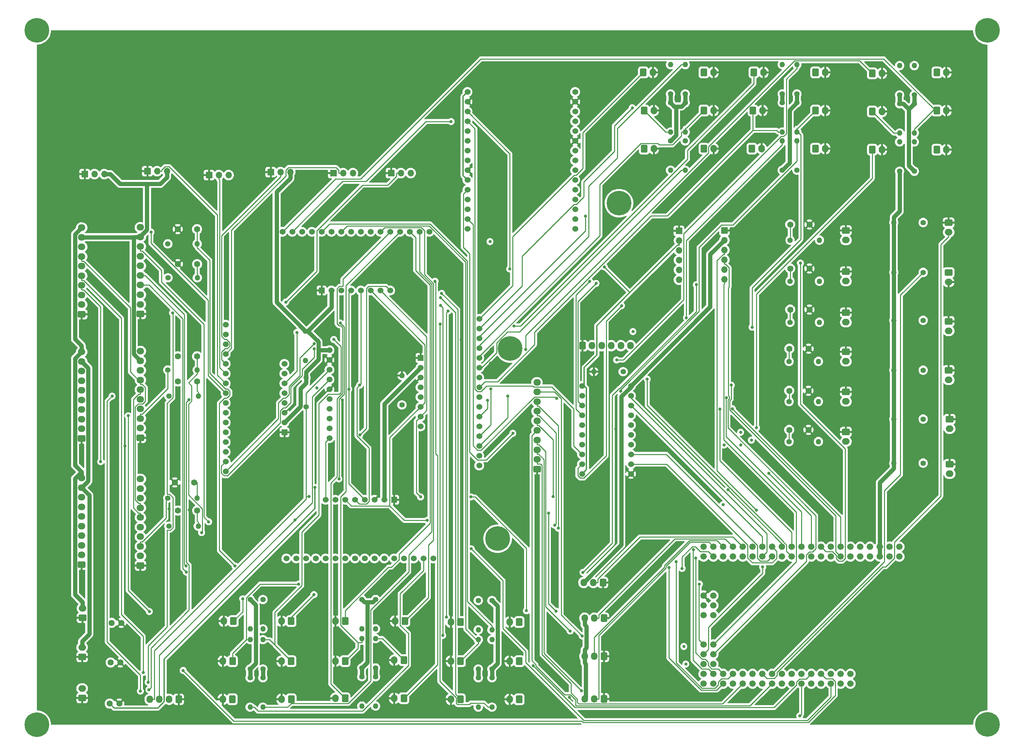
<source format=gbr>
%TF.GenerationSoftware,KiCad,Pcbnew,(6.0.7-1)-1*%
%TF.CreationDate,2022-12-15T20:56:11+05:30*%
%TF.ProjectId,BatteryCircuit,42617474-6572-4794-9369-72637569742e,rev?*%
%TF.SameCoordinates,Original*%
%TF.FileFunction,Copper,L2,Bot*%
%TF.FilePolarity,Positive*%
%FSLAX46Y46*%
G04 Gerber Fmt 4.6, Leading zero omitted, Abs format (unit mm)*
G04 Created by KiCad (PCBNEW (6.0.7-1)-1) date 2022-12-15 20:56:11*
%MOMM*%
%LPD*%
G01*
G04 APERTURE LIST*
G04 Aperture macros list*
%AMRoundRect*
0 Rectangle with rounded corners*
0 $1 Rounding radius*
0 $2 $3 $4 $5 $6 $7 $8 $9 X,Y pos of 4 corners*
0 Add a 4 corners polygon primitive as box body*
4,1,4,$2,$3,$4,$5,$6,$7,$8,$9,$2,$3,0*
0 Add four circle primitives for the rounded corners*
1,1,$1+$1,$2,$3*
1,1,$1+$1,$4,$5*
1,1,$1+$1,$6,$7*
1,1,$1+$1,$8,$9*
0 Add four rect primitives between the rounded corners*
20,1,$1+$1,$2,$3,$4,$5,0*
20,1,$1+$1,$4,$5,$6,$7,0*
20,1,$1+$1,$6,$7,$8,$9,0*
20,1,$1+$1,$8,$9,$2,$3,0*%
G04 Aperture macros list end*
%TA.AperFunction,ComponentPad*%
%ADD10RoundRect,0.250000X0.600000X0.750000X-0.600000X0.750000X-0.600000X-0.750000X0.600000X-0.750000X0*%
%TD*%
%TA.AperFunction,ComponentPad*%
%ADD11O,1.700000X2.000000*%
%TD*%
%TA.AperFunction,ComponentPad*%
%ADD12C,1.400000*%
%TD*%
%TA.AperFunction,ComponentPad*%
%ADD13O,1.400000X1.400000*%
%TD*%
%TA.AperFunction,ComponentPad*%
%ADD14RoundRect,0.250000X-0.750000X0.600000X-0.750000X-0.600000X0.750000X-0.600000X0.750000X0.600000X0*%
%TD*%
%TA.AperFunction,ComponentPad*%
%ADD15O,2.000000X1.700000*%
%TD*%
%TA.AperFunction,ComponentPad*%
%ADD16RoundRect,0.250000X-0.600000X-0.750000X0.600000X-0.750000X0.600000X0.750000X-0.600000X0.750000X0*%
%TD*%
%TA.AperFunction,ComponentPad*%
%ADD17C,1.600000*%
%TD*%
%TA.AperFunction,ComponentPad*%
%ADD18R,1.700000X1.700000*%
%TD*%
%TA.AperFunction,ComponentPad*%
%ADD19O,1.700000X1.700000*%
%TD*%
%TA.AperFunction,ComponentPad*%
%ADD20C,1.524000*%
%TD*%
%TA.AperFunction,ComponentPad*%
%ADD21RoundRect,0.250000X0.600000X0.725000X-0.600000X0.725000X-0.600000X-0.725000X0.600000X-0.725000X0*%
%TD*%
%TA.AperFunction,ComponentPad*%
%ADD22O,1.700000X1.950000*%
%TD*%
%TA.AperFunction,ComponentPad*%
%ADD23C,6.400000*%
%TD*%
%TA.AperFunction,ComponentPad*%
%ADD24R,1.524000X1.524000*%
%TD*%
%TA.AperFunction,ComponentPad*%
%ADD25RoundRect,0.250000X0.725000X-0.600000X0.725000X0.600000X-0.725000X0.600000X-0.725000X-0.600000X0*%
%TD*%
%TA.AperFunction,ComponentPad*%
%ADD26O,1.950000X1.700000*%
%TD*%
%TA.AperFunction,ComponentPad*%
%ADD27RoundRect,0.250000X0.750000X-0.600000X0.750000X0.600000X-0.750000X0.600000X-0.750000X-0.600000X0*%
%TD*%
%TA.AperFunction,ComponentPad*%
%ADD28C,1.676400*%
%TD*%
%TA.AperFunction,ComponentPad*%
%ADD29RoundRect,0.250000X-0.600000X-0.725000X0.600000X-0.725000X0.600000X0.725000X-0.600000X0.725000X0*%
%TD*%
%TA.AperFunction,ViaPad*%
%ADD30C,0.800000*%
%TD*%
%TA.AperFunction,Conductor*%
%ADD31C,0.250000*%
%TD*%
%TA.AperFunction,Conductor*%
%ADD32C,1.067000*%
%TD*%
%TA.AperFunction,Conductor*%
%ADD33C,0.300000*%
%TD*%
G04 APERTURE END LIST*
D10*
%TO.P,J61,1,Pin_1*%
%TO.N,/temp sen 5.3*%
X120904000Y-191516000D03*
D11*
%TO.P,J61,2,Pin_2*%
%TO.N,GND*%
X118404000Y-191516000D03*
%TD*%
D12*
%TO.P,R52,1*%
%TO.N,/con_discharger_6*%
X255397000Y-88011000D03*
D13*
%TO.P,R52,2*%
%TO.N,+5V*%
X247777000Y-88011000D03*
%TD*%
D12*
%TO.P,R41,1*%
%TO.N,Net-(J55-Pad3)*%
X59419000Y-159586000D03*
D13*
%TO.P,R41,2*%
%TO.N,/Dis_6_I_Sen*%
X67039000Y-159586000D03*
%TD*%
D14*
%TO.P,J48,1,Pin_1*%
%TO.N,GND*%
X262272000Y-150769000D03*
D15*
%TO.P,J48,2,Pin_2*%
%TO.N,/con_discharger_1*%
X262272000Y-153269000D03*
%TD*%
D12*
%TO.P,R39,1*%
%TO.N,Net-(J47-Pad3)*%
X59419000Y-126312000D03*
D13*
%TO.P,R39,2*%
%TO.N,/Dis_5_I_Sen*%
X67039000Y-126312000D03*
%TD*%
D16*
%TO.P,J23,1,Pin_1*%
%TO.N,/temp sen 1.2*%
X183007000Y-58928000D03*
D11*
%TO.P,J23,2,Pin_2*%
%TO.N,GND*%
X185507000Y-58928000D03*
%TD*%
D12*
%TO.P,R27,1*%
%TO.N,+5V*%
X253091000Y-54881000D03*
D13*
%TO.P,R27,2*%
%TO.N,/temp sen 3.4*%
X253091000Y-47261000D03*
%TD*%
D16*
%TO.P,J44,1,Pin_1*%
%TO.N,/temp sen 3.6*%
X258933000Y-69105000D03*
D11*
%TO.P,J44,2,Pin_2*%
%TO.N,GND*%
X261433000Y-69105000D03*
%TD*%
D16*
%TO.P,J40,1,Pin_1*%
%TO.N,/temp sen 3.2*%
X242189000Y-59182000D03*
D11*
%TO.P,J40,2,Pin_2*%
%TO.N,GND*%
X244689000Y-59182000D03*
%TD*%
D17*
%TO.P,C7,1*%
%TO.N,+12V*%
X44834000Y-191984000D03*
%TO.P,C7,2*%
%TO.N,GND*%
X47334000Y-191984000D03*
%TD*%
D12*
%TO.P,R31,1*%
%TO.N,Net-(J45-Pad3)*%
X59690000Y-166878000D03*
D13*
%TO.P,R31,2*%
%TO.N,/Dis_3_I_Sen*%
X67310000Y-166878000D03*
%TD*%
D12*
%TO.P,R43,1*%
%TO.N,/con_discharger_3*%
X255397000Y-126365000D03*
D13*
%TO.P,R43,2*%
%TO.N,+5V*%
X247777000Y-126365000D03*
%TD*%
D18*
%TO.P,J36,1,Pin_1*%
%TO.N,GND*%
X203835000Y-90043000D03*
D19*
%TO.P,J36,2,Pin_2*%
%TO.N,+5V*%
X203835000Y-92583000D03*
%TO.P,J36,3,Pin_3*%
%TO.N,/SDCARD_MISO*%
X203835000Y-95123000D03*
%TO.P,J36,4,Pin_4*%
%TO.N,/MCP4921_MOSI*%
X203835000Y-97663000D03*
%TO.P,J36,5,Pin_5*%
%TO.N,/MCP4921_SCK*%
X203835000Y-100203000D03*
%TO.P,J36,6,Pin_6*%
%TO.N,/SDCARD_CS*%
X203835000Y-102743000D03*
%TD*%
D12*
%TO.P,R7,1*%
%TO.N,/INT3*%
X120142000Y-135382000D03*
D13*
%TO.P,R7,2*%
%TO.N,GND*%
X120142000Y-127762000D03*
%TD*%
D18*
%TO.P,J37,1,Pin_1*%
%TO.N,GND*%
X192024000Y-90170000D03*
D19*
%TO.P,J37,2,Pin_2*%
%TO.N,+3V3*%
X192024000Y-92710000D03*
%TO.P,J37,3,Pin_3*%
%TO.N,/MISO_ESP*%
X192024000Y-95250000D03*
%TO.P,J37,4,Pin_4*%
%TO.N,/MOSI_ESP*%
X192024000Y-97790000D03*
%TO.P,J37,5,Pin_5*%
%TO.N,/SCK_ESP*%
X192024000Y-100330000D03*
%TO.P,J37,6,Pin_6*%
%TO.N,/CS_ESP*%
X192024000Y-102870000D03*
%TD*%
D14*
%TO.P,J66,1,Pin_1*%
%TO.N,GND*%
X262018000Y-88031000D03*
D15*
%TO.P,J66,2,Pin_2*%
%TO.N,/con_discharger_6*%
X262018000Y-90531000D03*
%TD*%
D12*
%TO.P,R21,1*%
%TO.N,+5V*%
X95123000Y-116205000D03*
D13*
%TO.P,R21,2*%
%TO.N,/SDA*%
X95123000Y-123825000D03*
%TD*%
D16*
%TO.P,J41,1,Pin_1*%
%TO.N,/temp sen 3.3*%
X242189000Y-69088000D03*
D11*
%TO.P,J41,2,Pin_2*%
%TO.N,GND*%
X244689000Y-69088000D03*
%TD*%
D10*
%TO.P,J67,1,Pin_1*%
%TO.N,/temp sen 6.1*%
X91440000Y-211836000D03*
D11*
%TO.P,J67,2,Pin_2*%
%TO.N,GND*%
X88940000Y-211836000D03*
%TD*%
D10*
%TO.P,J54,1,Pin_1*%
%TO.N,/temp sen 4.6*%
X135362000Y-191787000D03*
D11*
%TO.P,J54,2,Pin_2*%
%TO.N,GND*%
X132862000Y-191787000D03*
%TD*%
D20*
%TO.P,U2,1,A0(ADC0)*%
%TO.N,unconnected-(U2-Pad1)*%
X165100000Y-89662000D03*
%TO.P,U2,2,RSV*%
%TO.N,unconnected-(U2-Pad2)*%
X165100000Y-87122000D03*
%TO.P,U2,3,RSV*%
%TO.N,unconnected-(U2-Pad3)*%
X165100000Y-84582000D03*
%TO.P,U2,4,SD3(GPIO10)*%
%TO.N,unconnected-(U2-Pad4)*%
X165100000Y-82042000D03*
%TO.P,U2,5,SD2(GPIO9)*%
%TO.N,unconnected-(U2-Pad5)*%
X165100000Y-79502000D03*
%TO.P,U2,6,SD1(MOSI)*%
%TO.N,unconnected-(U2-Pad6)*%
X165100000Y-76962000D03*
%TO.P,U2,7,CMD(CS)*%
%TO.N,unconnected-(U2-Pad7)*%
X165100000Y-74422000D03*
%TO.P,U2,8,SDO(MISO)*%
%TO.N,unconnected-(U2-Pad8)*%
X165100000Y-71882000D03*
%TO.P,U2,9,CLK(SCLK)*%
%TO.N,unconnected-(U2-Pad9)*%
X165100000Y-69342000D03*
%TO.P,U2,10,GND*%
%TO.N,GND*%
X165100000Y-66802000D03*
%TO.P,U2,11,3.3V*%
%TO.N,unconnected-(U2-Pad11)*%
X165100000Y-64262000D03*
%TO.P,U2,12,EN*%
%TO.N,unconnected-(U2-Pad12)*%
X165100000Y-61722000D03*
%TO.P,U2,13,RST*%
%TO.N,unconnected-(U2-Pad13)*%
X165100000Y-59182000D03*
%TO.P,U2,14,GND*%
%TO.N,GND*%
X165100000Y-56642000D03*
%TO.P,U2,15,VIN*%
%TO.N,+5V*%
X165100000Y-54102000D03*
%TO.P,U2,16,3.3V*%
%TO.N,+3V3*%
X137160000Y-54102000D03*
%TO.P,U2,17,GND*%
%TO.N,GND*%
X137160000Y-56642000D03*
%TO.P,U2,18,TX(GPIO1)*%
%TO.N,Net-(U1-Pad9)*%
X137160000Y-59182000D03*
%TO.P,U2,19,RX(DPIO3)*%
%TO.N,Net-(U1-Pad8)*%
X137160000Y-61722000D03*
%TO.P,U2,20,D8(GPIO15)*%
%TO.N,/CS_ESP*%
X137160000Y-64262000D03*
%TO.P,U2,21,D7(GPIO13)*%
%TO.N,/MOSI_ESP*%
X137160000Y-66802000D03*
%TO.P,U2,22,D6(GPIO12)*%
%TO.N,/MISO_ESP*%
X137160000Y-69342000D03*
%TO.P,U2,23,D5(GPIO14)*%
%TO.N,/SCK_ESP*%
X137160000Y-71882000D03*
%TO.P,U2,24,GND*%
%TO.N,GND*%
X137160000Y-74422000D03*
%TO.P,U2,25,3.3V*%
%TO.N,+3V3*%
X137160000Y-76962000D03*
%TO.P,U2,26,D4(GPIO2)*%
%TO.N,Net-(U1-Pad5)*%
X137160000Y-79502000D03*
%TO.P,U2,27,D3(GPIO0)*%
%TO.N,Net-(U1-Pad4)*%
X137160000Y-82042000D03*
%TO.P,U2,28,D2(GPIO4)*%
%TO.N,Net-(U1-Pad3)*%
X137160000Y-84582000D03*
%TO.P,U2,29,D1(GPIO5)*%
%TO.N,Net-(U1-Pad2)*%
X137160000Y-87122000D03*
%TO.P,U2,30,D0(GPIO16)*%
%TO.N,unconnected-(U2-Pad30)*%
X137160000Y-89662000D03*
%TD*%
D18*
%TO.P,J21,1,Pin_1*%
%TO.N,GND*%
X70104000Y-75692000D03*
D19*
%TO.P,J21,2,Pin_2*%
%TO.N,/cell_3_i_meas*%
X72644000Y-75692000D03*
%TO.P,J21,3,Pin_3*%
%TO.N,+5V*%
X75184000Y-75692000D03*
%TD*%
D10*
%TO.P,J59,1,Pin_1*%
%TO.N,/temp sen 5.1*%
X120650000Y-211582000D03*
D11*
%TO.P,J59,2,Pin_2*%
%TO.N,GND*%
X118150000Y-211582000D03*
%TD*%
D21*
%TO.P,J14,1,Pin_1*%
%TO.N,GND*%
X172553000Y-200677000D03*
D22*
%TO.P,J14,2,Pin_2*%
%TO.N,/DHT22_2*%
X170053000Y-200677000D03*
%TO.P,J14,3,Pin_3*%
%TO.N,+5V*%
X167553000Y-200677000D03*
%TD*%
D12*
%TO.P,R56,1*%
%TO.N,+5V*%
X80772000Y-206248000D03*
D13*
%TO.P,R56,2*%
%TO.N,/temp sen 6.4*%
X80772000Y-213868000D03*
%TD*%
D10*
%TO.P,J62,1,Pin_1*%
%TO.N,/temp sen 5.4*%
X105410000Y-211582000D03*
D11*
%TO.P,J62,2,Pin_2*%
%TO.N,GND*%
X102910000Y-211582000D03*
%TD*%
D10*
%TO.P,J49,1,Pin_1*%
%TO.N,/temp sen 4.1*%
X150602000Y-211853000D03*
D11*
%TO.P,J49,2,Pin_2*%
%TO.N,GND*%
X148102000Y-211853000D03*
%TD*%
D12*
%TO.P,R42,1*%
%TO.N,/con_discharger_2*%
X255397000Y-139065000D03*
D13*
%TO.P,R42,2*%
%TO.N,+5V*%
X247777000Y-139065000D03*
%TD*%
D12*
%TO.P,R58,1*%
%TO.N,+5V*%
X80772000Y-185928000D03*
D13*
%TO.P,R58,2*%
%TO.N,/temp sen 6.6*%
X80772000Y-193548000D03*
%TD*%
D16*
%TO.P,J25,1,Pin_1*%
%TO.N,/temp sen 1.4*%
X198501000Y-49022000D03*
D11*
%TO.P,J25,2,Pin_2*%
%TO.N,GND*%
X201001000Y-49022000D03*
%TD*%
D18*
%TO.P,J8,1,Pin_1*%
%TO.N,GND*%
X117348000Y-75184000D03*
D19*
%TO.P,J8,2,Pin_2*%
%TO.N,/cell_6_i_meas*%
X119888000Y-75184000D03*
%TO.P,J8,3,Pin_3*%
%TO.N,+5V*%
X122428000Y-75184000D03*
%TD*%
D12*
%TO.P,R36,1*%
%TO.N,+5V*%
X139954000Y-206248000D03*
D13*
%TO.P,R36,2*%
%TO.N,/temp sen 4.4*%
X139954000Y-213868000D03*
%TD*%
D12*
%TO.P,R29,1*%
%TO.N,+5V*%
X253091000Y-74693000D03*
D13*
%TO.P,R29,2*%
%TO.N,/temp sen 3.6*%
X253091000Y-67073000D03*
%TD*%
D12*
%TO.P,R15,1*%
%TO.N,+5V*%
X218821000Y-56896000D03*
D13*
%TO.P,R15,2*%
%TO.N,/temp sen 2.2*%
X218821000Y-64516000D03*
%TD*%
D14*
%TO.P,J12,1,Pin_1*%
%TO.N,GND*%
X235348000Y-131973000D03*
D15*
%TO.P,J12,2,Pin_2*%
%TO.N,Net-(J12-Pad2)*%
X235348000Y-134473000D03*
%TD*%
D21*
%TO.P,J13,1,Pin_1*%
%TO.N,GND*%
X172553000Y-211726000D03*
D22*
%TO.P,J13,2,Pin_2*%
%TO.N,/DHT22_1*%
X170053000Y-211726000D03*
%TO.P,J13,3,Pin_3*%
%TO.N,+5V*%
X167553000Y-211726000D03*
%TD*%
D14*
%TO.P,J11,1,Pin_1*%
%TO.N,GND*%
X235348000Y-100731000D03*
D15*
%TO.P,J11,2,Pin_2*%
%TO.N,Net-(J11-Pad2)*%
X235348000Y-103231000D03*
%TD*%
D16*
%TO.P,J29,1,Pin_1*%
%TO.N,/temp sen 2.1*%
X211475000Y-49005000D03*
D11*
%TO.P,J29,2,Pin_2*%
%TO.N,GND*%
X213975000Y-49005000D03*
%TD*%
D16*
%TO.P,J27,1,Pin_1*%
%TO.N,/temp sen 1.6*%
X198501000Y-68834000D03*
D11*
%TO.P,J27,2,Pin_2*%
%TO.N,GND*%
X201001000Y-68834000D03*
%TD*%
D23*
%TO.P,P1,1*%
%TO.N,N/C*%
X25400000Y-218440000D03*
%TD*%
D10*
%TO.P,J71,1,Pin_1*%
%TO.N,/temp sen 6.5*%
X76200000Y-201930000D03*
D11*
%TO.P,J71,2,Pin_2*%
%TO.N,GND*%
X73700000Y-201930000D03*
%TD*%
D17*
%TO.P,C5,1*%
%TO.N,/cell_2_v_meas*%
X220893000Y-99949000D03*
%TO.P,C5,2*%
%TO.N,GND*%
X225893000Y-99949000D03*
%TD*%
D23*
%TO.P,P2,2*%
%TO.N,N/C*%
X272084800Y-218389200D03*
%TD*%
D12*
%TO.P,R17,1*%
%TO.N,+5V*%
X222631000Y-54610000D03*
D13*
%TO.P,R17,2*%
%TO.N,/temp sen 2.4*%
X222631000Y-46990000D03*
%TD*%
D20*
%TO.P,U4,1,VDD*%
%TO.N,+5V*%
X101346000Y-121158000D03*
%TO.P,U4,2,GND*%
%TO.N,GND*%
X101346000Y-123698000D03*
%TO.P,U4,3,SCL*%
%TO.N,/SCL*%
X101346000Y-126238000D03*
%TO.P,U4,4,SDA*%
%TO.N,/SDA*%
X101346000Y-128778000D03*
%TO.P,U4,5,ADDR*%
%TO.N,GND*%
X101346000Y-131318000D03*
%TO.P,U4,6,ALRT*%
%TO.N,unconnected-(U4-Pad6)*%
X101346000Y-133858000D03*
%TO.P,U4,7,A0*%
%TO.N,/ADC_A0*%
X101346000Y-136398000D03*
%TO.P,U4,8,A1*%
%TO.N,/ADC_A1*%
X101346000Y-138938000D03*
%TO.P,U4,9,A2*%
%TO.N,/ADC_A2*%
X101346000Y-141478000D03*
%TO.P,U4,10,A3*%
%TO.N,/ADC_A3*%
X101346000Y-144018000D03*
%TD*%
D12*
%TO.P,R26,1*%
%TO.N,+5V*%
X249281000Y-74693000D03*
D13*
%TO.P,R26,2*%
%TO.N,/temp sen 3.3*%
X249281000Y-67073000D03*
%TD*%
D21*
%TO.P,J5,1,Pin_1*%
%TO.N,GND*%
X172299000Y-181500000D03*
D22*
%TO.P,J5,2,Pin_2*%
%TO.N,/DHT22_4*%
X169799000Y-181500000D03*
%TO.P,J5,3,Pin_3*%
%TO.N,+5V*%
X167299000Y-181500000D03*
%TD*%
D12*
%TO.P,R49,1*%
%TO.N,+5V*%
X109748000Y-185911000D03*
D13*
%TO.P,R49,2*%
%TO.N,/temp sen 5.6*%
X109748000Y-193531000D03*
%TD*%
D12*
%TO.P,R8,1*%
%TO.N,+5V*%
X189845000Y-54627000D03*
D13*
%TO.P,R8,2*%
%TO.N,/temp sen 1.1*%
X189845000Y-47007000D03*
%TD*%
D12*
%TO.P,R40,1*%
%TO.N,/con_discharger_1*%
X255397000Y-150495000D03*
D13*
%TO.P,R40,2*%
%TO.N,+5V*%
X247777000Y-150495000D03*
%TD*%
D20*
%TO.P,U7,1,C0*%
%TO.N,/temp sen 3.5*%
X89154000Y-90424000D03*
%TO.P,U7,2,C1*%
%TO.N,/temp sen 3.6*%
X91694000Y-90424000D03*
%TO.P,U7,3,C2*%
%TO.N,/temp sen 4.1*%
X94234000Y-90424000D03*
%TO.P,U7,4,C3*%
%TO.N,/temp sen 4.2*%
X96774000Y-90424000D03*
%TO.P,U7,5,C4*%
%TO.N,/temp sen 4.3*%
X99314000Y-90424000D03*
%TO.P,U7,6,C5*%
%TO.N,/temp sen 4.4*%
X101854000Y-90424000D03*
%TO.P,U7,7,C6*%
%TO.N,/temp sen 4.5*%
X104394000Y-90424000D03*
%TO.P,U7,8,C7*%
%TO.N,/temp sen 4.6*%
X106934000Y-90424000D03*
%TO.P,U7,9,C8*%
%TO.N,/temp sen 5.1*%
X109474000Y-90424000D03*
%TO.P,U7,10,C9*%
%TO.N,/temp sen 5.2*%
X112014000Y-90424000D03*
%TO.P,U7,11,C10*%
%TO.N,/temp sen 5.3*%
X114554000Y-90424000D03*
%TO.P,U7,12,C11*%
%TO.N,/temp sen 5.4*%
X117094000Y-90424000D03*
%TO.P,U7,13,C12*%
%TO.N,/temp sen 5.5*%
X119634000Y-90424000D03*
%TO.P,U7,14,C13*%
%TO.N,/temp sen 5.6*%
X122174000Y-90424000D03*
%TO.P,U7,15,C14*%
%TO.N,/temp sen 6.1*%
X124714000Y-90424000D03*
%TO.P,U7,16,C15*%
%TO.N,/temp sen 6.2*%
X127254000Y-90424000D03*
%TO.P,U7,17,SIG*%
%TO.N,/ADC_A2*%
X117094000Y-105664000D03*
%TO.P,U7,18,S3*%
%TO.N,/S3*%
X114554000Y-105664000D03*
%TO.P,U7,19,S2*%
%TO.N,/S2*%
X112014000Y-105664000D03*
%TO.P,U7,20,S1*%
%TO.N,/S1*%
X109474000Y-105664000D03*
%TO.P,U7,21,S0*%
%TO.N,/S0*%
X106934000Y-105664000D03*
%TO.P,U7,22,EN*%
%TO.N,GND*%
X104394000Y-105664000D03*
%TO.P,U7,23,VCC*%
%TO.N,+5V*%
X101854000Y-105664000D03*
D24*
%TO.P,U7,24,GND*%
%TO.N,GND*%
X99314000Y-105664000D03*
%TD*%
D12*
%TO.P,R13,1*%
%TO.N,+5V*%
X193655000Y-66819000D03*
D13*
%TO.P,R13,2*%
%TO.N,/temp sen 1.6*%
X193655000Y-74439000D03*
%TD*%
D12*
%TO.P,R3,1*%
%TO.N,/cell_2_v_meas*%
X220853000Y-103251000D03*
D13*
%TO.P,R3,2*%
%TO.N,Net-(J11-Pad2)*%
X228473000Y-103251000D03*
%TD*%
D23*
%TO.P,P7,7*%
%TO.N,N/C*%
X144983200Y-170129200D03*
%TD*%
D14*
%TO.P,J58,1,Pin_1*%
%TO.N,GND*%
X262001000Y-113665000D03*
D15*
%TO.P,J58,2,Pin_2*%
%TO.N,/con_discharger_4*%
X262001000Y-116165000D03*
%TD*%
D21*
%TO.P,J10,1,Pin_1*%
%TO.N,GND*%
X172553000Y-190771000D03*
D22*
%TO.P,J10,2,Pin_2*%
%TO.N,/DHT22_3*%
X170053000Y-190771000D03*
%TO.P,J10,3,Pin_3*%
%TO.N,+5V*%
X167553000Y-190771000D03*
%TD*%
D17*
%TO.P,C6,1*%
%TO.N,/cell_5_v_meas*%
X220639000Y-131699000D03*
%TO.P,C6,2*%
%TO.N,GND*%
X225639000Y-131699000D03*
%TD*%
D10*
%TO.P,J64,1,Pin_1*%
%TO.N,/temp sen 5.6*%
X105410000Y-191516000D03*
D11*
%TO.P,J64,2,Pin_2*%
%TO.N,GND*%
X102910000Y-191516000D03*
%TD*%
D18*
%TO.P,J28,1,Pin_1*%
%TO.N,GND*%
X37846000Y-75438000D03*
D19*
%TO.P,J28,2,Pin_2*%
%TO.N,/cell_1_i_meas*%
X40386000Y-75438000D03*
%TO.P,J28,3,Pin_3*%
%TO.N,+5V*%
X42926000Y-75438000D03*
%TD*%
D25*
%TO.P,J7,1,Pin_1*%
%TO.N,GND*%
X155194000Y-152019000D03*
D26*
%TO.P,J7,2,Pin_2*%
%TO.N,/Battery1Relay*%
X155194000Y-149519000D03*
%TO.P,J7,3,Pin_3*%
%TO.N,/Battery2Relay*%
X155194000Y-147019000D03*
%TO.P,J7,4,Pin_4*%
%TO.N,/Battery3Relay*%
X155194000Y-144519000D03*
%TO.P,J7,5,Pin_5*%
%TO.N,/Battery4Relay*%
X155194000Y-142019000D03*
%TO.P,J7,6,Pin_6*%
%TO.N,/Battery5Relay*%
X155194000Y-139519000D03*
%TO.P,J7,7,Pin_7*%
%TO.N,/Battery6Relay*%
X155194000Y-137019000D03*
%TO.P,J7,8,Pin_8*%
%TO.N,/Battery chamber heater relay*%
X155194000Y-134519000D03*
%TO.P,J7,9,Pin_9*%
%TO.N,/Battery chamber coller relay*%
X155194000Y-132019000D03*
%TO.P,J7,10,Pin_10*%
%TO.N,+5V*%
X155194000Y-129519000D03*
%TD*%
D12*
%TO.P,R5,1*%
%TO.N,/cell_6_v_meas*%
X220599000Y-144907000D03*
D13*
%TO.P,R5,2*%
%TO.N,Net-(J15-Pad2)*%
X228219000Y-144907000D03*
%TD*%
D10*
%TO.P,J72,1,Pin_1*%
%TO.N,/temp sen 6.6*%
X76434000Y-191533000D03*
D11*
%TO.P,J72,2,Pin_2*%
%TO.N,GND*%
X73934000Y-191533000D03*
%TD*%
D27*
%TO.P,J3,1,Pin_1*%
%TO.N,GND*%
X37177000Y-211522000D03*
D15*
%TO.P,J3,2,Pin_2*%
%TO.N,+3V3*%
X37177000Y-209022000D03*
%TD*%
D10*
%TO.P,J69,1,Pin_1*%
%TO.N,/temp sen 6.3*%
X91420000Y-191533000D03*
D11*
%TO.P,J69,2,Pin_2*%
%TO.N,GND*%
X88920000Y-191533000D03*
%TD*%
D17*
%TO.P,C2,1*%
%TO.N,/cell_1_v_meas*%
X220893000Y-88519000D03*
%TO.P,C2,2*%
%TO.N,GND*%
X225893000Y-88519000D03*
%TD*%
D18*
%TO.P,J20,1,Pin_1*%
%TO.N,GND*%
X54102000Y-74676000D03*
D19*
%TO.P,J20,2,Pin_2*%
%TO.N,/cell_2_i_meas*%
X56642000Y-74676000D03*
%TO.P,J20,3,Pin_3*%
%TO.N,+5V*%
X59182000Y-74676000D03*
%TD*%
D16*
%TO.P,J26,1,Pin_1*%
%TO.N,/temp sen 1.5*%
X198501000Y-58928000D03*
D11*
%TO.P,J26,2,Pin_2*%
%TO.N,GND*%
X201001000Y-58928000D03*
%TD*%
D17*
%TO.P,C10,1*%
%TO.N,/Dis_1_I_Sen*%
X67016000Y-98806000D03*
%TO.P,C10,2*%
%TO.N,GND*%
X62016000Y-98806000D03*
%TD*%
D12*
%TO.P,R57,1*%
%TO.N,+5V*%
X80772000Y-203962000D03*
D13*
%TO.P,R57,2*%
%TO.N,/temp sen 6.5*%
X80772000Y-196342000D03*
%TD*%
D23*
%TO.P,P5,5*%
%TO.N,N/C*%
X176479200Y-83007200D03*
%TD*%
D20*
%TO.P,U8,1,C0*%
%TO.N,/temp sen 6.3*%
X128270000Y-175260000D03*
%TO.P,U8,2,C1*%
%TO.N,/temp sen 6.4*%
X125730000Y-175260000D03*
%TO.P,U8,3,C2*%
%TO.N,/temp sen 6.5*%
X123190000Y-175260000D03*
%TO.P,U8,4,C3*%
%TO.N,/temp sen 6.6*%
X120650000Y-175260000D03*
%TO.P,U8,5,C4*%
%TO.N,unconnected-(U8-Pad5)*%
X118110000Y-175260000D03*
%TO.P,U8,6,C5*%
%TO.N,unconnected-(U8-Pad6)*%
X115570000Y-175260000D03*
%TO.P,U8,7,C6*%
%TO.N,unconnected-(U8-Pad7)*%
X113030000Y-175260000D03*
%TO.P,U8,8,C7*%
%TO.N,unconnected-(U8-Pad8)*%
X110490000Y-175260000D03*
%TO.P,U8,9,C8*%
%TO.N,unconnected-(U8-Pad9)*%
X107950000Y-175260000D03*
%TO.P,U8,10,C9*%
%TO.N,unconnected-(U8-Pad10)*%
X105410000Y-175260000D03*
%TO.P,U8,11,C10*%
%TO.N,unconnected-(U8-Pad11)*%
X102870000Y-175260000D03*
%TO.P,U8,12,C11*%
%TO.N,unconnected-(U8-Pad12)*%
X100330000Y-175260000D03*
%TO.P,U8,13,C12*%
%TO.N,unconnected-(U8-Pad13)*%
X97790000Y-175260000D03*
%TO.P,U8,14,C13*%
%TO.N,unconnected-(U8-Pad14)*%
X95250000Y-175260000D03*
%TO.P,U8,15,C14*%
%TO.N,unconnected-(U8-Pad15)*%
X92710000Y-175260000D03*
%TO.P,U8,16,C15*%
%TO.N,unconnected-(U8-Pad16)*%
X90170000Y-175260000D03*
%TO.P,U8,17,SIG*%
%TO.N,/ADC_A3*%
X100330000Y-160020000D03*
%TO.P,U8,18,S3*%
%TO.N,/S3*%
X102870000Y-160020000D03*
%TO.P,U8,19,S2*%
%TO.N,/S2*%
X105410000Y-160020000D03*
%TO.P,U8,20,S1*%
%TO.N,/S1*%
X107950000Y-160020000D03*
%TO.P,U8,21,S0*%
%TO.N,/S0*%
X110490000Y-160020000D03*
%TO.P,U8,22,EN*%
%TO.N,GND*%
X113030000Y-160020000D03*
%TO.P,U8,23,VCC*%
%TO.N,+5V*%
X115570000Y-160020000D03*
D24*
%TO.P,U8,24,GND*%
%TO.N,GND*%
X118110000Y-160020000D03*
%TD*%
D12*
%TO.P,R28,1*%
%TO.N,+5V*%
X253091000Y-57167000D03*
D13*
%TO.P,R28,2*%
%TO.N,/temp sen 3.5*%
X253091000Y-64787000D03*
%TD*%
D12*
%TO.P,R34,1*%
%TO.N,+5V*%
X143510000Y-203962000D03*
D13*
%TO.P,R34,2*%
%TO.N,/temp sen 4.2*%
X143510000Y-196342000D03*
%TD*%
D23*
%TO.P,P3,3*%
%TO.N,N/C*%
X272034000Y-38100000D03*
%TD*%
D12*
%TO.P,R37,1*%
%TO.N,+5V*%
X139954000Y-203962000D03*
D13*
%TO.P,R37,2*%
%TO.N,/temp sen 4.5*%
X139954000Y-196342000D03*
%TD*%
D16*
%TO.P,J43,1,Pin_1*%
%TO.N,/temp sen 3.5*%
X258933000Y-58928000D03*
D11*
%TO.P,J43,2,Pin_2*%
%TO.N,GND*%
X261433000Y-58928000D03*
%TD*%
D16*
%TO.P,J30,1,Pin_1*%
%TO.N,/temp sen 2.2*%
X211221000Y-58911000D03*
D11*
%TO.P,J30,2,Pin_2*%
%TO.N,GND*%
X213721000Y-58911000D03*
%TD*%
D20*
%TO.P,U6,1,C0*%
%TO.N,/temp sen 1.1*%
X140208000Y-113030000D03*
%TO.P,U6,2,C1*%
%TO.N,/temp sen 1.2*%
X140208000Y-115570000D03*
%TO.P,U6,3,C2*%
%TO.N,/temp sen 1.3*%
X140208000Y-118110000D03*
%TO.P,U6,4,C3*%
%TO.N,/temp sen 1.4*%
X140208000Y-120650000D03*
%TO.P,U6,5,C4*%
%TO.N,/temp sen 1.5*%
X140208000Y-123190000D03*
%TO.P,U6,6,C5*%
%TO.N,/temp sen 1.6*%
X140208000Y-125730000D03*
%TO.P,U6,7,C6*%
%TO.N,/temp sen 2.1*%
X140208000Y-128270000D03*
%TO.P,U6,8,C7*%
%TO.N,/temp sen 2.2*%
X140208000Y-130810000D03*
%TO.P,U6,9,C8*%
%TO.N,/temp sen 2.3*%
X140208000Y-133350000D03*
%TO.P,U6,10,C9*%
%TO.N,/temp sen 2.4*%
X140208000Y-135890000D03*
%TO.P,U6,11,C10*%
%TO.N,/temp sen 2.5*%
X140208000Y-138430000D03*
%TO.P,U6,12,C11*%
%TO.N,/temp sen 2.6*%
X140208000Y-140970000D03*
%TO.P,U6,13,C12*%
%TO.N,/temp sen 3.1*%
X140208000Y-143510000D03*
%TO.P,U6,14,C13*%
%TO.N,/temp sen 3.2*%
X140208000Y-146050000D03*
%TO.P,U6,15,C14*%
%TO.N,/temp sen 3.3*%
X140208000Y-148590000D03*
%TO.P,U6,16,C15*%
%TO.N,/temp sen 3.4*%
X140208000Y-151130000D03*
%TO.P,U6,17,SIG*%
%TO.N,/ADC_A1*%
X124968000Y-140970000D03*
%TO.P,U6,18,S3*%
%TO.N,/S3*%
X124968000Y-138430000D03*
%TO.P,U6,19,S2*%
%TO.N,/S2*%
X124968000Y-135890000D03*
%TO.P,U6,20,S1*%
%TO.N,/S1*%
X124968000Y-133350000D03*
%TO.P,U6,21,S0*%
%TO.N,/S0*%
X124968000Y-130810000D03*
%TO.P,U6,22,EN*%
%TO.N,GND*%
X124968000Y-128270000D03*
%TO.P,U6,23,VCC*%
%TO.N,+5V*%
X124968000Y-125730000D03*
D24*
%TO.P,U6,24,GND*%
%TO.N,GND*%
X124968000Y-123190000D03*
%TD*%
D28*
%TO.P,U3,3V3_1,3V3*%
%TO.N,unconnected-(U3-Pad3V3_1)*%
X241608000Y-172212000D03*
%TO.P,U3,3V3_2,3V3*%
%TO.N,unconnected-(U3-Pad3V3_2)*%
X241608000Y-174752000D03*
%TO.P,U3,5V_1,5V*%
%TO.N,+5V*%
X244148000Y-172212000D03*
%TO.P,U3,5V_2,5V*%
X244148000Y-174752000D03*
%TO.P,U3,5V_3,5V*%
X198428000Y-189992000D03*
%TO.P,U3,A0,A0*%
%TO.N,/Dis_1_I_Sen*%
X236528000Y-207772000D03*
%TO.P,U3,A1,A1*%
%TO.N,/Dis_2_I_Sen*%
X236528000Y-205232000D03*
%TO.P,U3,A2,A2*%
%TO.N,/Dis_3_I_Sen*%
X233988000Y-207772000D03*
%TO.P,U3,A3,A3*%
%TO.N,/Dis_4_I_Sen*%
X233988000Y-205232000D03*
%TO.P,U3,A4,A4*%
%TO.N,/Dis_5_I_Sen*%
X231448000Y-207772000D03*
%TO.P,U3,A5,A5*%
%TO.N,/Dis_6_I_Sen*%
X231448000Y-205232000D03*
%TO.P,U3,A6,A6*%
%TO.N,/Dis_1_T_Sense*%
X228908000Y-207772000D03*
%TO.P,U3,A7,A7*%
%TO.N,/Dis_2_T_Sense*%
X228908000Y-205232000D03*
%TO.P,U3,A8,A8*%
%TO.N,/Dis_3_T_Sense*%
X226368000Y-207772000D03*
%TO.P,U3,A9,A9*%
%TO.N,/Dis_4_T_Sense*%
X226368000Y-205232000D03*
%TO.P,U3,A10,A10*%
%TO.N,/Dis_5_T_Sense*%
X223828000Y-207772000D03*
%TO.P,U3,A11,A11*%
%TO.N,/Dis_6_T_Sense*%
X223828000Y-205232000D03*
%TO.P,U3,A12,A12*%
%TO.N,unconnected-(U3-PadA12)*%
X221288000Y-207772000D03*
%TO.P,U3,A13,A13*%
%TO.N,unconnected-(U3-PadA13)*%
X221288000Y-205232000D03*
%TO.P,U3,A14,A14*%
%TO.N,unconnected-(U3-PadA14)*%
X218748000Y-207772000D03*
%TO.P,U3,A15,A15*%
%TO.N,unconnected-(U3-PadA15)*%
X218748000Y-205232000D03*
%TO.P,U3,AREF,AREF*%
%TO.N,unconnected-(U3-PadAREF)*%
X239068000Y-174752000D03*
%TO.P,U3,D2,D2*%
%TO.N,/pulse_cell_4*%
X233988000Y-174752000D03*
%TO.P,U3,D3,D3*%
%TO.N,/pulse_cell_5*%
X233988000Y-172212000D03*
%TO.P,U3,D4,D4*%
%TO.N,/con_discharger_1*%
X231448000Y-174752000D03*
%TO.P,U3,D5,D5*%
%TO.N,/pulse_cell_6*%
X231448000Y-172212000D03*
%TO.P,U3,D6,D6*%
%TO.N,/con_discharger_2*%
X228908000Y-174752000D03*
%TO.P,U3,D7,D7*%
%TO.N,/Dis_1_CS*%
X228908000Y-172212000D03*
%TO.P,U3,D8,D8*%
%TO.N,/con_discharger_3*%
X226368000Y-174752000D03*
%TO.P,U3,D9,D9*%
%TO.N,/Dis_2_CS*%
X226368000Y-172212000D03*
%TO.P,U3,D10,D10*%
%TO.N,/Dis_3_CS*%
X223828000Y-174752000D03*
%TO.P,U3,D11,D11*%
%TO.N,/pulse_cell_1*%
X223828000Y-172212000D03*
%TO.P,U3,D12,D12*%
%TO.N,/pulse_cell_2*%
X221288000Y-174752000D03*
%TO.P,U3,D13,D13*%
%TO.N,/pulse_cell_3*%
X221288000Y-172212000D03*
%TO.P,U3,D14,D14*%
%TO.N,/Dis_4_CS*%
X218748000Y-174752000D03*
%TO.P,U3,D15,D15*%
%TO.N,/Dis_5_CS*%
X218748000Y-172212000D03*
%TO.P,U3,D16,D16*%
%TO.N,/ESP_RX*%
X216208000Y-174752000D03*
%TO.P,U3,D17,D17*%
%TO.N,/ESP_TX*%
X216208000Y-172212000D03*
%TO.P,U3,D18,D18*%
%TO.N,/INT3*%
X213668000Y-174752000D03*
%TO.P,U3,D19,D19*%
%TO.N,/ESP_INT*%
X213668000Y-172212000D03*
%TO.P,U3,D20,D20*%
%TO.N,/SDA*%
X211128000Y-174752000D03*
%TO.P,U3,D21,D21*%
%TO.N,/SCL*%
X211128000Y-172212000D03*
%TO.P,U3,D22,D22*%
%TO.N,/Dis_6_CS*%
X208588000Y-174752000D03*
%TO.P,U3,D23,D23*%
%TO.N,/DHT22_4*%
X208588000Y-172212000D03*
%TO.P,U3,D24,D24*%
%TO.N,/Dis_1_Fan_Control*%
X206048000Y-174752000D03*
%TO.P,U3,D25,D25*%
%TO.N,/DHT22_3*%
X206048000Y-172212000D03*
%TO.P,U3,D26,D26*%
%TO.N,/Dis_2_Fan_Control*%
X203508000Y-174752000D03*
%TO.P,U3,D27,D27*%
%TO.N,/DHT22_2*%
X203508000Y-172212000D03*
%TO.P,U3,D28,D28*%
%TO.N,/Battery6Relay*%
X200968000Y-174752000D03*
%TO.P,U3,D29,D29*%
%TO.N,/DHT22_1*%
X200968000Y-172212000D03*
%TO.P,U3,D30,D30*%
%TO.N,/Battery5Relay*%
X198428000Y-174752000D03*
%TO.P,U3,D31,D31*%
%TO.N,/con_discharger_4*%
X198428000Y-172212000D03*
%TO.P,U3,D32,D32*%
%TO.N,/Battery4Relay*%
X216208000Y-207772000D03*
%TO.P,U3,D33,D33*%
%TO.N,/con_discharger_5*%
X216208000Y-205232000D03*
%TO.P,U3,D34,D34*%
%TO.N,/Battery3Relay*%
X213668000Y-207772000D03*
%TO.P,U3,D35,D35*%
%TO.N,/con_discharger_6*%
X213668000Y-205232000D03*
%TO.P,U3,D36,D36*%
%TO.N,/Battery2Relay*%
X211128000Y-207772000D03*
%TO.P,U3,D37,D37*%
%TO.N,/Dis_3_Fan_Control*%
X211128000Y-205232000D03*
%TO.P,U3,D38,D38*%
%TO.N,/Battery1Relay*%
X208588000Y-207772000D03*
%TO.P,U3,D39,D39*%
%TO.N,/S3*%
X208588000Y-205232000D03*
%TO.P,U3,D40,D40*%
%TO.N,/Battery chamber coller relay*%
X206048000Y-207772000D03*
%TO.P,U3,D41,D41*%
%TO.N,/S2*%
X206048000Y-205232000D03*
%TO.P,U3,D42,D42*%
%TO.N,/Battery chamber heater relay*%
X203508000Y-207772000D03*
%TO.P,U3,D43,D43*%
%TO.N,/S1*%
X203508000Y-205232000D03*
%TO.P,U3,D44,D44*%
%TO.N,/Dis_4_Fan_Control*%
X200968000Y-207772000D03*
%TO.P,U3,D45,D45*%
%TO.N,/S0*%
X200968000Y-205232000D03*
%TO.P,U3,D46,D46*%
%TO.N,/Dis_5_Fan_Control*%
X198428000Y-207772000D03*
%TO.P,U3,D47,D47*%
%TO.N,/Dis_6_Fan_Control*%
X198428000Y-205232000D03*
%TO.P,U3,D48,D48*%
%TO.N,unconnected-(U3-PadD48)*%
X198428000Y-202692000D03*
%TO.P,U3,D49,D49*%
%TO.N,unconnected-(U3-PadD49)*%
X200968000Y-202692000D03*
%TO.P,U3,D50,D50*%
%TO.N,/SDCARD_MISO*%
X198428000Y-200152000D03*
%TO.P,U3,D51,D51*%
%TO.N,/MCP4921_MOSI*%
X200968000Y-200152000D03*
%TO.P,U3,D52,D52*%
%TO.N,/MCP4921_SCK*%
X198428000Y-197612000D03*
%TO.P,U3,D53,D53*%
%TO.N,/SDCARD_CS*%
X200968000Y-197612000D03*
%TO.P,U3,GND_1,GND*%
%TO.N,GND*%
X246688000Y-172212000D03*
%TO.P,U3,GND_2,GND*%
X246688000Y-174752000D03*
%TO.P,U3,GND_3,GND*%
X198428000Y-184912000D03*
%TO.P,U3,MISO,MISO*%
%TO.N,unconnected-(U3-PadMISO)*%
X200968000Y-189992000D03*
%TO.P,U3,MOSI,MOSI*%
%TO.N,unconnected-(U3-PadMOSI)*%
X198428000Y-187452000D03*
%TO.P,U3,RESET,RESET*%
%TO.N,unconnected-(U3-PadRESET)*%
X200968000Y-184912000D03*
%TO.P,U3,RST,RST*%
%TO.N,unconnected-(U3-PadRST)*%
X239068000Y-172212000D03*
%TO.P,U3,RX,RX*%
%TO.N,unconnected-(U3-PadRX)*%
X236528000Y-174752000D03*
%TO.P,U3,SCK,SCK*%
%TO.N,unconnected-(U3-PadSCK)*%
X200968000Y-187452000D03*
%TO.P,U3,TX,TX*%
%TO.N,unconnected-(U3-PadTX)*%
X236528000Y-172212000D03*
%TO.P,U3,VIN_1,VIN*%
%TO.N,unconnected-(U3-PadVIN_1)*%
X249228000Y-172212000D03*
%TO.P,U3,VIN_2,VIN*%
%TO.N,unconnected-(U3-PadVIN_2)*%
X249228000Y-174752000D03*
%TD*%
D17*
%TO.P,C8,1*%
%TO.N,/cell_6_v_meas*%
X220639000Y-141859000D03*
%TO.P,C8,2*%
%TO.N,GND*%
X225639000Y-141859000D03*
%TD*%
D16*
%TO.P,J42,1,Pin_1*%
%TO.N,/temp sen 3.4*%
X258933000Y-49039000D03*
D11*
%TO.P,J42,2,Pin_2*%
%TO.N,GND*%
X261433000Y-49039000D03*
%TD*%
D10*
%TO.P,J60,1,Pin_1*%
%TO.N,/temp sen 5.2*%
X120670000Y-201659000D03*
D11*
%TO.P,J60,2,Pin_2*%
%TO.N,GND*%
X118170000Y-201659000D03*
%TD*%
D12*
%TO.P,R32,1*%
%TO.N,Net-(J46-Pad3)*%
X59419000Y-93546000D03*
D13*
%TO.P,R32,2*%
%TO.N,/Dis_4_I_Sen*%
X67039000Y-93546000D03*
%TD*%
D12*
%TO.P,R23,1*%
%TO.N,Net-(J35-Pad3)*%
X59436000Y-102362000D03*
D13*
%TO.P,R23,2*%
%TO.N,/Dis_1_I_Sen*%
X67056000Y-102362000D03*
%TD*%
D25*
%TO.P,J46,1,Pin_1*%
%TO.N,GND*%
X52290000Y-111760000D03*
D26*
%TO.P,J46,2,Pin_2*%
%TO.N,unconnected-(J46-Pad2)*%
X52290000Y-109260000D03*
%TO.P,J46,3,Pin_3*%
%TO.N,Net-(J46-Pad3)*%
X52290000Y-106760000D03*
%TO.P,J46,4,Pin_4*%
%TO.N,/Dis_4_Fan_Control*%
X52290000Y-104260000D03*
%TO.P,J46,5,Pin_5*%
%TO.N,/Dis_4_T_Sense*%
X52290000Y-101760000D03*
%TO.P,J46,6,Pin_6*%
%TO.N,/MCP4921_MOSI*%
X52290000Y-99260000D03*
%TO.P,J46,7,Pin_7*%
%TO.N,/MCP4921_SCK*%
X52290000Y-96760000D03*
%TO.P,J46,8,Pin_8*%
%TO.N,/Dis_4_CS*%
X52290000Y-94260000D03*
%TO.P,J46,9,Pin_9*%
%TO.N,+5V*%
X52290000Y-91760000D03*
%TO.P,J46,10,Pin_10*%
%TO.N,+12V*%
X52290000Y-89260000D03*
%TD*%
D17*
%TO.P,C3,1*%
%TO.N,+3V3*%
X44326000Y-212939000D03*
%TO.P,C3,2*%
%TO.N,GND*%
X46826000Y-212939000D03*
%TD*%
D12*
%TO.P,R55,1*%
%TO.N,+5V*%
X84074000Y-185928000D03*
D13*
%TO.P,R55,2*%
%TO.N,/temp sen 6.3*%
X84074000Y-193548000D03*
%TD*%
D12*
%TO.P,R18,1*%
%TO.N,+5V*%
X222631000Y-56896000D03*
D13*
%TO.P,R18,2*%
%TO.N,/temp sen 2.5*%
X222631000Y-64516000D03*
%TD*%
D25*
%TO.P,J38,1,Pin_1*%
%TO.N,GND*%
X37067000Y-144092000D03*
D26*
%TO.P,J38,2,Pin_2*%
%TO.N,unconnected-(J38-Pad2)*%
X37067000Y-141592000D03*
%TO.P,J38,3,Pin_3*%
%TO.N,Net-(J38-Pad3)*%
X37067000Y-139092000D03*
%TO.P,J38,4,Pin_4*%
%TO.N,/Dis_2_Fan_Control*%
X37067000Y-136592000D03*
%TO.P,J38,5,Pin_5*%
%TO.N,/Dis_2_T_Sense*%
X37067000Y-134092000D03*
%TO.P,J38,6,Pin_6*%
%TO.N,/MCP4921_MOSI*%
X37067000Y-131592000D03*
%TO.P,J38,7,Pin_7*%
%TO.N,/MCP4921_SCK*%
X37067000Y-129092000D03*
%TO.P,J38,8,Pin_8*%
%TO.N,/Dis_2_CS*%
X37067000Y-126592000D03*
%TO.P,J38,9,Pin_9*%
%TO.N,+5V*%
X37067000Y-124092000D03*
%TO.P,J38,10,Pin_10*%
%TO.N,+12V*%
X37067000Y-121592000D03*
%TD*%
D16*
%TO.P,J39,1,Pin_1*%
%TO.N,/temp sen 3.1*%
X242189000Y-49276000D03*
D11*
%TO.P,J39,2,Pin_2*%
%TO.N,GND*%
X244689000Y-49276000D03*
%TD*%
D12*
%TO.P,R14,1*%
%TO.N,+5V*%
X218821000Y-54610000D03*
D13*
%TO.P,R14,2*%
%TO.N,/temp sen 2.1*%
X218821000Y-46990000D03*
%TD*%
D14*
%TO.P,J57,1,Pin_1*%
%TO.N,GND*%
X262018000Y-126385000D03*
D15*
%TO.P,J57,2,Pin_2*%
%TO.N,/con_discharger_3*%
X262018000Y-128885000D03*
%TD*%
D10*
%TO.P,J50,1,Pin_1*%
%TO.N,/temp sen 4.2*%
X150602000Y-201947000D03*
D11*
%TO.P,J50,2,Pin_2*%
%TO.N,GND*%
X148102000Y-201947000D03*
%TD*%
D16*
%TO.P,J33,1,Pin_1*%
%TO.N,/temp sen 2.5*%
X227477000Y-58928000D03*
D11*
%TO.P,J33,2,Pin_2*%
%TO.N,GND*%
X229977000Y-58928000D03*
%TD*%
D12*
%TO.P,R25,1*%
%TO.N,+5V*%
X249281000Y-57167000D03*
D13*
%TO.P,R25,2*%
%TO.N,/temp sen 3.2*%
X249281000Y-64787000D03*
%TD*%
D16*
%TO.P,J22,1,Pin_1*%
%TO.N,/temp sen 1.1*%
X182753000Y-49022000D03*
D11*
%TO.P,J22,2,Pin_2*%
%TO.N,GND*%
X185253000Y-49022000D03*
%TD*%
D12*
%TO.P,R10,1*%
%TO.N,+5V*%
X189845000Y-66819000D03*
D13*
%TO.P,R10,2*%
%TO.N,/temp sen 1.3*%
X189845000Y-74439000D03*
%TD*%
D17*
%TO.P,C13,1*%
%TO.N,/Dis_4_I_Sen*%
X66999000Y-89736000D03*
%TO.P,C13,2*%
%TO.N,GND*%
X61999000Y-89736000D03*
%TD*%
D14*
%TO.P,J16,1,Pin_1*%
%TO.N,GND*%
X235348000Y-111399000D03*
D15*
%TO.P,J16,2,Pin_2*%
%TO.N,Net-(J16-Pad2)*%
X235348000Y-113899000D03*
%TD*%
D12*
%TO.P,R6,1*%
%TO.N,/cell_3_v_meas*%
X220853000Y-113919000D03*
D13*
%TO.P,R6,2*%
%TO.N,Net-(J16-Pad2)*%
X228473000Y-113919000D03*
%TD*%
D12*
%TO.P,R22,1*%
%TO.N,/ESP_INT*%
X177546000Y-126746000D03*
D13*
%TO.P,R22,2*%
%TO.N,GND*%
X169926000Y-126746000D03*
%TD*%
D10*
%TO.P,J70,1,Pin_1*%
%TO.N,/temp sen 6.4*%
X76160000Y-211836000D03*
D11*
%TO.P,J70,2,Pin_2*%
%TO.N,GND*%
X73660000Y-211836000D03*
%TD*%
D17*
%TO.P,C12,1*%
%TO.N,/Dis_3_I_Sen*%
X67016000Y-162814000D03*
%TO.P,C12,2*%
%TO.N,GND*%
X62016000Y-162814000D03*
%TD*%
D12*
%TO.P,R24,1*%
%TO.N,+5V*%
X249281000Y-54881000D03*
D13*
%TO.P,R24,2*%
%TO.N,/temp sen 3.1*%
X249281000Y-47261000D03*
%TD*%
D12*
%TO.P,R45,1*%
%TO.N,+5V*%
X113304000Y-203691000D03*
D13*
%TO.P,R45,2*%
%TO.N,/temp sen 5.2*%
X113304000Y-196071000D03*
%TD*%
D12*
%TO.P,R50,1*%
%TO.N,/con_discharger_4*%
X255397000Y-113411000D03*
D13*
%TO.P,R50,2*%
%TO.N,+5V*%
X247777000Y-113411000D03*
%TD*%
D18*
%TO.P,J19,1,Pin_1*%
%TO.N,GND*%
X86106000Y-74930000D03*
D19*
%TO.P,J19,2,Pin_2*%
%TO.N,/cell_4_i_meas*%
X88646000Y-74930000D03*
%TO.P,J19,3,Pin_3*%
%TO.N,+5V*%
X91186000Y-74930000D03*
%TD*%
D12*
%TO.P,R9,1*%
%TO.N,+5V*%
X189845000Y-56913000D03*
D13*
%TO.P,R9,2*%
%TO.N,/temp sen 1.2*%
X189845000Y-64533000D03*
%TD*%
D17*
%TO.P,C11,1*%
%TO.N,/Dis_2_I_Sen*%
X67016000Y-129286000D03*
%TO.P,C11,2*%
%TO.N,GND*%
X62016000Y-129286000D03*
%TD*%
D12*
%TO.P,R19,1*%
%TO.N,+5V*%
X222631000Y-74422000D03*
D13*
%TO.P,R19,2*%
%TO.N,/temp sen 2.6*%
X222631000Y-66802000D03*
%TD*%
D16*
%TO.P,J24,1,Pin_1*%
%TO.N,/temp sen 1.3*%
X183007000Y-68834000D03*
D11*
%TO.P,J24,2,Pin_2*%
%TO.N,GND*%
X185507000Y-68834000D03*
%TD*%
D17*
%TO.P,C4,1*%
%TO.N,+5V*%
X44580000Y-202271000D03*
%TO.P,C4,2*%
%TO.N,GND*%
X47080000Y-202271000D03*
%TD*%
D12*
%TO.P,R44,1*%
%TO.N,+5V*%
X113304000Y-205977000D03*
D13*
%TO.P,R44,2*%
%TO.N,/temp sen 5.1*%
X113304000Y-213597000D03*
%TD*%
D16*
%TO.P,J31,1,Pin_1*%
%TO.N,/temp sen 2.3*%
X210967000Y-68817000D03*
D11*
%TO.P,J31,2,Pin_2*%
%TO.N,GND*%
X213467000Y-68817000D03*
%TD*%
D14*
%TO.P,J1,1,Pin_1*%
%TO.N,GND*%
X235348000Y-121559000D03*
D15*
%TO.P,J1,2,Pin_2*%
%TO.N,Net-(J1-Pad2)*%
X235348000Y-124059000D03*
%TD*%
D10*
%TO.P,J52,1,Pin_1*%
%TO.N,/temp sen 4.4*%
X135362000Y-211853000D03*
D11*
%TO.P,J52,2,Pin_2*%
%TO.N,GND*%
X132862000Y-211853000D03*
%TD*%
D12*
%TO.P,R11,1*%
%TO.N,+5V*%
X193655000Y-54627000D03*
D13*
%TO.P,R11,2*%
%TO.N,/temp sen 1.4*%
X193655000Y-47007000D03*
%TD*%
D12*
%TO.P,R38,1*%
%TO.N,+5V*%
X139954000Y-186182000D03*
D13*
%TO.P,R38,2*%
%TO.N,/temp sen 4.6*%
X139954000Y-193802000D03*
%TD*%
D12*
%TO.P,R4,1*%
%TO.N,/cell_5_v_meas*%
X220599000Y-134493000D03*
D13*
%TO.P,R4,2*%
%TO.N,Net-(J12-Pad2)*%
X228219000Y-134493000D03*
%TD*%
D12*
%TO.P,R1,1*%
%TO.N,/cell_4_v_meas*%
X220599000Y-124079000D03*
D13*
%TO.P,R1,2*%
%TO.N,Net-(J1-Pad2)*%
X228219000Y-124079000D03*
%TD*%
D12*
%TO.P,R35,1*%
%TO.N,+5V*%
X143510000Y-186182000D03*
D13*
%TO.P,R35,2*%
%TO.N,/temp sen 4.3*%
X143510000Y-193802000D03*
%TD*%
D12*
%TO.P,R30,1*%
%TO.N,Net-(J38-Pad3)*%
X59690000Y-133096000D03*
D13*
%TO.P,R30,2*%
%TO.N,/Dis_2_I_Sen*%
X67310000Y-133096000D03*
%TD*%
D16*
%TO.P,J34,1,Pin_1*%
%TO.N,/temp sen 2.6*%
X227477000Y-68817000D03*
D11*
%TO.P,J34,2,Pin_2*%
%TO.N,GND*%
X229977000Y-68817000D03*
%TD*%
D12*
%TO.P,R16,1*%
%TO.N,+5V*%
X218821000Y-74422000D03*
D13*
%TO.P,R16,2*%
%TO.N,/temp sen 2.3*%
X218821000Y-66802000D03*
%TD*%
D25*
%TO.P,J35,1,Pin_1*%
%TO.N,GND*%
X37067000Y-111834000D03*
D26*
%TO.P,J35,2,Pin_2*%
%TO.N,unconnected-(J35-Pad2)*%
X37067000Y-109334000D03*
%TO.P,J35,3,Pin_3*%
%TO.N,Net-(J35-Pad3)*%
X37067000Y-106834000D03*
%TO.P,J35,4,Pin_4*%
%TO.N,/Dis_1_Fan_Control*%
X37067000Y-104334000D03*
%TO.P,J35,5,Pin_5*%
%TO.N,/Dis_1_T_Sense*%
X37067000Y-101834000D03*
%TO.P,J35,6,Pin_6*%
%TO.N,/MCP4921_MOSI*%
X37067000Y-99334000D03*
%TO.P,J35,7,Pin_7*%
%TO.N,/MCP4921_SCK*%
X37067000Y-96834000D03*
%TO.P,J35,8,Pin_8*%
%TO.N,/Dis_1_CS*%
X37067000Y-94334000D03*
%TO.P,J35,9,Pin_9*%
%TO.N,+5V*%
X37067000Y-91834000D03*
%TO.P,J35,10,Pin_10*%
%TO.N,+12V*%
X37067000Y-89334000D03*
%TD*%
D21*
%TO.P,J17,1,Pin_1*%
%TO.N,GND*%
X62230000Y-211836000D03*
D22*
%TO.P,J17,2,Pin_2*%
%TO.N,+5V*%
X59730000Y-211836000D03*
%TO.P,J17,3,Pin_3*%
%TO.N,/SDA*%
X57230000Y-211836000D03*
%TO.P,J17,4,Pin_4*%
%TO.N,/SCL*%
X54730000Y-211836000D03*
%TD*%
D29*
%TO.P,J6,1,Pin_1*%
%TO.N,GND*%
X166978000Y-119998000D03*
D22*
%TO.P,J6,2,Pin_2*%
%TO.N,/pulse_cell_1*%
X169478000Y-119998000D03*
%TO.P,J6,3,Pin_3*%
%TO.N,/pulse_cell_2*%
X171978000Y-119998000D03*
%TO.P,J6,4,Pin_4*%
%TO.N,/pulse_cell_3*%
X174478000Y-119998000D03*
%TO.P,J6,5,Pin_5*%
%TO.N,/pulse_cell_4*%
X176978000Y-119998000D03*
%TO.P,J6,6,Pin_6*%
%TO.N,/pulse_cell_5*%
X179478000Y-119998000D03*
%TD*%
D12*
%TO.P,R2,1*%
%TO.N,/cell_1_v_meas*%
X220853000Y-92583000D03*
D13*
%TO.P,R2,2*%
%TO.N,Net-(J2-Pad2)*%
X228473000Y-92583000D03*
%TD*%
D12*
%TO.P,R12,1*%
%TO.N,+5V*%
X193655000Y-56913000D03*
D13*
%TO.P,R12,2*%
%TO.N,/temp sen 1.5*%
X193655000Y-64533000D03*
%TD*%
D18*
%TO.P,J18,1,Pin_1*%
%TO.N,GND*%
X102362000Y-75184000D03*
D19*
%TO.P,J18,2,Pin_2*%
%TO.N,/cell_5_i_meas*%
X104902000Y-75184000D03*
%TO.P,J18,3,Pin_3*%
%TO.N,+5V*%
X107442000Y-75184000D03*
%TD*%
D12*
%TO.P,R47,1*%
%TO.N,+5V*%
X109748000Y-205977000D03*
D13*
%TO.P,R47,2*%
%TO.N,/temp sen 5.4*%
X109748000Y-213597000D03*
%TD*%
D12*
%TO.P,R20,1*%
%TO.N,/SCL*%
X95250000Y-135890000D03*
D13*
%TO.P,R20,2*%
%TO.N,+5V*%
X95250000Y-128270000D03*
%TD*%
D12*
%TO.P,R54,1*%
%TO.N,+5V*%
X84074000Y-203962000D03*
D13*
%TO.P,R54,2*%
%TO.N,/temp sen 6.2*%
X84074000Y-196342000D03*
%TD*%
D10*
%TO.P,J53,1,Pin_1*%
%TO.N,/temp sen 4.5*%
X135362000Y-201947000D03*
D11*
%TO.P,J53,2,Pin_2*%
%TO.N,GND*%
X132862000Y-201947000D03*
%TD*%
D27*
%TO.P,J9,1,Pin_1*%
%TO.N,GND*%
X37304000Y-190694000D03*
D15*
%TO.P,J9,2,Pin_2*%
%TO.N,+12V*%
X37304000Y-188194000D03*
%TD*%
D20*
%TO.P,U1,1,VA*%
%TO.N,+3V3*%
X166878000Y-130429000D03*
%TO.P,U1,2,A1*%
%TO.N,Net-(U1-Pad2)*%
X166878000Y-132969000D03*
%TO.P,U1,3,A2*%
%TO.N,Net-(U1-Pad3)*%
X166878000Y-135509000D03*
%TO.P,U1,4,A3*%
%TO.N,Net-(U1-Pad4)*%
X166878000Y-138049000D03*
%TO.P,U1,5,A4*%
%TO.N,Net-(U1-Pad5)*%
X166878000Y-140589000D03*
%TO.P,U1,6,A5*%
%TO.N,unconnected-(U1-Pad6)*%
X166878000Y-143129000D03*
%TO.P,U1,7,A6*%
%TO.N,unconnected-(U1-Pad7)*%
X166878000Y-145669000D03*
%TO.P,U1,8,A7*%
%TO.N,Net-(U1-Pad8)*%
X166878000Y-148209000D03*
%TO.P,U1,9,A8*%
%TO.N,Net-(U1-Pad9)*%
X166878000Y-150749000D03*
%TO.P,U1,10,OE*%
%TO.N,+3V3*%
X166878000Y-153289000D03*
%TO.P,U1,11,GND*%
%TO.N,GND*%
X179578000Y-153289000D03*
%TO.P,U1,12,B8*%
%TO.N,/ESP_TX*%
X179578000Y-150749000D03*
%TO.P,U1,13,B7*%
%TO.N,/ESP_RX*%
X179578000Y-148209000D03*
%TO.P,U1,14,B6*%
%TO.N,unconnected-(U1-Pad14)*%
X179578000Y-145669000D03*
%TO.P,U1,15,B5*%
%TO.N,unconnected-(U1-Pad15)*%
X179578000Y-143129000D03*
%TO.P,U1,16,B4*%
%TO.N,unconnected-(U1-Pad16)*%
X179578000Y-140589000D03*
%TO.P,U1,17,B3*%
%TO.N,unconnected-(U1-Pad17)*%
X179578000Y-138049000D03*
%TO.P,U1,18,B2*%
%TO.N,/ESP_INT*%
X179578000Y-135509000D03*
%TO.P,U1,19,B1*%
%TO.N,/INT3*%
X179578000Y-132969000D03*
%TO.P,U1,20,VB*%
%TO.N,+5V*%
X179578000Y-130429000D03*
%TD*%
%TO.P,U5,1,C0*%
%TO.N,/cell_1_v_meas*%
X74422000Y-152654000D03*
%TO.P,U5,2,C1*%
%TO.N,/cell_2_v_meas*%
X74422000Y-150114000D03*
%TO.P,U5,3,C2*%
%TO.N,/cell_3_v_meas*%
X74422000Y-147574000D03*
%TO.P,U5,4,C3*%
%TO.N,/cell_4_v_meas*%
X74422000Y-145034000D03*
%TO.P,U5,5,C4*%
%TO.N,/cell_5_v_meas*%
X74422000Y-142494000D03*
%TO.P,U5,6,C5*%
%TO.N,/cell_6_v_meas*%
X74422000Y-139954000D03*
%TO.P,U5,7,C6*%
%TO.N,unconnected-(U5-Pad7)*%
X74422000Y-137414000D03*
%TO.P,U5,8,C7*%
%TO.N,unconnected-(U5-Pad8)*%
X74422000Y-134874000D03*
%TO.P,U5,9,C8*%
%TO.N,/cell_1_i_meas*%
X74422000Y-132334000D03*
%TO.P,U5,10,C9*%
%TO.N,/cell_2_i_meas*%
X74422000Y-129794000D03*
%TO.P,U5,11,C10*%
%TO.N,/cell_3_i_meas*%
X74422000Y-127254000D03*
%TO.P,U5,12,C11*%
%TO.N,/cell_4_i_meas*%
X74422000Y-124714000D03*
%TO.P,U5,13,C12*%
%TO.N,/cell_5_i_meas*%
X74422000Y-122174000D03*
%TO.P,U5,14,C13*%
%TO.N,/cell_6_i_meas*%
X74422000Y-119634000D03*
%TO.P,U5,15,C14*%
%TO.N,unconnected-(U5-Pad15)*%
X74422000Y-117094000D03*
%TO.P,U5,16,C15*%
%TO.N,unconnected-(U5-Pad16)*%
X74422000Y-114554000D03*
%TO.P,U5,17,SIG*%
%TO.N,/ADC_A0*%
X89662000Y-124714000D03*
%TO.P,U5,18,S3*%
%TO.N,/S3*%
X89662000Y-127254000D03*
%TO.P,U5,19,S2*%
%TO.N,/S2*%
X89662000Y-129794000D03*
%TO.P,U5,20,S1*%
%TO.N,/S1*%
X89662000Y-132334000D03*
%TO.P,U5,21,S0*%
%TO.N,/S0*%
X89662000Y-134874000D03*
%TO.P,U5,22,EN*%
%TO.N,GND*%
X89662000Y-137414000D03*
%TO.P,U5,23,VCC*%
%TO.N,+5V*%
X89662000Y-139954000D03*
D24*
%TO.P,U5,24,GND*%
%TO.N,GND*%
X89662000Y-142494000D03*
%TD*%
D12*
%TO.P,R51,1*%
%TO.N,/con_discharger_5*%
X255397000Y-100965000D03*
D13*
%TO.P,R51,2*%
%TO.N,+5V*%
X247777000Y-100965000D03*
%TD*%
D14*
%TO.P,J15,1,Pin_1*%
%TO.N,GND*%
X235348000Y-142387000D03*
D15*
%TO.P,J15,2,Pin_2*%
%TO.N,Net-(J15-Pad2)*%
X235348000Y-144887000D03*
%TD*%
D25*
%TO.P,J45,1,Pin_1*%
%TO.N,GND*%
X37067000Y-176858000D03*
D26*
%TO.P,J45,2,Pin_2*%
%TO.N,unconnected-(J45-Pad2)*%
X37067000Y-174358000D03*
%TO.P,J45,3,Pin_3*%
%TO.N,Net-(J45-Pad3)*%
X37067000Y-171858000D03*
%TO.P,J45,4,Pin_4*%
%TO.N,/Dis_3_Fan_Control*%
X37067000Y-169358000D03*
%TO.P,J45,5,Pin_5*%
%TO.N,/Dis_3_T_Sense*%
X37067000Y-166858000D03*
%TO.P,J45,6,Pin_6*%
%TO.N,/MCP4921_MOSI*%
X37067000Y-164358000D03*
%TO.P,J45,7,Pin_7*%
%TO.N,/MCP4921_SCK*%
X37067000Y-161858000D03*
%TO.P,J45,8,Pin_8*%
%TO.N,/Dis_3_CS*%
X37067000Y-159358000D03*
%TO.P,J45,9,Pin_9*%
%TO.N,+5V*%
X37067000Y-156858000D03*
%TO.P,J45,10,Pin_10*%
%TO.N,+12V*%
X37067000Y-154358000D03*
%TD*%
D12*
%TO.P,R46,1*%
%TO.N,+5V*%
X113304000Y-185911000D03*
D13*
%TO.P,R46,2*%
%TO.N,/temp sen 5.3*%
X113304000Y-193531000D03*
%TD*%
D17*
%TO.P,C9,1*%
%TO.N,/cell_3_v_meas*%
X220893000Y-110617000D03*
%TO.P,C9,2*%
%TO.N,GND*%
X225893000Y-110617000D03*
%TD*%
%TO.P,C1,1*%
%TO.N,/cell_4_v_meas*%
X220679000Y-120777000D03*
%TO.P,C1,2*%
%TO.N,GND*%
X225679000Y-120777000D03*
%TD*%
D12*
%TO.P,R48,1*%
%TO.N,+5V*%
X109748000Y-203691000D03*
D13*
%TO.P,R48,2*%
%TO.N,/temp sen 5.5*%
X109748000Y-196071000D03*
%TD*%
D17*
%TO.P,C14,1*%
%TO.N,/Dis_5_I_Sen*%
X66999000Y-122756000D03*
%TO.P,C14,2*%
%TO.N,GND*%
X61999000Y-122756000D03*
%TD*%
D14*
%TO.P,J56,1,Pin_1*%
%TO.N,GND*%
X262255000Y-139065000D03*
D15*
%TO.P,J56,2,Pin_2*%
%TO.N,/con_discharger_2*%
X262255000Y-141565000D03*
%TD*%
D12*
%TO.P,R33,1*%
%TO.N,+5V*%
X143510000Y-206248000D03*
D13*
%TO.P,R33,2*%
%TO.N,/temp sen 4.1*%
X143510000Y-213868000D03*
%TD*%
D23*
%TO.P,P4,4*%
%TO.N,N/C*%
X25400000Y-38100000D03*
%TD*%
D14*
%TO.P,J65,1,Pin_1*%
%TO.N,/con_discharger_5*%
X262018000Y-100985000D03*
D15*
%TO.P,J65,2,Pin_2*%
%TO.N,GND*%
X262018000Y-103485000D03*
%TD*%
D23*
%TO.P,P6,6*%
%TO.N,N/C*%
X148234400Y-120751600D03*
%TD*%
D17*
%TO.P,C15,1*%
%TO.N,GND*%
X61214000Y-155522000D03*
%TO.P,C15,2*%
%TO.N,/Dis_6_I_Sen*%
X66214000Y-155522000D03*
%TD*%
D12*
%TO.P,R53,1*%
%TO.N,+5V*%
X84074000Y-206248000D03*
D13*
%TO.P,R53,2*%
%TO.N,/temp sen 6.1*%
X84074000Y-213868000D03*
%TD*%
D10*
%TO.P,J63,1,Pin_1*%
%TO.N,/temp sen 5.5*%
X105410000Y-201930000D03*
D11*
%TO.P,J63,2,Pin_2*%
%TO.N,GND*%
X102910000Y-201930000D03*
%TD*%
D16*
%TO.P,J32,1,Pin_1*%
%TO.N,/temp sen 2.4*%
X227477000Y-49005000D03*
D11*
%TO.P,J32,2,Pin_2*%
%TO.N,GND*%
X229977000Y-49005000D03*
%TD*%
D10*
%TO.P,J68,1,Pin_1*%
%TO.N,/temp sen 6.2*%
X91420000Y-201947000D03*
D11*
%TO.P,J68,2,Pin_2*%
%TO.N,GND*%
X88920000Y-201947000D03*
%TD*%
D27*
%TO.P,J4,1,Pin_1*%
%TO.N,GND*%
X37177000Y-200854000D03*
D15*
%TO.P,J4,2,Pin_2*%
%TO.N,+5V*%
X37177000Y-198354000D03*
%TD*%
D25*
%TO.P,J47,1,Pin_1*%
%TO.N,GND*%
X52290000Y-143912000D03*
D26*
%TO.P,J47,2,Pin_2*%
%TO.N,unconnected-(J47-Pad2)*%
X52290000Y-141412000D03*
%TO.P,J47,3,Pin_3*%
%TO.N,Net-(J47-Pad3)*%
X52290000Y-138912000D03*
%TO.P,J47,4,Pin_4*%
%TO.N,/Dis_5_Fan_Control*%
X52290000Y-136412000D03*
%TO.P,J47,5,Pin_5*%
%TO.N,/Dis_5_T_Sense*%
X52290000Y-133912000D03*
%TO.P,J47,6,Pin_6*%
%TO.N,/MCP4921_MOSI*%
X52290000Y-131412000D03*
%TO.P,J47,7,Pin_7*%
%TO.N,/MCP4921_SCK*%
X52290000Y-128912000D03*
%TO.P,J47,8,Pin_8*%
%TO.N,/Dis_5_CS*%
X52290000Y-126412000D03*
%TO.P,J47,9,Pin_9*%
%TO.N,+5V*%
X52290000Y-123912000D03*
%TO.P,J47,10,Pin_10*%
%TO.N,+12V*%
X52290000Y-121412000D03*
%TD*%
D10*
%TO.P,J51,1,Pin_1*%
%TO.N,/temp sen 4.3*%
X150602000Y-191787000D03*
D11*
%TO.P,J51,2,Pin_2*%
%TO.N,GND*%
X148102000Y-191787000D03*
%TD*%
D14*
%TO.P,J2,1,Pin_1*%
%TO.N,GND*%
X235348000Y-90063000D03*
D15*
%TO.P,J2,2,Pin_2*%
%TO.N,Net-(J2-Pad2)*%
X235348000Y-92563000D03*
%TD*%
D25*
%TO.P,J55,1,Pin_1*%
%TO.N,GND*%
X52307000Y-177112000D03*
D26*
%TO.P,J55,2,Pin_2*%
%TO.N,unconnected-(J55-Pad2)*%
X52307000Y-174612000D03*
%TO.P,J55,3,Pin_3*%
%TO.N,Net-(J55-Pad3)*%
X52307000Y-172112000D03*
%TO.P,J55,4,Pin_4*%
%TO.N,/Dis_6_Fan_Control*%
X52307000Y-169612000D03*
%TO.P,J55,5,Pin_5*%
%TO.N,/Dis_6_T_Sense*%
X52307000Y-167112000D03*
%TO.P,J55,6,Pin_6*%
%TO.N,/MCP4921_MOSI*%
X52307000Y-164612000D03*
%TO.P,J55,7,Pin_7*%
%TO.N,/MCP4921_SCK*%
X52307000Y-162112000D03*
%TO.P,J55,8,Pin_8*%
%TO.N,/Dis_6_CS*%
X52307000Y-159612000D03*
%TO.P,J55,9,Pin_9*%
%TO.N,+5V*%
X52307000Y-157112000D03*
%TO.P,J55,10,Pin_10*%
%TO.N,+12V*%
X52307000Y-154612000D03*
%TD*%
D30*
%TO.N,GND*%
X242214400Y-103987600D03*
X242468400Y-92202000D03*
X219202000Y-98247200D03*
X214985600Y-106426000D03*
X208330800Y-109169200D03*
X208381600Y-100584000D03*
X198628000Y-107137200D03*
X198526400Y-97485200D03*
X195529200Y-98247200D03*
X179628800Y-101955600D03*
X113842800Y-128270000D03*
X107899200Y-128574800D03*
X97688400Y-127558800D03*
%TO.N,*%
X98044000Y-131013200D03*
%TO.N,GND*%
X99822000Y-131826000D03*
X98450400Y-133400800D03*
X104648000Y-134112000D03*
X99822000Y-125171200D03*
X50495200Y-182727600D03*
X41503600Y-184658000D03*
X32156400Y-184048400D03*
X37185600Y-184353200D03*
X37134800Y-181203600D03*
X135534400Y-118465600D03*
X135686800Y-124815600D03*
X132842000Y-119837200D03*
X64973200Y-162661600D03*
X59690000Y-162407600D03*
X61874400Y-165303200D03*
X62026800Y-131318000D03*
X182270400Y-132638800D03*
X170332400Y-137922000D03*
X170738800Y-133197600D03*
X170738800Y-135788400D03*
X163017200Y-138277600D03*
X163068000Y-141630400D03*
X150825200Y-139496800D03*
X151180800Y-141884400D03*
X150622000Y-144475200D03*
X148590000Y-149504400D03*
X149402800Y-147116800D03*
X170332400Y-145643600D03*
X162915600Y-145745200D03*
X175666400Y-141630400D03*
X170688000Y-142087600D03*
X182118000Y-141986000D03*
X183388000Y-145491200D03*
X183946800Y-107746800D03*
X144983200Y-125933200D03*
X143103600Y-124561600D03*
X142189200Y-122885200D03*
X143256000Y-120904000D03*
X156159200Y-117551200D03*
X149453600Y-128016000D03*
X110998000Y-170332400D03*
X82550000Y-152501600D03*
X70510400Y-152196800D03*
X67411600Y-172008800D03*
X81788000Y-158750000D03*
X102311200Y-151231600D03*
X119989600Y-145999200D03*
X108153200Y-151638000D03*
X119735600Y-149199600D03*
X109524800Y-149504400D03*
X113538000Y-149707600D03*
X112826800Y-142697200D03*
X109524800Y-137261600D03*
X109829600Y-132842000D03*
X112826800Y-137515600D03*
X113080800Y-132537200D03*
X107950000Y-114909600D03*
X101955600Y-112471200D03*
X104495600Y-110744000D03*
X107746800Y-109575600D03*
X113893600Y-112115600D03*
X118262400Y-98450400D03*
X123240800Y-105054400D03*
X127457200Y-97993200D03*
X102717600Y-82245200D03*
X99720400Y-85039200D03*
X74523600Y-98755200D03*
X44500800Y-95046800D03*
X45008800Y-98094800D03*
X46024800Y-101193600D03*
X57708800Y-116179600D03*
X61874400Y-116433600D03*
X66852800Y-117144800D03*
X226771200Y-212039200D03*
X225094800Y-210464400D03*
X234594400Y-214985600D03*
X200863200Y-211785200D03*
X207873600Y-212293200D03*
X220776800Y-212648800D03*
X214985600Y-212445600D03*
X224739200Y-202031600D03*
X217830400Y-196088000D03*
X211836000Y-197866000D03*
X216255600Y-189941200D03*
X159918400Y-182473600D03*
X159512000Y-173075600D03*
X151333200Y-169316400D03*
X141732000Y-182829200D03*
X128219200Y-183134000D03*
X124612400Y-183438800D03*
X113639600Y-183388000D03*
X116433600Y-179882800D03*
X109372400Y-179882800D03*
X107035600Y-183286400D03*
X95250000Y-183794400D03*
X87680800Y-183642000D03*
X77012800Y-174955200D03*
X70205600Y-175818800D03*
X70967600Y-170434000D03*
X76504800Y-170942000D03*
X161696400Y-202133200D03*
X159562800Y-199796400D03*
X162915600Y-197916800D03*
X157835600Y-212699600D03*
X186182000Y-185623200D03*
X183438800Y-198120000D03*
X177495200Y-203301600D03*
X156870400Y-203403200D03*
X147015200Y-205790800D03*
X138480800Y-201828400D03*
X135534400Y-199948800D03*
X131978400Y-196392800D03*
X126492000Y-192074800D03*
X124866400Y-202692000D03*
X127965200Y-206654400D03*
X126746000Y-212547200D03*
X96570800Y-209448400D03*
X97180400Y-204216000D03*
X115874800Y-205790800D03*
X114960400Y-194868800D03*
X116840000Y-199694800D03*
%TO.N,*%
X203708000Y-145796000D03*
X143002000Y-92964000D03*
X180086000Y-116332000D03*
X203454000Y-161290000D03*
X208026000Y-145796000D03*
X210820000Y-144526000D03*
X208026000Y-142494000D03*
X193802000Y-202692000D03*
X193294000Y-198120000D03*
%TO.N,/temp sen 5.1*%
X128745900Y-103254300D03*
%TO.N,/temp sen 6.6*%
X78861500Y-185735400D03*
%TO.N,/temp sen 6.5*%
X93365300Y-181903500D03*
%TO.N,/temp sen 6.3*%
X97319100Y-184642200D03*
%TO.N,/temp sen 6.2*%
X102477800Y-118383700D03*
%TO.N,/temp sen 4.6*%
X130458500Y-106416500D03*
%TO.N,/temp sen 4.4*%
X130146400Y-107521800D03*
%TO.N,/temp sen 4.2*%
X132111600Y-111006800D03*
X131655900Y-190457800D03*
%TO.N,/temp sen 4.1*%
X130050100Y-114362500D03*
%TO.N,/temp sen 5.2*%
X130741400Y-195243800D03*
X130205100Y-109576400D03*
%TO.N,/temp sen 3.6*%
X132903300Y-61797000D03*
%TO.N,/temp sen 3.3*%
X212159300Y-141308800D03*
%TO.N,/temp sen 3.2*%
X147575500Y-133074800D03*
%TO.N,/temp sen 3.1*%
X143179900Y-131201600D03*
X152251700Y-120980200D03*
%TO.N,/temp sen 2.6*%
X176866100Y-131818700D03*
%TO.N,/temp sen 2.5*%
X142355900Y-134152200D03*
X211018400Y-115196500D03*
%TO.N,/temp sen 2.4*%
X175850800Y-123705000D03*
%TO.N,/temp sen 2.3*%
X193960500Y-112729800D03*
%TO.N,/temp sen 2.1*%
X149225200Y-114851000D03*
%TO.N,/temp sen 1.3*%
X167727400Y-86329500D03*
%TO.N,/temp sen 1.2*%
X179927800Y-58212200D03*
%TO.N,GND*%
X149098000Y-175006000D03*
X133096000Y-91440000D03*
X45212000Y-141986000D03*
X48260000Y-146050000D03*
X61976000Y-138430000D03*
X186690000Y-132842000D03*
X88646000Y-179324000D03*
X81788000Y-101092000D03*
X97790000Y-170434000D03*
X129794000Y-104902000D03*
X159004000Y-205486000D03*
X106172000Y-96774000D03*
X45212000Y-144018000D03*
X134874000Y-101854000D03*
X246380000Y-200152000D03*
X163576000Y-211328000D03*
X163576000Y-174498000D03*
X45212000Y-138430000D03*
X192532000Y-130556000D03*
X171196000Y-108458000D03*
X46736000Y-105156000D03*
X45212000Y-146050000D03*
X102870000Y-179578000D03*
X196850000Y-163576000D03*
X195072000Y-102362000D03*
X213614000Y-147066000D03*
X141732000Y-74930000D03*
X168402000Y-171196000D03*
X179324000Y-175006000D03*
X62484000Y-186436000D03*
X92964000Y-82804000D03*
X91948000Y-98806000D03*
X61468000Y-105410000D03*
X98044000Y-179832000D03*
X243078000Y-150114000D03*
X44196000Y-106934000D03*
X214122000Y-131318000D03*
X187960000Y-116332000D03*
X251206000Y-159258000D03*
X82296000Y-125222000D03*
X228854000Y-183134000D03*
X192786000Y-162814000D03*
X121920000Y-160274000D03*
X91948000Y-170688000D03*
X59436000Y-96266000D03*
X102870000Y-170434000D03*
X149352000Y-182118000D03*
X205486000Y-148082000D03*
X199390000Y-145796000D03*
X207010000Y-151892000D03*
X150114000Y-87122000D03*
X193294000Y-186182000D03*
X163576000Y-109220000D03*
X217170000Y-151384000D03*
X214630000Y-181102000D03*
X121920000Y-83058000D03*
X176530000Y-106172000D03*
%TO.N,/Battery2Relay*%
X166765100Y-209644900D03*
%TO.N,/Battery3Relay*%
X163790300Y-194096000D03*
%TO.N,/Battery5Relay*%
X159415900Y-159138400D03*
%TO.N,/Battery6Relay*%
X192858000Y-177842800D03*
X159765500Y-166612100D03*
%TO.N,/Battery chamber heater relay*%
X160744200Y-167401900D03*
X189419000Y-177601300D03*
%TO.N,/Battery chamber coller relay*%
X166933000Y-195391500D03*
%TO.N,+3V3*%
X97595400Y-156822600D03*
X172661300Y-99521900D03*
%TO.N,/SDA*%
X92391500Y-165228900D03*
%TO.N,/SCL*%
X96048600Y-159167000D03*
%TO.N,/Dis_6_I_Sen*%
X160144700Y-188945900D03*
X158184700Y-163520800D03*
%TO.N,/Dis_5_I_Sen*%
X138133100Y-172745200D03*
X68175300Y-168540800D03*
%TO.N,/Dis_4_I_Sen*%
X76858400Y-177229200D03*
%TO.N,/Dis_2_I_Sen*%
X54512300Y-209338500D03*
X64892900Y-134041400D03*
%TO.N,/Dis_1_I_Sen*%
X60659800Y-111474200D03*
X54316400Y-207408200D03*
%TO.N,/Dis_1_T_Sense*%
X53012600Y-204861700D03*
%TO.N,/Dis_2_T_Sense*%
X63398800Y-204339300D03*
%TO.N,/Dis_4_T_Sense*%
X154195400Y-203115300D03*
X64131200Y-177196700D03*
%TO.N,/Dis_5_T_Sense*%
X52295300Y-209714500D03*
X223367600Y-216154000D03*
X44958000Y-133096000D03*
%TO.N,/cell_1_v_meas*%
X97369200Y-119447400D03*
%TO.N,/cell_1_i_meas*%
X55047300Y-90475000D03*
%TO.N,/cell_2_v_meas*%
X97365200Y-120850500D03*
%TO.N,/pulse_cell_4*%
X205593200Y-130254500D03*
%TO.N,/pulse_cell_5*%
X205883400Y-136355900D03*
%TO.N,/cell_6_i_meas*%
X90008300Y-108679300D03*
%TO.N,/Dis_1_CS*%
X223551400Y-98543500D03*
%TO.N,/Dis_2_CS*%
X103809300Y-154591900D03*
X215360800Y-153132700D03*
X104143900Y-114105700D03*
%TO.N,/pulse_cell_1*%
X204361800Y-133489400D03*
%TO.N,/pulse_cell_2*%
X183798800Y-128685900D03*
%TO.N,/pulse_cell_3*%
X202636800Y-136515300D03*
%TO.N,/Dis_4_CS*%
X70001700Y-165738300D03*
%TO.N,/Dis_5_CS*%
X204730100Y-157397500D03*
%TO.N,/Dis_1_Fan_Control*%
X41990800Y-150119500D03*
%TO.N,/S3*%
X138053900Y-159284100D03*
X152457200Y-188842900D03*
X124995700Y-159284100D03*
%TO.N,/S2*%
X191315400Y-176075000D03*
X126720100Y-165363700D03*
X92905700Y-116543700D03*
%TO.N,/S1*%
X109180500Y-130254500D03*
X196410500Y-175162400D03*
%TO.N,/Dis_4_Fan_Control*%
X64211500Y-178816300D03*
%TO.N,/S0*%
X106350400Y-131284400D03*
X195810900Y-172930300D03*
%TO.N,/Dis_5_Fan_Control*%
X54619800Y-189047400D03*
X49140200Y-138200500D03*
%TO.N,/SDCARD_MISO*%
X212126300Y-162721300D03*
X213753200Y-177484300D03*
%TO.N,/MCP4921_SCK*%
X167119100Y-178884100D03*
X197338300Y-181903500D03*
X196527300Y-104161300D03*
%TO.N,Net-(U1-Pad2)*%
X160315100Y-133690100D03*
%TO.N,Net-(U1-Pad3)*%
X170523600Y-103818000D03*
%TO.N,Net-(U1-Pad4)*%
X168880000Y-103323500D03*
%TO.N,Net-(U1-Pad5)*%
X148937300Y-142745800D03*
%TO.N,Net-(U1-Pad9)*%
X148126700Y-100062800D03*
X177122500Y-109600500D03*
%TO.N,/ADC_A2*%
X109220000Y-143166100D03*
%TD*%
D31*
%TO.N,/Dis_1_I_Sen*%
X60659800Y-111474200D02*
X60705000Y-111519400D01*
X60705000Y-159436573D02*
X60705000Y-167298427D01*
X60705000Y-133516427D02*
X59232800Y-134988627D01*
X60705000Y-111519400D02*
X60705000Y-133516427D01*
X59269573Y-167893000D02*
X59232800Y-167856227D01*
X59839427Y-158571000D02*
X60705000Y-159436573D01*
X59232800Y-158571000D02*
X59839427Y-158571000D01*
X59232800Y-134988627D02*
X59232800Y-158571000D01*
X60705000Y-167298427D02*
X60110427Y-167893000D01*
X59232800Y-167856227D02*
X59232800Y-193023300D01*
X60110427Y-167893000D02*
X59269573Y-167893000D01*
X59232800Y-193023300D02*
X54316400Y-197939700D01*
X54316400Y-197939700D02*
X54316400Y-207408200D01*
%TO.N,/Dis_5_I_Sen*%
X67039000Y-126312000D02*
X67039000Y-127327300D01*
X67039000Y-127327300D02*
X64770000Y-129596300D01*
X64770000Y-129596300D02*
X65607900Y-130434200D01*
X65607900Y-130434200D02*
X65607900Y-134337563D01*
X64770000Y-135175463D02*
X64770000Y-158784600D01*
X65607900Y-134337563D02*
X64770000Y-135175463D01*
X64770000Y-158784600D02*
X68332800Y-162347400D01*
X68332800Y-168383300D02*
X68175300Y-168540800D01*
X68332800Y-162347400D02*
X68332800Y-168383300D01*
%TO.N,/temp sen 6.2*%
X87190800Y-197717800D02*
X87190800Y-189266600D01*
X87190800Y-189266600D02*
X94172500Y-182284900D01*
X94172500Y-182284900D02*
X94172500Y-168419600D01*
X94172500Y-168419600D02*
X98625900Y-163966200D01*
X98625900Y-163966200D02*
X98625900Y-135037900D01*
X98625900Y-135037900D02*
X101075800Y-132588000D01*
X101075800Y-132588000D02*
X103916329Y-132588000D01*
X103916329Y-132588000D02*
X104315100Y-132189229D01*
X104315100Y-132189229D02*
X104315100Y-120221000D01*
X104315100Y-120221000D02*
X102477800Y-118383700D01*
%TO.N,/temp sen 5.4*%
X101702900Y-207874900D02*
X101702900Y-155686600D01*
X104755100Y-132371483D02*
X104755100Y-115339154D01*
X101702900Y-155686600D02*
X103369300Y-154020200D01*
X104851200Y-102666800D02*
X117094000Y-90424000D01*
X103369300Y-154020200D02*
X103369300Y-133757283D01*
X105410000Y-211582000D02*
X101702900Y-207874900D01*
X103369300Y-133757283D02*
X104755100Y-132371483D01*
X104755100Y-115339154D02*
X104236646Y-114820700D01*
X104236646Y-114820700D02*
X103847737Y-114820700D01*
X103847737Y-114820700D02*
X103317000Y-114289963D01*
X103317000Y-114289963D02*
X103317000Y-105217891D01*
X103317000Y-105217891D02*
X103947891Y-104587000D01*
X103947891Y-104587000D02*
X104840109Y-104587000D01*
X104840109Y-104587000D02*
X104851200Y-104575909D01*
X104851200Y-104575909D02*
X104851200Y-102666800D01*
%TO.N,/Dis_2_CS*%
X104143900Y-114105700D02*
X105195100Y-115156900D01*
X105195100Y-132553737D02*
X103809300Y-133939537D01*
X105195100Y-115156900D02*
X105195100Y-132553737D01*
X103809300Y-133939537D02*
X103809300Y-154591900D01*
%TO.N,/temp sen 1.4*%
X193655000Y-47007000D02*
X192639700Y-47007000D01*
X192639700Y-47007000D02*
X176043600Y-63603100D01*
X176043600Y-71183600D02*
X168625200Y-78602000D01*
X176043600Y-63603100D02*
X176043600Y-71183600D01*
X168625200Y-78602000D02*
X168625200Y-91572400D01*
X140208000Y-119989600D02*
X140208000Y-120650000D01*
X168625200Y-91572400D02*
X140208000Y-119989600D01*
%TO.N,/temp sen 1.3*%
X167727400Y-86329500D02*
X167727400Y-90184200D01*
X167727400Y-90184200D02*
X140208000Y-117703600D01*
X140208000Y-117703600D02*
X140208000Y-118110000D01*
%TO.N,/temp sen 4.6*%
X130458500Y-106416500D02*
X134620000Y-110578000D01*
X134620000Y-110578000D02*
X134620000Y-191045000D01*
X134620000Y-191045000D02*
X135362000Y-191787000D01*
%TO.N,/Dis_2_I_Sen*%
X54512300Y-209338500D02*
X55087500Y-208763300D01*
X55087500Y-208763300D02*
X55087500Y-198513600D01*
X55087500Y-198513600D02*
X64926500Y-188674600D01*
X64926500Y-188674600D02*
X64926500Y-176980837D01*
X64926500Y-176980837D02*
X64211200Y-176265537D01*
X64211200Y-176265537D02*
X64211200Y-134723100D01*
X64211200Y-134723100D02*
X64892900Y-134041400D01*
%TO.N,/Dis_4_T_Sense*%
X52290000Y-101760000D02*
X53580300Y-101760000D01*
X63747300Y-111927000D02*
X63747300Y-176812800D01*
X53580300Y-101760000D02*
X63747300Y-111927000D01*
X63747300Y-176812800D02*
X64131200Y-177196700D01*
%TO.N,Net-(J55-Pad3)*%
X52307000Y-172112000D02*
X52307000Y-170946700D01*
X52307000Y-170946700D02*
X52748000Y-170946700D01*
X58928000Y-164766700D02*
X58928000Y-160077000D01*
X58928000Y-160077000D02*
X59419000Y-159586000D01*
X52748000Y-170946700D02*
X58928000Y-164766700D01*
%TO.N,/temp sen 1.6*%
X193655000Y-74439000D02*
X192639700Y-74439000D01*
X192639700Y-74439000D02*
X150632500Y-116446200D01*
X147568839Y-116446200D02*
X144719400Y-119295639D01*
X150632500Y-116446200D02*
X147568839Y-116446200D01*
X144719400Y-119295639D02*
X144719400Y-121828200D01*
X144719400Y-121828200D02*
X140817600Y-125730000D01*
X140817600Y-125730000D02*
X140208000Y-125730000D01*
D32*
%TO.N,+5V*%
X190797500Y-57865500D02*
X189845000Y-56913000D01*
X247777000Y-88011000D02*
X247777000Y-100965000D01*
X139954000Y-206248000D02*
X139954000Y-203962000D01*
X95250000Y-126846200D02*
X98493000Y-123603200D01*
X167299000Y-181500000D02*
X177064500Y-171734500D01*
X247777000Y-126365000D02*
X247777000Y-137641200D01*
X93826200Y-131117600D02*
X93826200Y-135789800D01*
X95250000Y-129693800D02*
X93826200Y-131117600D01*
X115570000Y-135128000D02*
X115570000Y-160020000D01*
X249281000Y-57167000D02*
X249281000Y-54881000D01*
X144959400Y-187631400D02*
X143510000Y-186182000D01*
X251662200Y-58595800D02*
X251662200Y-73264200D01*
X247777000Y-100965000D02*
X247777000Y-113411000D01*
X179578000Y-130429000D02*
X200123500Y-109883500D01*
X167553000Y-198978200D02*
X168056800Y-198474400D01*
X82216600Y-187372600D02*
X80772000Y-185928000D01*
X167888900Y-202711700D02*
X167553000Y-202375800D01*
X38773400Y-125798400D02*
X38773400Y-155151600D01*
X253091000Y-57167000D02*
X251662200Y-58595800D01*
X247777000Y-88011000D02*
X247777000Y-86587200D01*
X52290000Y-91643100D02*
X52290000Y-91760000D01*
X82216600Y-202517400D02*
X82216600Y-187372600D01*
X110470300Y-186633300D02*
X111192600Y-186633300D01*
X222631000Y-56896000D02*
X220726000Y-58801000D01*
X38773400Y-155151600D02*
X37067000Y-156858000D01*
X37067000Y-91834000D02*
X38765800Y-91834000D01*
X101854000Y-105664000D02*
X101854000Y-110067100D01*
X167553000Y-200677000D02*
X167553000Y-198978200D01*
X177064500Y-171734500D02*
X177064500Y-133209600D01*
X124968000Y-125730000D02*
X115570000Y-135128000D01*
X98493000Y-118981900D02*
X95716100Y-116205000D01*
X57445500Y-77986300D02*
X53991300Y-77986300D01*
X247777000Y-150495000D02*
X247777000Y-151918800D01*
X192702500Y-57865500D02*
X191273700Y-57865500D01*
X179578000Y-130696100D02*
X179578000Y-130429000D01*
X80772000Y-206248000D02*
X80772000Y-203962000D01*
X87652700Y-80037100D02*
X87652700Y-108734700D01*
X111192600Y-186633300D02*
X112581700Y-186633300D01*
X50554000Y-91834000D02*
X38765800Y-91834000D01*
X109748000Y-205977000D02*
X109748000Y-203691000D01*
X95716100Y-116205000D02*
X95123000Y-116205000D01*
X59182000Y-76249800D02*
X57445500Y-77986300D01*
X59182000Y-74676000D02*
X59182000Y-76249800D01*
X111192600Y-186633300D02*
X111192600Y-202246400D01*
X218821000Y-56896000D02*
X218821000Y-54610000D01*
X143510000Y-203962000D02*
X144959400Y-202512600D01*
X95250000Y-128270000D02*
X95250000Y-126846200D01*
X80772000Y-203962000D02*
X82216600Y-202517400D01*
X189845000Y-54627000D02*
X189845000Y-56913000D01*
X47048100Y-77986300D02*
X44499800Y-75438000D01*
X220726000Y-72517000D02*
X218821000Y-74422000D01*
X109748000Y-185911000D02*
X110470300Y-186633300D01*
X98493000Y-121158000D02*
X98493000Y-118981900D01*
X167553000Y-200677000D02*
X167553000Y-202375800D01*
X177064500Y-133209600D02*
X179578000Y-130696100D01*
X250233400Y-57167000D02*
X251662200Y-58595800D01*
X111192600Y-202246400D02*
X109748000Y-203691000D01*
X191273700Y-65390300D02*
X189845000Y-66819000D01*
X50554000Y-91834000D02*
X50554000Y-122176000D01*
X251662200Y-73264200D02*
X253091000Y-74693000D01*
X50628000Y-91760000D02*
X50554000Y-91834000D01*
X168056800Y-192973600D02*
X167553000Y-192469800D01*
X253091000Y-54881000D02*
X253091000Y-57167000D01*
X167888900Y-211390100D02*
X167888900Y-202711700D01*
X101854000Y-110067100D02*
X95716100Y-116205000D01*
X39042800Y-158833800D02*
X39042800Y-194914400D01*
X95250000Y-128270000D02*
X95250000Y-129693800D01*
X37067000Y-124092000D02*
X38773400Y-125798400D01*
X222631000Y-54610000D02*
X222631000Y-56896000D01*
X247777000Y-150495000D02*
X247777000Y-149071200D01*
X98493000Y-123603200D02*
X98493000Y-121158000D01*
X193655000Y-54627000D02*
X193655000Y-56913000D01*
X244148000Y-172212000D02*
X244148000Y-174752000D01*
X37177000Y-198354000D02*
X37177000Y-196780200D01*
X244148000Y-155547800D02*
X244148000Y-172212000D01*
X50554000Y-122176000D02*
X52290000Y-123912000D01*
X53991300Y-77986300D02*
X53991300Y-89941800D01*
X144959400Y-202512600D02*
X144959400Y-187631400D01*
X247777000Y-86587200D02*
X249281000Y-85083200D01*
X191273700Y-57865500D02*
X190797500Y-57865500D01*
X247777000Y-139065000D02*
X247777000Y-137641200D01*
X113304000Y-203691000D02*
X113304000Y-205977000D01*
X53991300Y-77986300D02*
X47048100Y-77986300D01*
X167553000Y-190771000D02*
X167553000Y-192469800D01*
X247777000Y-151918800D02*
X244148000Y-155547800D01*
X98493000Y-121158000D02*
X101346000Y-121158000D01*
X91186000Y-74930000D02*
X91186000Y-76503800D01*
X52290000Y-91760000D02*
X50905600Y-91760000D01*
X112581700Y-186633300D02*
X113304000Y-185911000D01*
X42926000Y-75438000D02*
X44499800Y-75438000D01*
X87652700Y-108734700D02*
X95123000Y-116205000D01*
X200123500Y-109883500D02*
X200123500Y-96294500D01*
X193655000Y-56913000D02*
X192702500Y-57865500D01*
X37067000Y-156858000D02*
X39042800Y-158833800D01*
X247777000Y-149071200D02*
X247777000Y-140488800D01*
X247777000Y-113411000D02*
X247777000Y-126365000D01*
X91186000Y-76503800D02*
X87652700Y-80037100D01*
X249281000Y-57167000D02*
X250233400Y-57167000D01*
X50905600Y-91760000D02*
X50628000Y-91760000D01*
X167553000Y-211726000D02*
X167888900Y-211390100D01*
X93826200Y-135789800D02*
X89662000Y-139954000D01*
X200123500Y-96294500D02*
X203835000Y-92583000D01*
X53991300Y-89941800D02*
X52290000Y-91643100D01*
X39042800Y-194914400D02*
X37177000Y-196780200D01*
X249281000Y-85083200D02*
X249281000Y-74693000D01*
X84074000Y-203962000D02*
X84074000Y-206248000D01*
X220726000Y-58801000D02*
X220726000Y-72517000D01*
X143510000Y-206248000D02*
X143510000Y-203962000D01*
X168056800Y-198474400D02*
X168056800Y-192973600D01*
X247777000Y-139065000D02*
X247777000Y-140488800D01*
X191273700Y-57865500D02*
X191273700Y-65390300D01*
D31*
%TO.N,/temp sen 5.1*%
X129387800Y-202844200D02*
X129387800Y-148553800D01*
X128894400Y-103402800D02*
X128745900Y-103254300D01*
X129387800Y-148553800D02*
X128894400Y-148060400D01*
X128894400Y-148060400D02*
X128894400Y-103402800D01*
X120650000Y-211582000D02*
X129387800Y-202844200D01*
%TO.N,/temp sen 6.6*%
X76434000Y-191533000D02*
X78861500Y-189105500D01*
X78861500Y-189105500D02*
X78861500Y-185735400D01*
%TO.N,/temp sen 6.5*%
X79756700Y-185464600D02*
X83317800Y-181903500D01*
X83317800Y-181903500D02*
X93365300Y-181903500D01*
X76200000Y-199898700D02*
X76200000Y-201930000D01*
X79756700Y-196342000D02*
X76200000Y-199898700D01*
X79756700Y-196342000D02*
X79756700Y-185464600D01*
X80772000Y-196342000D02*
X79756700Y-196342000D01*
%TO.N,/temp sen 6.4*%
X121854600Y-194728100D02*
X119713200Y-192586700D01*
X81787300Y-213868000D02*
X82826300Y-214907000D01*
X109941100Y-214907000D02*
X121854600Y-202993500D01*
X82826300Y-214907000D02*
X109941100Y-214907000D01*
X119713200Y-192586700D02*
X119713200Y-184391600D01*
X80772000Y-213868000D02*
X81787300Y-213868000D01*
X121854600Y-202993500D02*
X121854600Y-194728100D01*
X125730000Y-178374800D02*
X125730000Y-175260000D01*
X119713200Y-184391600D02*
X125730000Y-178374800D01*
%TO.N,/temp sen 6.3*%
X91420000Y-190541300D02*
X97319100Y-184642200D01*
X91420000Y-191533000D02*
X91420000Y-190541300D01*
%TO.N,/temp sen 6.2*%
X87190800Y-197717800D02*
X85815000Y-196342000D01*
X91420000Y-201947000D02*
X87190800Y-197717800D01*
X85815000Y-196342000D02*
X84074000Y-196342000D01*
%TO.N,/temp sen 6.1*%
X112041500Y-188637200D02*
X112041500Y-207120100D01*
X121920000Y-174310300D02*
X121920000Y-178758700D01*
X127883700Y-168346600D02*
X121920000Y-174310300D01*
X106250700Y-212910900D02*
X91440000Y-212910900D01*
X127883700Y-104026300D02*
X127883700Y-168346600D01*
X84074000Y-213868000D02*
X90482900Y-213868000D01*
X124714000Y-100856600D02*
X127883700Y-104026300D01*
X112041500Y-207120100D02*
X106250700Y-212910900D01*
X124714000Y-90424000D02*
X124714000Y-100856600D01*
X91440000Y-212910900D02*
X91440000Y-211836000D01*
X90482900Y-213868000D02*
X91440000Y-212910900D01*
X121920000Y-178758700D02*
X112041500Y-188637200D01*
%TO.N,/temp sen 4.5*%
X104394000Y-90424000D02*
X105956600Y-88861400D01*
X127241800Y-88861400D02*
X136708500Y-98328100D01*
X139954000Y-196342000D02*
X139954000Y-196849600D01*
X135362000Y-201947000D02*
X139951700Y-197357300D01*
X136708500Y-98328100D02*
X136708500Y-193604100D01*
X136708500Y-193604100D02*
X139954000Y-196849600D01*
X139954000Y-196849600D02*
X139954000Y-197357300D01*
X105956600Y-88861400D02*
X127241800Y-88861400D01*
X139951700Y-197357300D02*
X139954000Y-197357300D01*
%TO.N,/temp sen 4.4*%
X134027400Y-210518400D02*
X134027400Y-111402800D01*
X135362000Y-211853000D02*
X134027400Y-210518400D01*
X134027400Y-111402800D02*
X130146400Y-107521800D01*
%TO.N,/temp sen 4.3*%
X143510000Y-192786700D02*
X137148800Y-186425500D01*
X127465000Y-88377000D02*
X101361000Y-88377000D01*
X137148800Y-98060800D02*
X127465000Y-88377000D01*
X143510000Y-193802000D02*
X143510000Y-192786700D01*
X101361000Y-88377000D02*
X99314000Y-90424000D01*
X137148800Y-186425500D02*
X137148800Y-98060800D01*
%TO.N,/temp sen 4.2*%
X131655900Y-111462500D02*
X132111600Y-111006800D01*
X131655900Y-190457800D02*
X131655900Y-111462500D01*
%TO.N,/temp sen 4.1*%
X137963900Y-212816800D02*
X137591800Y-213188900D01*
X129987400Y-207180400D02*
X129987400Y-114425200D01*
X142494700Y-213868000D02*
X141443500Y-212816800D01*
X134195600Y-212837600D02*
X134195600Y-211388600D01*
X143510000Y-213868000D02*
X142494700Y-213868000D01*
X134195600Y-211388600D02*
X129987400Y-207180400D01*
X141443500Y-212816800D02*
X137963900Y-212816800D01*
X129987400Y-114425200D02*
X130050100Y-114362500D01*
X137591800Y-213188900D02*
X134546900Y-213188900D01*
X134546900Y-213188900D02*
X134195600Y-212837600D01*
%TO.N,/temp sen 5.6*%
X119380000Y-175559500D02*
X117411400Y-177528100D01*
X122174000Y-90424000D02*
X123698000Y-91948000D01*
X117411400Y-177528100D02*
X116645000Y-177528100D01*
X127435400Y-104200700D02*
X127435400Y-166100300D01*
X119380000Y-174155700D02*
X119380000Y-175559500D01*
X105410000Y-188763100D02*
X105410000Y-191516000D01*
X123698000Y-100463300D02*
X127435400Y-104200700D01*
X116645000Y-177528100D02*
X105410000Y-188763100D01*
X127435400Y-166100300D02*
X119380000Y-174155700D01*
X123698000Y-91948000D02*
X123698000Y-100463300D01*
%TO.N,/temp sen 5.5*%
X104239800Y-192593400D02*
X108732700Y-197086300D01*
X108732700Y-197086300D02*
X108732700Y-198607300D01*
X105635100Y-157877800D02*
X104239800Y-159273100D01*
X109748000Y-196071000D02*
X109748000Y-197086300D01*
X108732700Y-198607300D02*
X105410000Y-201930000D01*
X109748000Y-197086300D02*
X108732700Y-197086300D01*
X119634000Y-90424000D02*
X105635100Y-104422900D01*
X104239800Y-159273100D02*
X104239800Y-192593400D01*
X105635100Y-104422900D02*
X105635100Y-157877800D01*
%TO.N,/temp sen 5.3*%
X114554000Y-90424000D02*
X115676200Y-89301800D01*
X125142500Y-89301800D02*
X125984000Y-90143300D01*
X125984000Y-101503900D02*
X128342500Y-103862400D01*
X128342500Y-103862400D02*
X128342500Y-170481200D01*
X125984000Y-90143300D02*
X125984000Y-101503900D01*
X128342500Y-170481200D02*
X127000000Y-171823700D01*
X127000000Y-171823700D02*
X127000000Y-185420000D01*
X127000000Y-185420000D02*
X120904000Y-191516000D01*
X115676200Y-89301800D02*
X125142500Y-89301800D01*
%TO.N,/temp sen 5.2*%
X115082000Y-196071000D02*
X120670000Y-201659000D01*
X130741400Y-195243800D02*
X130765400Y-195219800D01*
X113304000Y-196071000D02*
X115082000Y-196071000D01*
X130765400Y-195219800D02*
X130765400Y-110136700D01*
X130765400Y-110136700D02*
X130205100Y-109576400D01*
%TO.N,/temp sen 1.1*%
X148842000Y-91693900D02*
X164843900Y-75692000D01*
X164843900Y-75692000D02*
X165417500Y-75692000D01*
X167124700Y-64650300D02*
X182753000Y-49022000D01*
X167124700Y-73984800D02*
X167124700Y-64650300D01*
X165417500Y-75692000D02*
X167124700Y-73984800D01*
X140208000Y-113030000D02*
X148842000Y-104396000D01*
X148842000Y-104396000D02*
X148842000Y-91693900D01*
%TO.N,/temp sen 3.6*%
X104801200Y-77316800D02*
X110852200Y-77316800D01*
X126372000Y-61797000D02*
X132903300Y-61797000D01*
X110852200Y-77316800D02*
X126372000Y-61797000D01*
X91694000Y-90424000D02*
X104801200Y-77316800D01*
%TO.N,/temp sen 3.5*%
X253091000Y-64787000D02*
X253091000Y-63771700D01*
X245185900Y-45516100D02*
X140614400Y-45516100D01*
X258266300Y-58596400D02*
X253091000Y-63771700D01*
X102917000Y-76661000D02*
X89154000Y-90424000D01*
X258597800Y-58928000D02*
X258266300Y-58596400D01*
X140614400Y-45516100D02*
X109469500Y-76661000D01*
X258933000Y-58928000D02*
X258597800Y-58928000D01*
X258266300Y-58596400D02*
X245185900Y-45516100D01*
X109469500Y-76661000D02*
X102917000Y-76661000D01*
%TO.N,/temp sen 3.3*%
X212159300Y-106595900D02*
X212159300Y-141308800D01*
X242189000Y-69088000D02*
X242189000Y-76566200D01*
X242189000Y-76566200D02*
X212159300Y-106595900D01*
%TO.N,/temp sen 3.2*%
X147575500Y-133074800D02*
X147575500Y-138682500D01*
X249281000Y-64787000D02*
X247794000Y-64787000D01*
X247794000Y-64787000D02*
X242189000Y-59182000D01*
X147575500Y-138682500D02*
X140208000Y-146050000D01*
%TO.N,/temp sen 3.1*%
X199667300Y-69890800D02*
X152251700Y-117306400D01*
X152251700Y-117306400D02*
X152251700Y-120980200D01*
X238887600Y-45974600D02*
X222000500Y-45974600D01*
X242189000Y-49276000D02*
X238887600Y-45974600D01*
X222000500Y-45974600D02*
X199667300Y-68307800D01*
X143179900Y-140538100D02*
X140208000Y-143510000D01*
X143179900Y-131201600D02*
X143179900Y-140538100D01*
X199667300Y-68307800D02*
X199667300Y-69890800D01*
%TO.N,/temp sen 2.6*%
X197242600Y-94463900D02*
X203083100Y-88623400D01*
X197242600Y-111109800D02*
X197242600Y-94463900D01*
X176866100Y-131818700D02*
X176866100Y-131486300D01*
X203083100Y-88623400D02*
X206056100Y-88623400D01*
X176866100Y-131486300D02*
X197242600Y-111109800D01*
X206056100Y-88623400D02*
X222631000Y-72048500D01*
X222631000Y-72048500D02*
X222631000Y-66802000D01*
%TO.N,/temp sen 2.5*%
X227477000Y-58928000D02*
X222904300Y-63500700D01*
X222631000Y-64262100D02*
X222631000Y-63500700D01*
X222904300Y-63500700D02*
X222631000Y-63500700D01*
X211018400Y-104971100D02*
X211018400Y-115196500D01*
X142355900Y-134152200D02*
X142355900Y-136282100D01*
X142355900Y-136282100D02*
X140208000Y-138430000D01*
X223647000Y-65278100D02*
X223647000Y-92342500D01*
X223647000Y-92342500D02*
X211018400Y-104971100D01*
X222631000Y-64516000D02*
X222631000Y-64262100D01*
X222631000Y-64262100D02*
X223647000Y-65278100D01*
%TO.N,/temp sen 2.4*%
X193245200Y-90941800D02*
X193245200Y-108066500D01*
X177606700Y-123705000D02*
X175850800Y-123705000D01*
X219174300Y-65648800D02*
X218538200Y-65648800D01*
X193245200Y-108066500D02*
X177606700Y-123705000D01*
X219877100Y-50759200D02*
X219877100Y-64946000D01*
X222631000Y-48005300D02*
X219877100Y-50759200D01*
X219877100Y-64946000D02*
X219174300Y-65648800D01*
X218538200Y-65648800D02*
X193245200Y-90941800D01*
X222631000Y-46990000D02*
X222631000Y-48005300D01*
%TO.N,/temp sen 2.3*%
X218821000Y-67817300D02*
X193960500Y-92677800D01*
X218821000Y-66802000D02*
X218821000Y-67817300D01*
X193960500Y-92677800D02*
X193960500Y-112729800D01*
%TO.N,/temp sen 2.2*%
X217368600Y-64078900D02*
X211221000Y-64078900D01*
X141670600Y-129347400D02*
X140208000Y-130810000D01*
X184796900Y-86286300D02*
X154559500Y-116523700D01*
X154559500Y-116523700D02*
X154559500Y-119742800D01*
X211221000Y-64078900D02*
X211221000Y-58911000D01*
X189013600Y-86286300D02*
X184796900Y-86286300D01*
X218821000Y-64516000D02*
X217805700Y-64516000D01*
X217805700Y-64516000D02*
X217368600Y-64078900D01*
X211221000Y-64078900D02*
X189013600Y-86286300D01*
X144954900Y-129347400D02*
X141670600Y-129347400D01*
X154559500Y-119742800D02*
X144954900Y-129347400D01*
%TO.N,/temp sen 2.1*%
X211475000Y-49005000D02*
X211475000Y-51996200D01*
X150925100Y-114851000D02*
X149225200Y-114851000D01*
X211475000Y-51996200D02*
X194253400Y-69217800D01*
X194253400Y-71522700D02*
X150925100Y-114851000D01*
X194253400Y-69217800D02*
X194253400Y-71522700D01*
%TO.N,/temp sen 1.5*%
X190351600Y-67836400D02*
X186928000Y-67836400D01*
X140208000Y-122749600D02*
X140208000Y-123190000D01*
X193655000Y-64215500D02*
X193655000Y-63517700D01*
X186928000Y-67836400D02*
X186564600Y-67473000D01*
X192639700Y-65548300D02*
X190351600Y-67836400D01*
X171501600Y-91456000D02*
X140208000Y-122749600D01*
X171501600Y-78141700D02*
X171501600Y-91456000D01*
X192639700Y-64533000D02*
X192639700Y-65548300D01*
X193655000Y-64215500D02*
X193655000Y-64533000D01*
X182170300Y-67473000D02*
X171501600Y-78141700D01*
X193655000Y-64533000D02*
X192639700Y-64533000D01*
X193911300Y-63517700D02*
X198501000Y-58928000D01*
X186564600Y-67473000D02*
X182170300Y-67473000D01*
X193655000Y-63517700D02*
X193911300Y-63517700D01*
%TO.N,/temp sen 1.2*%
X175259300Y-62880700D02*
X179927800Y-58212200D01*
X175259300Y-69510600D02*
X175259300Y-62880700D01*
X189845000Y-64533000D02*
X188612000Y-64533000D01*
X151310700Y-104467300D02*
X151310700Y-96798800D01*
X151310700Y-96798800D02*
X164797500Y-83312000D01*
X167336900Y-77433000D02*
X175259300Y-69510600D01*
X164797500Y-83312000D02*
X165400200Y-83312000D01*
X165400200Y-83312000D02*
X167336900Y-81375300D01*
X188612000Y-64533000D02*
X183007000Y-58928000D01*
X167336900Y-81375300D02*
X167336900Y-77433000D01*
X140208000Y-115570000D02*
X151310700Y-104467300D01*
%TO.N,/Battery1Relay*%
X203303600Y-213056400D02*
X166066400Y-213056400D01*
X208588000Y-207772000D02*
X203303600Y-213056400D01*
X166066400Y-213056400D02*
X165684400Y-212674400D01*
X165684400Y-211802983D02*
X164054417Y-210173000D01*
X156527600Y-200215600D02*
X156527600Y-151131300D01*
X164054417Y-210173000D02*
X164054417Y-207742417D01*
X156080600Y-150684300D02*
X155194000Y-150684300D01*
X165684400Y-212674400D02*
X165684400Y-211802983D01*
X155194000Y-150684300D02*
X155194000Y-149519000D01*
X164054417Y-207742417D02*
X156527600Y-200215600D01*
X156527600Y-151131300D02*
X156080600Y-150684300D01*
%TO.N,/Battery2Relay*%
X157029000Y-149563400D02*
X155649900Y-148184300D01*
X157029000Y-199908800D02*
X157029000Y-149563400D01*
X166765100Y-209644900D02*
X157029000Y-199908800D01*
X155649900Y-148184300D02*
X155194000Y-148184300D01*
X155194000Y-147019000D02*
X155194000Y-148184300D01*
%TO.N,/Battery3Relay*%
X155194000Y-144519000D02*
X155194000Y-145684300D01*
X157469400Y-147503800D02*
X157469400Y-187775100D01*
X155649900Y-145684300D02*
X157469400Y-147503800D01*
X155194000Y-145684300D02*
X155649900Y-145684300D01*
X157469400Y-187775100D02*
X163790300Y-194096000D01*
%TO.N,/Battery4Relay*%
X210475600Y-213504400D02*
X165244400Y-213504400D01*
X162353000Y-210613000D02*
X154910400Y-203170400D01*
X216208000Y-207772000D02*
X210475600Y-213504400D01*
X154910400Y-203170400D02*
X154910400Y-202819137D01*
X165244400Y-211985237D02*
X163872163Y-210613000D01*
X154910400Y-202819137D02*
X153886700Y-201795437D01*
X153886700Y-143326300D02*
X155194000Y-142019000D01*
X153886700Y-201795437D02*
X153886700Y-143326300D01*
X165244400Y-213504400D02*
X165244400Y-211985237D01*
X163872163Y-210613000D02*
X162353000Y-210613000D01*
%TO.N,/Battery5Relay*%
X155194000Y-139519000D02*
X155194000Y-140684300D01*
X159415900Y-159138400D02*
X159415900Y-144450300D01*
X159415900Y-144450300D02*
X155649900Y-140684300D01*
X155649900Y-140684300D02*
X155194000Y-140684300D01*
%TO.N,/Battery6Relay*%
X160166300Y-142646800D02*
X160166300Y-166211300D01*
X155194000Y-138184300D02*
X155703800Y-138184300D01*
X199698000Y-173482000D02*
X197566700Y-173482000D01*
X195530800Y-172172400D02*
X192858000Y-174845200D01*
X160166300Y-166211300D02*
X159765500Y-166612100D01*
X155194000Y-137019000D02*
X155194000Y-138184300D01*
X200968000Y-174752000D02*
X199698000Y-173482000D01*
X196257100Y-172172400D02*
X195530800Y-172172400D01*
X197566700Y-173482000D02*
X196257100Y-172172400D01*
X155703800Y-138184300D02*
X160166300Y-142646800D01*
X192858000Y-174845200D02*
X192858000Y-177842800D01*
%TO.N,/Battery chamber heater relay*%
X203508000Y-207772000D02*
X201818700Y-209461300D01*
X155649900Y-135684300D02*
X160744200Y-140778600D01*
X197781400Y-209461300D02*
X189419100Y-201099000D01*
X155194000Y-135684300D02*
X155649900Y-135684300D01*
X155194000Y-134519000D02*
X155194000Y-135684300D01*
X189419100Y-201099000D02*
X189419100Y-177601300D01*
X189419100Y-177601300D02*
X189419000Y-177601300D01*
X201818700Y-209461300D02*
X197781400Y-209461300D01*
X160744200Y-140778600D02*
X160744200Y-167401900D01*
%TO.N,/Battery chamber coller relay*%
X159706900Y-132019000D02*
X155194000Y-132019000D01*
X166933000Y-195391500D02*
X161459500Y-189918000D01*
X161459500Y-189918000D02*
X161459500Y-133771600D01*
X161459500Y-133771600D02*
X159706900Y-132019000D01*
%TO.N,/INT3*%
X179578000Y-133567200D02*
X214858600Y-168847800D01*
X179578000Y-132969000D02*
X179578000Y-133567200D01*
X214858600Y-168847800D02*
X214858600Y-173561400D01*
X214858600Y-173561400D02*
X213668000Y-174752000D01*
%TO.N,/DHT22_1*%
X171218300Y-195207600D02*
X171218300Y-211726000D01*
X170053000Y-211726000D02*
X171218300Y-211726000D01*
X194952100Y-171056700D02*
X188703700Y-177305100D01*
X199812700Y-171056700D02*
X194952100Y-171056700D01*
X188703700Y-177305100D02*
X188703700Y-177722200D01*
X188703700Y-177722200D02*
X171218300Y-195207600D01*
X200968000Y-172212000D02*
X199812700Y-171056700D01*
%TO.N,/con_discharger_6*%
X245675300Y-177416800D02*
X247958000Y-175134100D01*
X262018000Y-90531000D02*
X262018000Y-91696300D01*
X247958000Y-175134100D02*
X247958000Y-171058400D01*
X247958000Y-171058400D02*
X259969000Y-159047400D01*
X217478000Y-204853100D02*
X244914300Y-177416800D01*
X214821600Y-206385600D02*
X216750100Y-206385600D01*
X216750100Y-206385600D02*
X217478000Y-205657700D01*
X217478000Y-205657700D02*
X217478000Y-204853100D01*
X259969000Y-93745300D02*
X262018000Y-91696300D01*
X244914300Y-177416800D02*
X245675300Y-177416800D01*
X213668000Y-205232000D02*
X214821600Y-206385600D01*
X259969000Y-159047400D02*
X259969000Y-93745300D01*
D33*
%TO.N,+3V3*%
X170728000Y-114772900D02*
X179320200Y-106180700D01*
X170728000Y-122404700D02*
X170728000Y-114772900D01*
X192024000Y-92710000D02*
X192024000Y-93900300D01*
X45513800Y-214126800D02*
X44326000Y-212939000D01*
X58480000Y-201394600D02*
X58480000Y-212465500D01*
X97595400Y-162279200D02*
X58480000Y-201394600D01*
X167462000Y-130429000D02*
X166878000Y-130429000D01*
X136029200Y-75831200D02*
X136029200Y-55232800D01*
X191600600Y-93900300D02*
X192024000Y-93900300D01*
X137160000Y-76962000D02*
X136029200Y-75831200D01*
X167462000Y-130429000D02*
X167462000Y-125670700D01*
X168046000Y-152121000D02*
X168046000Y-131013000D01*
X168046000Y-131013000D02*
X167462000Y-130429000D01*
X179320200Y-106180700D02*
X172661300Y-99521900D01*
X167462000Y-125670700D02*
X170728000Y-122404700D01*
X58480000Y-212465500D02*
X56818700Y-214126800D01*
X97595400Y-156822600D02*
X97595400Y-162279200D01*
X56818700Y-214126800D02*
X45513800Y-214126800D01*
X166878000Y-153289000D02*
X168046000Y-152121000D01*
X136029200Y-55232800D02*
X137160000Y-54102000D01*
X179320200Y-106180700D02*
X191600600Y-93900300D01*
D31*
%TO.N,/con_discharger_5*%
X245353600Y-157677400D02*
X245353600Y-176086400D01*
X255397000Y-100965000D02*
X249495600Y-106866400D01*
X245353600Y-176086400D02*
X216208000Y-205232000D01*
X249495600Y-153535400D02*
X245353600Y-157677400D01*
X249495600Y-106866400D02*
X249495600Y-153535400D01*
%TO.N,/SDA*%
X57230000Y-200390400D02*
X92391500Y-165228900D01*
X96880000Y-160740400D02*
X92391500Y-165228900D01*
X101346000Y-128778000D02*
X96880000Y-133244000D01*
X57230000Y-211836000D02*
X57230000Y-200390400D01*
X96880000Y-133244000D02*
X96880000Y-160740400D01*
%TO.N,/SCL*%
X55895300Y-199225900D02*
X95250000Y-159871200D01*
X95250000Y-159167000D02*
X95250000Y-135890000D01*
X54730000Y-211836000D02*
X55895300Y-211836000D01*
X55895300Y-211836000D02*
X55895300Y-199225900D01*
X101346000Y-126238000D02*
X95250000Y-132334000D01*
X95250000Y-159167000D02*
X96048600Y-159167000D01*
X95250000Y-132334000D02*
X95250000Y-135890000D01*
X95250000Y-159871200D02*
X95250000Y-159167000D01*
%TO.N,/Dis_6_I_Sen*%
X67039000Y-159078300D02*
X67039000Y-159466000D01*
X67039000Y-159586000D02*
X67039000Y-159466000D01*
X66999000Y-155522000D02*
X66999000Y-158530700D01*
X158184700Y-186985900D02*
X160144700Y-188945900D01*
X66999000Y-158530700D02*
X67039000Y-158570700D01*
X67039000Y-159078300D02*
X67039000Y-158570700D01*
X158184700Y-163520800D02*
X158184700Y-186985900D01*
%TO.N,/Dis_5_I_Sen*%
X225320800Y-217373200D02*
X167367100Y-217373200D01*
X231448000Y-211246000D02*
X225320800Y-217373200D01*
X146372500Y-180984600D02*
X138133100Y-172745200D01*
X67039000Y-122796000D02*
X67039000Y-126312000D01*
X167367100Y-217373200D02*
X152288800Y-202294900D01*
X66999000Y-122756000D02*
X67039000Y-122796000D01*
X146372500Y-193454300D02*
X146372500Y-180984600D01*
X152288800Y-202294900D02*
X152288800Y-199370600D01*
X231448000Y-207772000D02*
X231448000Y-211246000D01*
X152288800Y-199370600D02*
X146372500Y-193454300D01*
%TO.N,/ESP_INT*%
X213668000Y-169599000D02*
X179578000Y-135509000D01*
X213668000Y-172212000D02*
X213668000Y-169599000D01*
%TO.N,/Dis_4_I_Sen*%
X66999000Y-89736000D02*
X67039000Y-89776000D01*
X72786800Y-134928900D02*
X72786800Y-173157600D01*
X75499500Y-131818400D02*
X75499500Y-132797700D01*
X74111700Y-133604000D02*
X72786800Y-134928900D01*
X70296300Y-97818600D02*
X70296300Y-127191900D01*
X72786800Y-173157600D02*
X76858400Y-177229200D01*
X74345900Y-131241500D02*
X74922600Y-131241500D01*
X67039000Y-89776000D02*
X67039000Y-93546000D01*
X67039000Y-94561300D02*
X70296300Y-97818600D01*
X74922600Y-131241500D02*
X75499500Y-131818400D01*
X74693200Y-133604000D02*
X74111700Y-133604000D01*
X70296300Y-127191900D02*
X74345900Y-131241500D01*
X75499500Y-132797700D02*
X74693200Y-133604000D01*
X67039000Y-93546000D02*
X67039000Y-94561300D01*
%TO.N,/Dis_3_I_Sen*%
X67016000Y-165568700D02*
X67016000Y-162814000D01*
X67310000Y-166878000D02*
X67310000Y-165862700D01*
X67310000Y-165862700D02*
X67016000Y-165568700D01*
%TO.N,/Dis_2_I_Sen*%
X67310000Y-132080700D02*
X67016000Y-131786700D01*
X67310000Y-132588300D02*
X67310000Y-132080700D01*
X67310000Y-132588300D02*
X67310000Y-133096000D01*
X67016000Y-131786700D02*
X67016000Y-129286000D01*
%TO.N,/Dis_1_I_Sen*%
X67056000Y-102362000D02*
X67056000Y-101346700D01*
X67056000Y-101346700D02*
X67016000Y-101306700D01*
X67016000Y-101306700D02*
X67016000Y-98806000D01*
%TO.N,/Dis_1_T_Sense*%
X37067000Y-101834000D02*
X37067000Y-102999300D01*
X47375500Y-112851900D02*
X37522900Y-102999300D01*
X37522900Y-102999300D02*
X37067000Y-102999300D01*
X47375500Y-189836500D02*
X47375500Y-112851900D01*
X53012600Y-204861700D02*
X53012600Y-195473600D01*
X53012600Y-195473600D02*
X47375500Y-189836500D01*
%TO.N,/Dis_2_T_Sense*%
X232601600Y-210782400D02*
X232601600Y-207229900D01*
X232601600Y-207229900D02*
X231873700Y-206502000D01*
X225553600Y-217830400D02*
X232601600Y-210782400D01*
X166846446Y-217474800D02*
X167202046Y-217830400D01*
X230178000Y-206502000D02*
X228908000Y-205232000D01*
X231873700Y-206502000D02*
X230178000Y-206502000D01*
X76534300Y-217474800D02*
X166846446Y-217474800D01*
X167202046Y-217830400D02*
X225553600Y-217830400D01*
X63398800Y-204339300D02*
X76534300Y-217474800D01*
%TO.N,/Dis_4_T_Sense*%
X165064900Y-213984800D02*
X154195400Y-203115300D01*
X222558000Y-208136000D02*
X216709200Y-213984800D01*
X222558000Y-207346300D02*
X222558000Y-208136000D01*
X224981600Y-206618400D02*
X223285900Y-206618400D01*
X216709200Y-213984800D02*
X165064900Y-213984800D01*
X226368000Y-205232000D02*
X224981600Y-206618400D01*
X223285900Y-206618400D02*
X222558000Y-207346300D01*
%TO.N,/Dis_5_T_Sense*%
X43664600Y-134389400D02*
X43664600Y-196914900D01*
X52295300Y-205545600D02*
X52295300Y-209714500D01*
X223828000Y-215693600D02*
X223828000Y-207772000D01*
X43664600Y-196914900D02*
X52295300Y-205545600D01*
X44958000Y-133096000D02*
X43664600Y-134389400D01*
X223367600Y-216154000D02*
X223828000Y-215693600D01*
%TO.N,/cell_1_v_meas*%
X88125200Y-138950800D02*
X88125200Y-134835300D01*
X89356500Y-133604000D02*
X89956700Y-133604000D01*
X220893000Y-88519000D02*
X220893000Y-92543000D01*
X88125200Y-134835300D02*
X89356500Y-133604000D01*
X89956700Y-133604000D02*
X90866400Y-132694300D01*
X90866400Y-130516400D02*
X93639100Y-127743700D01*
X74422000Y-152654000D02*
X88125200Y-138950800D01*
X93639100Y-127743700D02*
X93639100Y-123177500D01*
X220893000Y-92543000D02*
X220853000Y-92583000D01*
X93639100Y-123177500D02*
X97369200Y-119447400D01*
X90866400Y-132694300D02*
X90866400Y-130516400D01*
%TO.N,/cell_1_i_meas*%
X55047300Y-93414500D02*
X69855900Y-108223100D01*
X69855900Y-127767900D02*
X74422000Y-132334000D01*
X55047300Y-90475000D02*
X55047300Y-93414500D01*
X69855900Y-108223100D02*
X69855900Y-127767900D01*
%TO.N,/cell_2_v_meas*%
X89930900Y-136144000D02*
X89341800Y-136144000D01*
X74867200Y-153773200D02*
X74005700Y-153773200D01*
X220893000Y-99949000D02*
X220893000Y-103211000D01*
X94234600Y-127771100D02*
X91313900Y-130691800D01*
X88584700Y-136901100D02*
X88584700Y-140055700D01*
X91313900Y-134761000D02*
X89930900Y-136144000D01*
X97365200Y-120850500D02*
X97365200Y-123032500D01*
X94234600Y-126163100D02*
X94234600Y-127771100D01*
X89341800Y-136144000D02*
X88584700Y-136901100D01*
X73286400Y-153053900D02*
X73286400Y-151249600D01*
X74005700Y-153773200D02*
X73286400Y-153053900D01*
X91313900Y-130691800D02*
X91313900Y-134761000D01*
X88584700Y-140055700D02*
X74867200Y-153773200D01*
X73286400Y-151249600D02*
X74422000Y-150114000D01*
X220893000Y-103211000D02*
X220853000Y-103251000D01*
X97365200Y-123032500D02*
X94234600Y-126163100D01*
%TO.N,/cell_2_i_meas*%
X59765700Y-73508800D02*
X72283500Y-86026600D01*
X57807300Y-74676000D02*
X57807300Y-74384700D01*
X72283500Y-127655500D02*
X74422000Y-129794000D01*
X56642000Y-74676000D02*
X57807300Y-74676000D01*
X58683200Y-73508800D02*
X59765700Y-73508800D01*
X72283500Y-86026600D02*
X72283500Y-127655500D01*
X57807300Y-74384700D02*
X58683200Y-73508800D01*
%TO.N,/cell_3_v_meas*%
X220853000Y-110657000D02*
X220853000Y-113919000D01*
X220893000Y-110617000D02*
X220853000Y-110657000D01*
%TO.N,/cell_3_i_meas*%
X72857400Y-125689400D02*
X72857400Y-77070700D01*
X72644000Y-75692000D02*
X72644000Y-76857300D01*
X74422000Y-127254000D02*
X72857400Y-125689400D01*
X72857400Y-77070700D02*
X72644000Y-76857300D01*
%TO.N,/cell_4_v_meas*%
X220679000Y-120777000D02*
X220599000Y-120857000D01*
X220599000Y-120857000D02*
X220599000Y-124079000D01*
%TO.N,/cell_4_i_meas*%
X73339700Y-121661600D02*
X74290000Y-120711300D01*
X74147400Y-118345900D02*
X73325000Y-117523500D01*
X75499300Y-119187700D02*
X74657500Y-118345900D01*
X88646000Y-74930000D02*
X88646000Y-76095300D01*
X74868300Y-120711300D02*
X75499300Y-120080300D01*
X74422000Y-124714000D02*
X73339700Y-123631700D01*
X73325000Y-117523500D02*
X73325000Y-91416300D01*
X75499300Y-120080300D02*
X75499300Y-119187700D01*
X74290000Y-120711300D02*
X74868300Y-120711300D01*
X74657500Y-118345900D02*
X74147400Y-118345900D01*
X73339700Y-123631700D02*
X73339700Y-121661600D01*
X73325000Y-91416300D02*
X88646000Y-76095300D01*
%TO.N,/pulse_cell_4*%
X233988000Y-174752000D02*
X232718000Y-173482000D01*
X205168100Y-134317400D02*
X205593200Y-133892300D01*
X205168100Y-136652100D02*
X205168100Y-134317400D01*
X205593200Y-133892300D02*
X205593200Y-130254500D01*
X232718000Y-164202000D02*
X205168100Y-136652100D01*
X232718000Y-173482000D02*
X232718000Y-164202000D01*
%TO.N,/pulse_cell_5*%
X233988000Y-164460500D02*
X233988000Y-172212000D01*
X205883400Y-136355900D02*
X233988000Y-164460500D01*
%TO.N,/cell_5_v_meas*%
X220599000Y-134493000D02*
X220639000Y-134453000D01*
X220639000Y-134453000D02*
X220639000Y-131699000D01*
%TO.N,/cell_5_i_meas*%
X103736700Y-74382900D02*
X103736700Y-75184000D01*
X103088700Y-73734900D02*
X103736700Y-74382900D01*
X75939600Y-90011600D02*
X90020600Y-75930600D01*
X90020600Y-75930600D02*
X90020600Y-74394500D01*
X75939600Y-120656400D02*
X75939600Y-90011600D01*
X104902000Y-75184000D02*
X103736700Y-75184000D01*
X90680200Y-73734900D02*
X103088700Y-73734900D01*
X74422000Y-122174000D02*
X75939600Y-120656400D01*
X90020600Y-74394500D02*
X90680200Y-73734900D01*
%TO.N,/cell_6_v_meas*%
X220599000Y-141899000D02*
X220599000Y-144907000D01*
X220639000Y-141859000D02*
X220599000Y-141899000D01*
%TO.N,/cell_6_i_meas*%
X116450200Y-78280600D02*
X118722700Y-76008100D01*
X109898200Y-78280600D02*
X116450200Y-78280600D01*
X98044000Y-100643600D02*
X98044000Y-90134800D01*
X118722700Y-76008100D02*
X118722700Y-75184000D01*
X90008300Y-108679300D02*
X98044000Y-100643600D01*
X119888000Y-75184000D02*
X118722700Y-75184000D01*
X98044000Y-90134800D02*
X109898200Y-78280600D01*
%TO.N,/Dis_1_CS*%
X223551400Y-98543500D02*
X223551400Y-135175400D01*
X234441500Y-175958900D02*
X233489900Y-175958900D01*
X232834400Y-175303400D02*
X232834400Y-174469500D01*
X232834400Y-174469500D02*
X231846900Y-173482000D01*
X233489900Y-175958900D02*
X232834400Y-175303400D01*
X231846900Y-173482000D02*
X230178000Y-173482000D01*
X235168200Y-146792200D02*
X235168200Y-175232200D01*
X230178000Y-173482000D02*
X228908000Y-172212000D01*
X223551400Y-135175400D02*
X235168200Y-146792200D01*
X235168200Y-175232200D02*
X234441500Y-175958900D01*
%TO.N,/Dis_2_CS*%
X226368000Y-164139900D02*
X226368000Y-172212000D01*
X215360800Y-153132700D02*
X226368000Y-164139900D01*
%TO.N,/pulse_cell_1*%
X223828000Y-163168700D02*
X223828000Y-172212000D01*
X204275400Y-133575800D02*
X204275400Y-143616100D01*
X204361800Y-133489400D02*
X204275400Y-133575800D01*
X204275400Y-143616100D02*
X223828000Y-163168700D01*
%TO.N,/pulse_cell_2*%
X221288000Y-174752000D02*
X219901500Y-173365500D01*
X219901500Y-173365500D02*
X219901500Y-171734200D01*
X219188300Y-171021100D02*
X219188300Y-170844100D01*
X219188300Y-170844100D02*
X183798900Y-135454700D01*
X219901500Y-171734200D02*
X219188400Y-171021100D01*
X219188400Y-171021100D02*
X219188300Y-171021100D01*
X183798800Y-135454700D02*
X183798800Y-128685900D01*
X183798900Y-135454700D02*
X183798800Y-135454700D01*
%TO.N,/pulse_cell_3*%
X202636800Y-149823800D02*
X221288000Y-168475000D01*
X202636800Y-136515300D02*
X202636800Y-149823800D01*
X221288000Y-168475000D02*
X221288000Y-172212000D01*
%TO.N,/Dis_4_CS*%
X52290000Y-94260000D02*
X52290000Y-95425300D01*
X52290000Y-95425300D02*
X52799800Y-95425300D01*
X68773200Y-164509800D02*
X70001700Y-165738300D01*
X57747500Y-103425400D02*
X68773200Y-114451100D01*
X57747500Y-100373000D02*
X57747500Y-103425400D01*
X68773200Y-114451100D02*
X68773200Y-164509800D01*
X52799800Y-95425300D02*
X57747500Y-100373000D01*
%TO.N,/Dis_5_CS*%
X204730100Y-157397500D02*
X218748000Y-171415400D01*
X218748000Y-171415400D02*
X218748000Y-172212000D01*
%TO.N,/ESP_RX*%
X188778000Y-148209000D02*
X179578000Y-148209000D01*
X215034700Y-175925300D02*
X213163400Y-175925300D01*
X213163400Y-175925300D02*
X212398000Y-175159900D01*
X212398000Y-171829000D02*
X188778000Y-148209000D01*
X216208000Y-174752000D02*
X215034700Y-175925300D01*
X212398000Y-175159900D02*
X212398000Y-171829000D01*
%TO.N,/ESP_TX*%
X209858000Y-171798300D02*
X209858000Y-175157800D01*
X217375900Y-173379900D02*
X216208000Y-172212000D01*
X179578000Y-150749000D02*
X188808700Y-150749000D01*
X216214900Y-176380200D02*
X217375900Y-175219200D01*
X211080400Y-176380200D02*
X216214900Y-176380200D01*
X217375900Y-175219200D02*
X217375900Y-173379900D01*
X209858000Y-175157800D02*
X211080400Y-176380200D01*
X188808700Y-150749000D02*
X209858000Y-171798300D01*
%TO.N,/DHT22_4*%
X206053000Y-169677000D02*
X181900700Y-169677000D01*
X170964300Y-180613400D02*
X170964300Y-181500000D01*
X208588000Y-172212000D02*
X206053000Y-169677000D01*
X181900700Y-169677000D02*
X170964300Y-180613400D01*
X169799000Y-181500000D02*
X170964300Y-181500000D01*
%TO.N,/Dis_1_Fan_Control*%
X37576800Y-105499300D02*
X41990800Y-109913300D01*
X41990800Y-109913300D02*
X41990800Y-150119500D01*
X37067000Y-104334000D02*
X37067000Y-105499300D01*
X37067000Y-105499300D02*
X37576800Y-105499300D01*
%TO.N,/DHT22_3*%
X190969300Y-170133400D02*
X171218300Y-189884400D01*
X171218300Y-189884400D02*
X171218300Y-190771000D01*
X170053000Y-190771000D02*
X171218300Y-190771000D01*
X203969400Y-170133400D02*
X190969300Y-170133400D01*
X206048000Y-172212000D02*
X203969400Y-170133400D01*
%TO.N,/DHT22_2*%
X170053000Y-195750200D02*
X170053000Y-200677000D01*
X201883500Y-170587500D02*
X194798600Y-170587500D01*
X188263400Y-177122700D02*
X188263400Y-177539800D01*
X203508000Y-172212000D02*
X201883500Y-170587500D01*
X194798600Y-170587500D02*
X188263400Y-177122700D01*
X188263400Y-177539800D02*
X170053000Y-195750200D01*
%TO.N,/S3*%
X123871000Y-139527000D02*
X124968000Y-138430000D01*
X152457200Y-188842900D02*
X152457200Y-172602000D01*
X124968000Y-138430000D02*
X126562000Y-136836000D01*
X139139300Y-159284100D02*
X138053900Y-159284100D01*
X152457200Y-172602000D02*
X139139300Y-159284100D01*
X126562000Y-136836000D02*
X126562000Y-117672000D01*
X124995700Y-159284100D02*
X123871000Y-158159400D01*
X126562000Y-117672000D02*
X114554000Y-105664000D01*
X123871000Y-158159400D02*
X123871000Y-139527000D01*
%TO.N,/S2*%
X106984700Y-161594700D02*
X105410000Y-160020000D01*
X204777800Y-206502200D02*
X203082200Y-206502200D01*
X117002100Y-161594700D02*
X106984700Y-161594700D01*
X197949700Y-208976000D02*
X191315400Y-202341700D01*
X117002100Y-161594700D02*
X117002100Y-143855900D01*
X89662000Y-129794000D02*
X92905700Y-126550300D01*
X201408100Y-208976000D02*
X197949700Y-208976000D01*
X120771100Y-165363700D02*
X117002100Y-161594700D01*
X191315400Y-202341700D02*
X191315400Y-176075000D01*
X117002100Y-143855900D02*
X124968000Y-135890000D01*
X203082200Y-206502200D02*
X202238000Y-207346400D01*
X202238000Y-207346400D02*
X202238000Y-208146100D01*
X126720100Y-165363700D02*
X120771100Y-165363700D01*
X206048000Y-205232000D02*
X204777800Y-206502200D01*
X126112600Y-119762600D02*
X126112600Y-134745400D01*
X126112600Y-134745400D02*
X124968000Y-135890000D01*
X112014000Y-105664000D02*
X126112600Y-119762600D01*
X92905700Y-126550300D02*
X92905700Y-116543700D01*
X202238000Y-208146100D02*
X201408100Y-208976000D01*
%TO.N,/S1*%
X109474000Y-129961000D02*
X109474000Y-105664000D01*
X107950000Y-160020000D02*
X109064400Y-161134400D01*
X110943700Y-161134400D02*
X111606900Y-160471200D01*
X108494400Y-143453200D02*
X108494400Y-130940600D01*
X108494400Y-130940600D02*
X109180500Y-130254500D01*
X199581600Y-202203700D02*
X198799900Y-201422000D01*
X109180500Y-130254500D02*
X109474000Y-129961000D01*
X199581600Y-202982400D02*
X199581600Y-202203700D01*
X202238000Y-203962000D02*
X200561200Y-203962000D01*
X111606900Y-160471200D02*
X111606900Y-146565700D01*
X203508000Y-205232000D02*
X202238000Y-203962000D01*
X200561200Y-203962000D02*
X199581600Y-202982400D01*
X196410500Y-199795400D02*
X196410500Y-175162400D01*
X198799900Y-201422000D02*
X198037100Y-201422000D01*
X111606900Y-146565700D02*
X108494400Y-143453200D01*
X198037100Y-201422000D02*
X196410500Y-199795400D01*
X109064400Y-161134400D02*
X110943700Y-161134400D01*
%TO.N,/Dis_4_Fan_Control*%
X63307300Y-113030300D02*
X63307300Y-177912100D01*
X63307300Y-177912100D02*
X64211500Y-178816300D01*
X52290000Y-104260000D02*
X54537000Y-104260000D01*
X54537000Y-104260000D02*
X63307300Y-113030300D01*
%TO.N,/S0*%
X195695200Y-173046000D02*
X195695200Y-201682500D01*
X195810900Y-172930300D02*
X195695200Y-173046000D01*
X195695200Y-201682500D02*
X197974700Y-203962000D01*
X106350400Y-106247600D02*
X106934000Y-105664000D01*
X106350400Y-131284400D02*
X106350400Y-106247600D01*
X110490000Y-160020000D02*
X106350400Y-155880400D01*
X197974700Y-203962000D02*
X199698000Y-203962000D01*
X199698000Y-203962000D02*
X200968000Y-205232000D01*
X106350400Y-155880400D02*
X106350400Y-131284400D01*
%TO.N,/Dis_5_Fan_Control*%
X49140200Y-138200500D02*
X49140200Y-183567800D01*
X49140200Y-183567800D02*
X54619800Y-189047400D01*
%TO.N,/SDCARD_MISO*%
X203543700Y-96288300D02*
X201921500Y-97910500D01*
X199698000Y-198882000D02*
X199698000Y-193107900D01*
X213753200Y-179052700D02*
X213753200Y-177484300D01*
X203835000Y-95123000D02*
X203835000Y-96288300D01*
X203835000Y-96288300D02*
X203543700Y-96288300D01*
X199698000Y-193107900D02*
X213753200Y-179052700D01*
X201921500Y-97910500D02*
X201921500Y-152516500D01*
X198428000Y-200152000D02*
X199698000Y-198882000D01*
X201921500Y-152516500D02*
X212126300Y-162721300D01*
%TO.N,/MCP4921_MOSI*%
X226677300Y-173598400D02*
X225825900Y-173598400D01*
X52290000Y-131412000D02*
X52290000Y-132577300D01*
X225825900Y-173598400D02*
X225098000Y-174326300D01*
X52307000Y-163446700D02*
X51797200Y-163446700D01*
X225098000Y-174326300D02*
X225098000Y-176022000D01*
X225098000Y-176022000D02*
X200968000Y-200152000D01*
X51834100Y-132577300D02*
X52290000Y-132577300D01*
X50508700Y-133902700D02*
X51834100Y-132577300D01*
X204727800Y-141335200D02*
X227521600Y-164129000D01*
X50508700Y-162158200D02*
X50508700Y-133902700D01*
X52307000Y-164612000D02*
X52307000Y-163446700D01*
X204126300Y-98828300D02*
X205028800Y-99730800D01*
X205028800Y-104802700D02*
X204870300Y-104961200D01*
X204870300Y-104961200D02*
X204870300Y-132986300D01*
X227521600Y-172754100D02*
X226677300Y-173598400D01*
X204727800Y-134135000D02*
X204727800Y-141335200D01*
X51797200Y-163446700D02*
X50508700Y-162158200D01*
X205077100Y-133193100D02*
X205077100Y-133785700D01*
X204870300Y-132986300D02*
X205077100Y-133193100D01*
X203835000Y-98828300D02*
X204126300Y-98828300D01*
X205028800Y-99730800D02*
X205028800Y-104802700D01*
X203835000Y-97663000D02*
X203835000Y-98828300D01*
X205077100Y-133785700D02*
X204727800Y-134135000D01*
X227521600Y-164129000D02*
X227521600Y-172754100D01*
%TO.N,/MCP4921_SCK*%
X51765000Y-135105500D02*
X50955400Y-135915100D01*
X50955400Y-160051000D02*
X51851100Y-160946700D01*
X52290000Y-128912000D02*
X52290000Y-129431200D01*
X53590200Y-134411200D02*
X52895900Y-135105500D01*
X51851100Y-160946700D02*
X52307000Y-160946700D01*
X52290000Y-129431200D02*
X52290000Y-130077300D01*
X53590200Y-130867700D02*
X53590200Y-134411200D01*
X52307000Y-162112000D02*
X52307000Y-160946700D01*
X49705100Y-126846300D02*
X52290000Y-129431200D01*
X196527300Y-111188500D02*
X196527300Y-104161300D01*
X49705100Y-110181500D02*
X49705100Y-126846300D01*
X52799800Y-130077300D02*
X53590200Y-130867700D01*
X167119100Y-178884100D02*
X174711500Y-171291700D01*
X52895900Y-135105500D02*
X51765000Y-135105500D01*
X197230400Y-196414400D02*
X198428000Y-197612000D01*
X174711500Y-171291700D02*
X174711500Y-132906600D01*
X37067000Y-97999300D02*
X37522900Y-97999300D01*
X176612500Y-131103300D02*
X196527300Y-111188500D01*
X176514800Y-131103300D02*
X176612500Y-131103300D01*
X37067000Y-96834000D02*
X37067000Y-97999300D01*
X52290000Y-130077300D02*
X52799800Y-130077300D01*
X37522900Y-97999300D02*
X49705100Y-110181500D01*
X197338300Y-181903500D02*
X197230400Y-182011400D01*
X197230400Y-182011400D02*
X197230400Y-196414400D01*
X174711500Y-132906600D02*
X176514800Y-131103300D01*
X50955400Y-135915100D02*
X50955400Y-160051000D01*
%TO.N,/SDCARD_CS*%
X203835000Y-102743000D02*
X203835000Y-103908300D01*
X222490700Y-163261400D02*
X203646500Y-144417200D01*
X222490700Y-176089300D02*
X222490700Y-163261400D01*
X203646500Y-104096800D02*
X203835000Y-103908300D01*
X200968000Y-197612000D02*
X222490700Y-176089300D01*
X203646500Y-144417200D02*
X203646500Y-104096800D01*
%TO.N,Net-(U1-Pad2)*%
X138601400Y-145993200D02*
X138601400Y-88563400D01*
X160315100Y-133690100D02*
X159948100Y-133323100D01*
X159948100Y-133323100D02*
X154537600Y-133323100D01*
X139767300Y-147159100D02*
X138601400Y-145993200D01*
X154537600Y-133323100D02*
X140701600Y-147159100D01*
X138601400Y-88563400D02*
X137160000Y-87122000D01*
X140701600Y-147159100D02*
X139767300Y-147159100D01*
%TO.N,Net-(U1-Pad3)*%
X165781000Y-134412000D02*
X166878000Y-135509000D01*
X170523600Y-103818000D02*
X165781000Y-108560600D01*
X165781000Y-108560600D02*
X165781000Y-134412000D01*
%TO.N,Net-(U1-Pad4)*%
X166878000Y-138049000D02*
X165340600Y-136511600D01*
X165340600Y-106862900D02*
X168880000Y-103323500D01*
X165340600Y-136511600D02*
X165340600Y-106862900D01*
%TO.N,Net-(U1-Pad5)*%
X137719300Y-96126900D02*
X137719300Y-147657800D01*
X136067100Y-94474700D02*
X137719300Y-96126900D01*
X136067100Y-80594900D02*
X136067100Y-94474700D01*
X141998700Y-149684400D02*
X148937300Y-142745800D01*
X137719300Y-147657800D02*
X139745900Y-149684400D01*
X139745900Y-149684400D02*
X141998700Y-149684400D01*
X137160000Y-79502000D02*
X136067100Y-80594900D01*
%TO.N,Net-(U1-Pad8)*%
X154356700Y-130696900D02*
X154140700Y-130480900D01*
X140669400Y-131896300D02*
X139740000Y-131896300D01*
X139097000Y-131253300D02*
X139097000Y-63659000D01*
X166878000Y-148209000D02*
X164744200Y-146075200D01*
X142084800Y-130480900D02*
X140669400Y-131896300D01*
X159041400Y-130696900D02*
X154356700Y-130696900D01*
X154140700Y-130480900D02*
X142084800Y-130480900D01*
X164744200Y-146075200D02*
X164744200Y-136399700D01*
X139740000Y-131896300D02*
X139097000Y-131253300D01*
X164744200Y-136399700D02*
X159041400Y-130696900D01*
X139097000Y-63659000D02*
X137160000Y-61722000D01*
%TO.N,Net-(U1-Pad9)*%
X165787800Y-153767200D02*
X166397700Y-154377100D01*
X148126700Y-70148700D02*
X137160000Y-59182000D01*
X173143400Y-148607100D02*
X173143400Y-113579600D01*
X167373400Y-154377100D02*
X173143400Y-148607100D01*
X173143400Y-113579600D02*
X177122500Y-109600500D01*
X165787800Y-151839200D02*
X165787800Y-153767200D01*
X148126700Y-100062800D02*
X148126700Y-70148700D01*
X166878000Y-150749000D02*
X165787800Y-151839200D01*
X166397700Y-154377100D02*
X167373400Y-154377100D01*
%TO.N,/ADC_A2*%
X117094000Y-105664000D02*
X115994800Y-104564800D01*
X115994800Y-104564800D02*
X111543700Y-104564800D01*
X110929800Y-141456300D02*
X109220000Y-143166100D01*
X111543700Y-104564800D02*
X110929800Y-105178700D01*
X110929800Y-105178700D02*
X110929800Y-141456300D01*
%TO.N,/ADC_A3*%
X100330000Y-160020000D02*
X100330000Y-145034000D01*
X100330000Y-145034000D02*
X101346000Y-144018000D01*
D32*
%TO.N,+12V*%
X37067000Y-152784200D02*
X35332200Y-151049400D01*
X37067000Y-121592000D02*
X37067000Y-120018200D01*
X37067000Y-154358000D02*
X37067000Y-152784200D01*
X37067000Y-120018200D02*
X35333900Y-118285100D01*
X35333700Y-154517500D02*
X35333700Y-184649900D01*
X35332200Y-123326800D02*
X37067000Y-121592000D01*
X35333900Y-91067100D02*
X37067000Y-89334000D01*
X35333700Y-184649900D02*
X37304000Y-186620200D01*
X35333900Y-118285100D02*
X35333900Y-91067100D01*
X37067000Y-152784200D02*
X35333700Y-154517500D01*
X35332200Y-151049400D02*
X35332200Y-123326800D01*
X37304000Y-188194000D02*
X37304000Y-186620200D01*
D31*
%TO.N,Net-(J47-Pad3)*%
X52290000Y-138912000D02*
X52290000Y-137746700D01*
X59419000Y-131127500D02*
X59419000Y-126312000D01*
X52290000Y-137746700D02*
X52799800Y-137746700D01*
X52799800Y-137746700D02*
X59419000Y-131127500D01*
%TD*%
%TA.AperFunction,Conductor*%
%TO.N,GND*%
G36*
X268268963Y-38120002D02*
G01*
X268315456Y-38173658D01*
X268326669Y-38219404D01*
X268340754Y-38488176D01*
X268401562Y-38872099D01*
X268502167Y-39247562D01*
X268641468Y-39610453D01*
X268817938Y-39956794D01*
X269029643Y-40282793D01*
X269274266Y-40584876D01*
X269549124Y-40859734D01*
X269851207Y-41104357D01*
X270177205Y-41316062D01*
X270180139Y-41317557D01*
X270180146Y-41317561D01*
X270520607Y-41491034D01*
X270523547Y-41492532D01*
X270886438Y-41631833D01*
X271261901Y-41732438D01*
X271465793Y-41764732D01*
X271642576Y-41792732D01*
X271642584Y-41792733D01*
X271645824Y-41793246D01*
X271914595Y-41807331D01*
X271981575Y-41830870D01*
X272025196Y-41886886D01*
X272034000Y-41933158D01*
X272034000Y-214558704D01*
X272013998Y-214626825D01*
X271960342Y-214673318D01*
X271914594Y-214684531D01*
X271696624Y-214695954D01*
X271693384Y-214696467D01*
X271693376Y-214696468D01*
X271534223Y-214721676D01*
X271312701Y-214756762D01*
X270937238Y-214857367D01*
X270574347Y-214996668D01*
X270571407Y-214998166D01*
X270230947Y-215171639D01*
X270230940Y-215171643D01*
X270228006Y-215173138D01*
X270225240Y-215174934D01*
X270225237Y-215174936D01*
X269908955Y-215380331D01*
X269902007Y-215384843D01*
X269791900Y-215474006D01*
X269723673Y-215529256D01*
X269599924Y-215629466D01*
X269325066Y-215904324D01*
X269322994Y-215906882D01*
X269322991Y-215906886D01*
X269227424Y-216024901D01*
X269080443Y-216206407D01*
X268868738Y-216532406D01*
X268867243Y-216535340D01*
X268867239Y-216535347D01*
X268767715Y-216730674D01*
X268692268Y-216878747D01*
X268552967Y-217241638D01*
X268452362Y-217617101D01*
X268420068Y-217820993D01*
X268393081Y-217991386D01*
X268391554Y-218001024D01*
X268385932Y-218108300D01*
X268374806Y-218320594D01*
X268351267Y-218387575D01*
X268295251Y-218431196D01*
X268248979Y-218440000D01*
X226144094Y-218440000D01*
X226075973Y-218419998D01*
X226029480Y-218366342D01*
X226019376Y-218296068D01*
X226048870Y-218231488D01*
X226054999Y-218224905D01*
X232993847Y-211286057D01*
X233002137Y-211278513D01*
X233008618Y-211274400D01*
X233035452Y-211245825D01*
X233055258Y-211224733D01*
X233058013Y-211221891D01*
X233077734Y-211202170D01*
X233080212Y-211198975D01*
X233087918Y-211189953D01*
X233112758Y-211163501D01*
X233118186Y-211157721D01*
X233127946Y-211139968D01*
X233138799Y-211123445D01*
X233146353Y-211113706D01*
X233151213Y-211107441D01*
X233168776Y-211066857D01*
X233173983Y-211056227D01*
X233195295Y-211017460D01*
X233197266Y-211009783D01*
X233197268Y-211009778D01*
X233200332Y-210997842D01*
X233206738Y-210979130D01*
X233211633Y-210967819D01*
X233214781Y-210960545D01*
X233216021Y-210952717D01*
X233216023Y-210952710D01*
X233221699Y-210916876D01*
X233224105Y-210905256D01*
X233233128Y-210870111D01*
X233233128Y-210870110D01*
X233235100Y-210862430D01*
X233235100Y-210842176D01*
X233236651Y-210822465D01*
X233238580Y-210810286D01*
X233239820Y-210802457D01*
X233235659Y-210758438D01*
X233235100Y-210746581D01*
X233235100Y-209104616D01*
X233255102Y-209036495D01*
X233308758Y-208990002D01*
X233379032Y-208979898D01*
X233414347Y-208990420D01*
X233460574Y-209011976D01*
X233513155Y-209036495D01*
X233525642Y-209042318D01*
X233530950Y-209043740D01*
X233530952Y-209043741D01*
X233747940Y-209101882D01*
X233753255Y-209103306D01*
X233988000Y-209123844D01*
X234222745Y-209103306D01*
X234228060Y-209101882D01*
X234445048Y-209043741D01*
X234445050Y-209043740D01*
X234450358Y-209042318D01*
X234455340Y-209039995D01*
X234658941Y-208945054D01*
X234658944Y-208945052D01*
X234663922Y-208942731D01*
X234856949Y-208807573D01*
X235023573Y-208640949D01*
X235154786Y-208453555D01*
X235210244Y-208409226D01*
X235280863Y-208401917D01*
X235344224Y-208433947D01*
X235361213Y-208453555D01*
X235492427Y-208640949D01*
X235659051Y-208807573D01*
X235852078Y-208942731D01*
X235857056Y-208945052D01*
X235857059Y-208945054D01*
X236060660Y-209039995D01*
X236065642Y-209042318D01*
X236070950Y-209043740D01*
X236070952Y-209043741D01*
X236287940Y-209101882D01*
X236293255Y-209103306D01*
X236528000Y-209123844D01*
X236762745Y-209103306D01*
X236768060Y-209101882D01*
X236985048Y-209043741D01*
X236985050Y-209043740D01*
X236990358Y-209042318D01*
X236995340Y-209039995D01*
X237198941Y-208945054D01*
X237198944Y-208945052D01*
X237203922Y-208942731D01*
X237396949Y-208807573D01*
X237563573Y-208640949D01*
X237698731Y-208447922D01*
X237707089Y-208430000D01*
X237795995Y-208239340D01*
X237795996Y-208239338D01*
X237798318Y-208234358D01*
X237806988Y-208202003D01*
X237857882Y-208012060D01*
X237857882Y-208012059D01*
X237859306Y-208006745D01*
X237879844Y-207772000D01*
X237859306Y-207537255D01*
X237844138Y-207480646D01*
X237799741Y-207314952D01*
X237799740Y-207314950D01*
X237798318Y-207309642D01*
X237793164Y-207298589D01*
X237701054Y-207101059D01*
X237701052Y-207101056D01*
X237698731Y-207096078D01*
X237563573Y-206903051D01*
X237396949Y-206736427D01*
X237209555Y-206605213D01*
X237165226Y-206549756D01*
X237157917Y-206479137D01*
X237189947Y-206415776D01*
X237209555Y-206398787D01*
X237288980Y-206343173D01*
X237396949Y-206267573D01*
X237563573Y-206100949D01*
X237698731Y-205907922D01*
X237716776Y-205869226D01*
X237795995Y-205699340D01*
X237795996Y-205699338D01*
X237798318Y-205694358D01*
X237809449Y-205652818D01*
X237857882Y-205472060D01*
X237857882Y-205472059D01*
X237859306Y-205466745D01*
X237879844Y-205232000D01*
X237859306Y-204997255D01*
X237826882Y-204876244D01*
X237799741Y-204774952D01*
X237799740Y-204774950D01*
X237798318Y-204769642D01*
X237767975Y-204704571D01*
X237701054Y-204561059D01*
X237701052Y-204561056D01*
X237698731Y-204556078D01*
X237563573Y-204363051D01*
X237396949Y-204196427D01*
X237203922Y-204061269D01*
X237198944Y-204058948D01*
X237198941Y-204058946D01*
X236995340Y-203964005D01*
X236995338Y-203964004D01*
X236990358Y-203961682D01*
X236985050Y-203960260D01*
X236985048Y-203960259D01*
X236768060Y-203902118D01*
X236768059Y-203902118D01*
X236762745Y-203900694D01*
X236528000Y-203880156D01*
X236293255Y-203900694D01*
X236287941Y-203902118D01*
X236287940Y-203902118D01*
X236070952Y-203960259D01*
X236070950Y-203960260D01*
X236065642Y-203961682D01*
X236060662Y-203964004D01*
X236060660Y-203964005D01*
X235857059Y-204058946D01*
X235857056Y-204058948D01*
X235852078Y-204061269D01*
X235659051Y-204196427D01*
X235492427Y-204363051D01*
X235473195Y-204390517D01*
X235361213Y-204550445D01*
X235305756Y-204594774D01*
X235235137Y-204602083D01*
X235171776Y-204570053D01*
X235154787Y-204550445D01*
X235042805Y-204390517D01*
X235023573Y-204363051D01*
X234856949Y-204196427D01*
X234663922Y-204061269D01*
X234658944Y-204058948D01*
X234658941Y-204058946D01*
X234455340Y-203964005D01*
X234455338Y-203964004D01*
X234450358Y-203961682D01*
X234445050Y-203960260D01*
X234445048Y-203960259D01*
X234228060Y-203902118D01*
X234228059Y-203902118D01*
X234222745Y-203900694D01*
X233988000Y-203880156D01*
X233753255Y-203900694D01*
X233747941Y-203902118D01*
X233747940Y-203902118D01*
X233530952Y-203960259D01*
X233530950Y-203960260D01*
X233525642Y-203961682D01*
X233520662Y-203964004D01*
X233520660Y-203964005D01*
X233317059Y-204058946D01*
X233317056Y-204058948D01*
X233312078Y-204061269D01*
X233119051Y-204196427D01*
X232952427Y-204363051D01*
X232933195Y-204390517D01*
X232821213Y-204550445D01*
X232765756Y-204594774D01*
X232695137Y-204602083D01*
X232631776Y-204570053D01*
X232614787Y-204550445D01*
X232502805Y-204390517D01*
X232483573Y-204363051D01*
X232316949Y-204196427D01*
X232123922Y-204061269D01*
X232118944Y-204058948D01*
X232118941Y-204058946D01*
X231915340Y-203964005D01*
X231915338Y-203964004D01*
X231910358Y-203961682D01*
X231905050Y-203960260D01*
X231905048Y-203960259D01*
X231688060Y-203902118D01*
X231688059Y-203902118D01*
X231682745Y-203900694D01*
X231448000Y-203880156D01*
X231213255Y-203900694D01*
X231207941Y-203902118D01*
X231207940Y-203902118D01*
X230990952Y-203960259D01*
X230990950Y-203960260D01*
X230985642Y-203961682D01*
X230980662Y-203964004D01*
X230980660Y-203964005D01*
X230777059Y-204058946D01*
X230777056Y-204058948D01*
X230772078Y-204061269D01*
X230579051Y-204196427D01*
X230412427Y-204363051D01*
X230393195Y-204390517D01*
X230281213Y-204550445D01*
X230225756Y-204594774D01*
X230155137Y-204602083D01*
X230091776Y-204570053D01*
X230074787Y-204550445D01*
X229962805Y-204390517D01*
X229943573Y-204363051D01*
X229776949Y-204196427D01*
X229583922Y-204061269D01*
X229578944Y-204058948D01*
X229578941Y-204058946D01*
X229375340Y-203964005D01*
X229375338Y-203964004D01*
X229370358Y-203961682D01*
X229365050Y-203960260D01*
X229365048Y-203960259D01*
X229148060Y-203902118D01*
X229148059Y-203902118D01*
X229142745Y-203900694D01*
X228908000Y-203880156D01*
X228673255Y-203900694D01*
X228667941Y-203902118D01*
X228667940Y-203902118D01*
X228450952Y-203960259D01*
X228450950Y-203960260D01*
X228445642Y-203961682D01*
X228440662Y-203964004D01*
X228440660Y-203964005D01*
X228237059Y-204058946D01*
X228237056Y-204058948D01*
X228232078Y-204061269D01*
X228039051Y-204196427D01*
X227872427Y-204363051D01*
X227853195Y-204390517D01*
X227741213Y-204550445D01*
X227685756Y-204594774D01*
X227615137Y-204602083D01*
X227551776Y-204570053D01*
X227534787Y-204550445D01*
X227422805Y-204390517D01*
X227403573Y-204363051D01*
X227236949Y-204196427D01*
X227043922Y-204061269D01*
X227038944Y-204058948D01*
X227038941Y-204058946D01*
X226835340Y-203964005D01*
X226835338Y-203964004D01*
X226830358Y-203961682D01*
X226825050Y-203960260D01*
X226825048Y-203960259D01*
X226608060Y-203902118D01*
X226608059Y-203902118D01*
X226602745Y-203900694D01*
X226368000Y-203880156D01*
X226133255Y-203900694D01*
X226127941Y-203902118D01*
X226127940Y-203902118D01*
X225910952Y-203960259D01*
X225910950Y-203960260D01*
X225905642Y-203961682D01*
X225900662Y-203964004D01*
X225900660Y-203964005D01*
X225697059Y-204058946D01*
X225697056Y-204058948D01*
X225692078Y-204061269D01*
X225499051Y-204196427D01*
X225332427Y-204363051D01*
X225313195Y-204390517D01*
X225201213Y-204550445D01*
X225145756Y-204594774D01*
X225075137Y-204602083D01*
X225011776Y-204570053D01*
X224994787Y-204550445D01*
X224882805Y-204390517D01*
X224863573Y-204363051D01*
X224696949Y-204196427D01*
X224503922Y-204061269D01*
X224498944Y-204058948D01*
X224498941Y-204058946D01*
X224295340Y-203964005D01*
X224295338Y-203964004D01*
X224290358Y-203961682D01*
X224285050Y-203960260D01*
X224285048Y-203960259D01*
X224068060Y-203902118D01*
X224068059Y-203902118D01*
X224062745Y-203900694D01*
X223828000Y-203880156D01*
X223593255Y-203900694D01*
X223587941Y-203902118D01*
X223587940Y-203902118D01*
X223370952Y-203960259D01*
X223370950Y-203960260D01*
X223365642Y-203961682D01*
X223360662Y-203964004D01*
X223360660Y-203964005D01*
X223157059Y-204058946D01*
X223157056Y-204058948D01*
X223152078Y-204061269D01*
X222959051Y-204196427D01*
X222792427Y-204363051D01*
X222773195Y-204390517D01*
X222661213Y-204550445D01*
X222605756Y-204594774D01*
X222535137Y-204602083D01*
X222471776Y-204570053D01*
X222454787Y-204550445D01*
X222342805Y-204390517D01*
X222323573Y-204363051D01*
X222156949Y-204196427D01*
X221963922Y-204061269D01*
X221958944Y-204058948D01*
X221958941Y-204058946D01*
X221755340Y-203964005D01*
X221755338Y-203964004D01*
X221750358Y-203961682D01*
X221745050Y-203960260D01*
X221745048Y-203960259D01*
X221528060Y-203902118D01*
X221528059Y-203902118D01*
X221522745Y-203900694D01*
X221288000Y-203880156D01*
X221053255Y-203900694D01*
X221047941Y-203902118D01*
X221047940Y-203902118D01*
X220830952Y-203960259D01*
X220830950Y-203960260D01*
X220825642Y-203961682D01*
X220820662Y-203964004D01*
X220820660Y-203964005D01*
X220617059Y-204058946D01*
X220617056Y-204058948D01*
X220612078Y-204061269D01*
X220419051Y-204196427D01*
X220252427Y-204363051D01*
X220233195Y-204390517D01*
X220121213Y-204550445D01*
X220065756Y-204594774D01*
X219995137Y-204602083D01*
X219931776Y-204570053D01*
X219914787Y-204550445D01*
X219802805Y-204390517D01*
X219783573Y-204363051D01*
X219616949Y-204196427D01*
X219423922Y-204061269D01*
X219418947Y-204058949D01*
X219418940Y-204058945D01*
X219410927Y-204055209D01*
X219357643Y-204008291D01*
X219338183Y-203940013D01*
X219358726Y-203872054D01*
X219375084Y-203851920D01*
X245139799Y-178087205D01*
X245202111Y-178053179D01*
X245228894Y-178050300D01*
X245596533Y-178050300D01*
X245607716Y-178050827D01*
X245615209Y-178052502D01*
X245623135Y-178052253D01*
X245623136Y-178052253D01*
X245683286Y-178050362D01*
X245687245Y-178050300D01*
X245715156Y-178050300D01*
X245719091Y-178049803D01*
X245719156Y-178049795D01*
X245730993Y-178048862D01*
X245763251Y-178047848D01*
X245767270Y-178047722D01*
X245775189Y-178047473D01*
X245794643Y-178041821D01*
X245814000Y-178037813D01*
X245826230Y-178036268D01*
X245826231Y-178036268D01*
X245834097Y-178035274D01*
X245841468Y-178032355D01*
X245841470Y-178032355D01*
X245875212Y-178018996D01*
X245886442Y-178015151D01*
X245921283Y-178005029D01*
X245921284Y-178005029D01*
X245928893Y-178002818D01*
X245935712Y-177998785D01*
X245935717Y-177998783D01*
X245946328Y-177992507D01*
X245964076Y-177983812D01*
X245982917Y-177976352D01*
X245994690Y-177967799D01*
X246018687Y-177950364D01*
X246028607Y-177943848D01*
X246059835Y-177925380D01*
X246059838Y-177925378D01*
X246066662Y-177921342D01*
X246080983Y-177907021D01*
X246096017Y-177894180D01*
X246105994Y-177886931D01*
X246112407Y-177882272D01*
X246140598Y-177848195D01*
X246148588Y-177839416D01*
X248191502Y-175796502D01*
X248253814Y-175762476D01*
X248324629Y-175767541D01*
X248359039Y-175787590D01*
X248359051Y-175787573D01*
X248552078Y-175922731D01*
X248557056Y-175925052D01*
X248557059Y-175925054D01*
X248760660Y-176019995D01*
X248765642Y-176022318D01*
X248770950Y-176023740D01*
X248770952Y-176023741D01*
X248980099Y-176079781D01*
X248993255Y-176083306D01*
X249228000Y-176103844D01*
X249462745Y-176083306D01*
X249475901Y-176079781D01*
X249685048Y-176023741D01*
X249685050Y-176023740D01*
X249690358Y-176022318D01*
X249695340Y-176019995D01*
X249898941Y-175925054D01*
X249898944Y-175925052D01*
X249903922Y-175922731D01*
X250096949Y-175787573D01*
X250263573Y-175620949D01*
X250398731Y-175427922D01*
X250406736Y-175410757D01*
X250495995Y-175219340D01*
X250495996Y-175219338D01*
X250498318Y-175214358D01*
X250543961Y-175044016D01*
X250557882Y-174992060D01*
X250557882Y-174992059D01*
X250559306Y-174986745D01*
X250579844Y-174752000D01*
X250559306Y-174517255D01*
X250516505Y-174357518D01*
X250499741Y-174294952D01*
X250499740Y-174294950D01*
X250498318Y-174289642D01*
X250495995Y-174284660D01*
X250401054Y-174081059D01*
X250401052Y-174081056D01*
X250398731Y-174076078D01*
X250263573Y-173883051D01*
X250096949Y-173716427D01*
X249954300Y-173616544D01*
X249909555Y-173585213D01*
X249865226Y-173529756D01*
X249857917Y-173459137D01*
X249889947Y-173395776D01*
X249909555Y-173378787D01*
X250045401Y-173283667D01*
X250096949Y-173247573D01*
X250263573Y-173080949D01*
X250398731Y-172887922D01*
X250409698Y-172864405D01*
X250495995Y-172679340D01*
X250495996Y-172679338D01*
X250498318Y-172674358D01*
X250514471Y-172614076D01*
X250557882Y-172452060D01*
X250557882Y-172452059D01*
X250559306Y-172446745D01*
X250579844Y-172212000D01*
X250559306Y-171977255D01*
X250552759Y-171952821D01*
X250499741Y-171754952D01*
X250499740Y-171754950D01*
X250498318Y-171749642D01*
X250492961Y-171738154D01*
X250401054Y-171541059D01*
X250401052Y-171541056D01*
X250398731Y-171536078D01*
X250263573Y-171343051D01*
X250096949Y-171176427D01*
X249903922Y-171041269D01*
X249898944Y-171038948D01*
X249898941Y-171038946D01*
X249695340Y-170944005D01*
X249695338Y-170944004D01*
X249690358Y-170941682D01*
X249685050Y-170940260D01*
X249685048Y-170940259D01*
X249468060Y-170882118D01*
X249468059Y-170882118D01*
X249462745Y-170880694D01*
X249350040Y-170870833D01*
X249335475Y-170869559D01*
X249269357Y-170843695D01*
X249227717Y-170786192D01*
X249223777Y-170715304D01*
X249257362Y-170654943D01*
X260361253Y-159551052D01*
X260369539Y-159543512D01*
X260376018Y-159539400D01*
X260422644Y-159489748D01*
X260425398Y-159486907D01*
X260445135Y-159467170D01*
X260447615Y-159463973D01*
X260455320Y-159454951D01*
X260480159Y-159428500D01*
X260485586Y-159422721D01*
X260489405Y-159415775D01*
X260489407Y-159415772D01*
X260495348Y-159404966D01*
X260506199Y-159388447D01*
X260513758Y-159378701D01*
X260518614Y-159372441D01*
X260521759Y-159365172D01*
X260521762Y-159365168D01*
X260536174Y-159331863D01*
X260541391Y-159321213D01*
X260562695Y-159282460D01*
X260567733Y-159262837D01*
X260574137Y-159244134D01*
X260579033Y-159232820D01*
X260579033Y-159232819D01*
X260582181Y-159225545D01*
X260583420Y-159217722D01*
X260583423Y-159217712D01*
X260589099Y-159181876D01*
X260591505Y-159170256D01*
X260600528Y-159135111D01*
X260600528Y-159135110D01*
X260602500Y-159127430D01*
X260602500Y-159107176D01*
X260604051Y-159087465D01*
X260605980Y-159075286D01*
X260607220Y-159067457D01*
X260603059Y-159023438D01*
X260602500Y-159011581D01*
X260602500Y-153782022D01*
X260622502Y-153713901D01*
X260676158Y-153667408D01*
X260746432Y-153657304D01*
X260811012Y-153686798D01*
X260845692Y-153735740D01*
X260897412Y-153866702D01*
X260900776Y-153875221D01*
X260903543Y-153879780D01*
X260903544Y-153879783D01*
X260984494Y-154013183D01*
X261020377Y-154072317D01*
X261023874Y-154076347D01*
X261162653Y-154236276D01*
X261171477Y-154246445D01*
X261186177Y-154258498D01*
X261345627Y-154389240D01*
X261345633Y-154389244D01*
X261349755Y-154392624D01*
X261354391Y-154395263D01*
X261354394Y-154395265D01*
X261484721Y-154469451D01*
X261550114Y-154506675D01*
X261766825Y-154585337D01*
X261772074Y-154586286D01*
X261772077Y-154586287D01*
X261989608Y-154625623D01*
X261989615Y-154625624D01*
X261993692Y-154626361D01*
X262011414Y-154627197D01*
X262016356Y-154627430D01*
X262016363Y-154627430D01*
X262017844Y-154627500D01*
X262479890Y-154627500D01*
X262546809Y-154621822D01*
X262646409Y-154613371D01*
X262646413Y-154613370D01*
X262651720Y-154612920D01*
X262656875Y-154611582D01*
X262656881Y-154611581D01*
X262869703Y-154556343D01*
X262869707Y-154556342D01*
X262874872Y-154555001D01*
X262879738Y-154552809D01*
X262879741Y-154552808D01*
X263080202Y-154462507D01*
X263085075Y-154460312D01*
X263276319Y-154331559D01*
X263290577Y-154317958D01*
X263365541Y-154246445D01*
X263443135Y-154172424D01*
X263580754Y-153987458D01*
X263585699Y-153977733D01*
X263649029Y-153853170D01*
X263685240Y-153781949D01*
X263687667Y-153774135D01*
X263752024Y-153566871D01*
X263753607Y-153561773D01*
X263770425Y-153434879D01*
X263783198Y-153338511D01*
X263783198Y-153338506D01*
X263783898Y-153333226D01*
X263775249Y-153102842D01*
X263727907Y-152877209D01*
X263716036Y-152847149D01*
X263645185Y-152667744D01*
X263645184Y-152667742D01*
X263643224Y-152662779D01*
X263633691Y-152647068D01*
X263526390Y-152470243D01*
X263523623Y-152465683D01*
X263480517Y-152416007D01*
X263376023Y-152295588D01*
X263376021Y-152295586D01*
X263372523Y-152291555D01*
X263336471Y-152261994D01*
X263296476Y-152203334D01*
X263294545Y-152132364D01*
X263331290Y-152071616D01*
X263350059Y-152057416D01*
X263489807Y-151970937D01*
X263501208Y-151961901D01*
X263615739Y-151847171D01*
X263624751Y-151835760D01*
X263709816Y-151697757D01*
X263715963Y-151684576D01*
X263767138Y-151530290D01*
X263770005Y-151516914D01*
X263779672Y-151422562D01*
X263780000Y-151416146D01*
X263780000Y-151041115D01*
X263775525Y-151025876D01*
X263774135Y-151024671D01*
X263766452Y-151023000D01*
X262144000Y-151023000D01*
X262075879Y-151002998D01*
X262029386Y-150949342D01*
X262018000Y-150897000D01*
X262018000Y-150496885D01*
X262526000Y-150496885D01*
X262530475Y-150512124D01*
X262531865Y-150513329D01*
X262539548Y-150515000D01*
X263761884Y-150515000D01*
X263777123Y-150510525D01*
X263778328Y-150509135D01*
X263779999Y-150501452D01*
X263779999Y-150121905D01*
X263779662Y-150115386D01*
X263769743Y-150019794D01*
X263766851Y-150006400D01*
X263715412Y-149852216D01*
X263709239Y-149839038D01*
X263623937Y-149701193D01*
X263614901Y-149689792D01*
X263500171Y-149575261D01*
X263488760Y-149566249D01*
X263350757Y-149481184D01*
X263337576Y-149475037D01*
X263183290Y-149423862D01*
X263169914Y-149420995D01*
X263075562Y-149411328D01*
X263069145Y-149411000D01*
X262544115Y-149411000D01*
X262528876Y-149415475D01*
X262527671Y-149416865D01*
X262526000Y-149424548D01*
X262526000Y-150496885D01*
X262018000Y-150496885D01*
X262018000Y-149429116D01*
X262013525Y-149413877D01*
X262012135Y-149412672D01*
X262004452Y-149411001D01*
X261474905Y-149411001D01*
X261468386Y-149411338D01*
X261372794Y-149421257D01*
X261359400Y-149424149D01*
X261205216Y-149475588D01*
X261192038Y-149481761D01*
X261054193Y-149567063D01*
X261042792Y-149576099D01*
X260928261Y-149690829D01*
X260919252Y-149702236D01*
X260835760Y-149837685D01*
X260782988Y-149885178D01*
X260712916Y-149896602D01*
X260647793Y-149868328D01*
X260608293Y-149809334D01*
X260602500Y-149771569D01*
X260602500Y-142121069D01*
X260622502Y-142052948D01*
X260676158Y-142006455D01*
X260746432Y-141996351D01*
X260811012Y-142025845D01*
X260845692Y-142074787D01*
X260879414Y-142160175D01*
X260883776Y-142171221D01*
X260886543Y-142175780D01*
X260886544Y-142175783D01*
X260962939Y-142301678D01*
X261003377Y-142368317D01*
X261006874Y-142372347D01*
X261135006Y-142520006D01*
X261154477Y-142542445D01*
X261178857Y-142562435D01*
X261328627Y-142685240D01*
X261328633Y-142685244D01*
X261332755Y-142688624D01*
X261337391Y-142691263D01*
X261337394Y-142691265D01*
X261418544Y-142737458D01*
X261533114Y-142802675D01*
X261749825Y-142881337D01*
X261755074Y-142882286D01*
X261755077Y-142882287D01*
X261972608Y-142921623D01*
X261972615Y-142921624D01*
X261976692Y-142922361D01*
X261994414Y-142923197D01*
X261999356Y-142923430D01*
X261999363Y-142923430D01*
X262000844Y-142923500D01*
X262462890Y-142923500D01*
X262543396Y-142916669D01*
X262629409Y-142909371D01*
X262629413Y-142909370D01*
X262634720Y-142908920D01*
X262639875Y-142907582D01*
X262639881Y-142907581D01*
X262852703Y-142852343D01*
X262852707Y-142852342D01*
X262857872Y-142851001D01*
X262862738Y-142848809D01*
X262862741Y-142848808D01*
X263009629Y-142782640D01*
X263068075Y-142756312D01*
X263259319Y-142627559D01*
X263266017Y-142621170D01*
X263372063Y-142520006D01*
X263426135Y-142468424D01*
X263563754Y-142283458D01*
X263585342Y-142240999D01*
X263626434Y-142160175D01*
X263668240Y-142077949D01*
X263670136Y-142071845D01*
X263735024Y-141862871D01*
X263736607Y-141857773D01*
X263745584Y-141790041D01*
X263766198Y-141634511D01*
X263766198Y-141634506D01*
X263766898Y-141629226D01*
X263765257Y-141585500D01*
X263761819Y-141493946D01*
X263758249Y-141398842D01*
X263710907Y-141173209D01*
X263702705Y-141152440D01*
X263628185Y-140963744D01*
X263628184Y-140963742D01*
X263626224Y-140958779D01*
X263620889Y-140949986D01*
X263509390Y-140766243D01*
X263506623Y-140761683D01*
X263488756Y-140741093D01*
X263359023Y-140591588D01*
X263359021Y-140591586D01*
X263355523Y-140587555D01*
X263319471Y-140557994D01*
X263279476Y-140499334D01*
X263277545Y-140428364D01*
X263314290Y-140367616D01*
X263333059Y-140353416D01*
X263472807Y-140266937D01*
X263484208Y-140257901D01*
X263598739Y-140143171D01*
X263607751Y-140131760D01*
X263692816Y-139993757D01*
X263698963Y-139980576D01*
X263750138Y-139826290D01*
X263753005Y-139812914D01*
X263762672Y-139718562D01*
X263763000Y-139712146D01*
X263763000Y-139337115D01*
X263758525Y-139321876D01*
X263757135Y-139320671D01*
X263749452Y-139319000D01*
X262127000Y-139319000D01*
X262058879Y-139298998D01*
X262012386Y-139245342D01*
X262001000Y-139193000D01*
X262001000Y-138792885D01*
X262509000Y-138792885D01*
X262513475Y-138808124D01*
X262514865Y-138809329D01*
X262522548Y-138811000D01*
X263744884Y-138811000D01*
X263760123Y-138806525D01*
X263761328Y-138805135D01*
X263762999Y-138797452D01*
X263762999Y-138417905D01*
X263762662Y-138411386D01*
X263752743Y-138315794D01*
X263749851Y-138302400D01*
X263698412Y-138148216D01*
X263692239Y-138135038D01*
X263606937Y-137997193D01*
X263597901Y-137985792D01*
X263483171Y-137871261D01*
X263471760Y-137862249D01*
X263333757Y-137777184D01*
X263320576Y-137771037D01*
X263166290Y-137719862D01*
X263152914Y-137716995D01*
X263058562Y-137707328D01*
X263052145Y-137707000D01*
X262527115Y-137707000D01*
X262511876Y-137711475D01*
X262510671Y-137712865D01*
X262509000Y-137720548D01*
X262509000Y-138792885D01*
X262001000Y-138792885D01*
X262001000Y-137725116D01*
X261996525Y-137709877D01*
X261995135Y-137708672D01*
X261987452Y-137707001D01*
X261457905Y-137707001D01*
X261451386Y-137707338D01*
X261355794Y-137717257D01*
X261342400Y-137720149D01*
X261188216Y-137771588D01*
X261175038Y-137777761D01*
X261037193Y-137863063D01*
X261025792Y-137872099D01*
X260911261Y-137986829D01*
X260902249Y-137998240D01*
X260835760Y-138106106D01*
X260782988Y-138153599D01*
X260712917Y-138165023D01*
X260647793Y-138136749D01*
X260608293Y-138077755D01*
X260602500Y-138039990D01*
X260602500Y-129836917D01*
X260622502Y-129768796D01*
X260676158Y-129722303D01*
X260746432Y-129712199D01*
X260811012Y-129741693D01*
X260823666Y-129754337D01*
X260904422Y-129847400D01*
X260917477Y-129862445D01*
X260921608Y-129865832D01*
X261091627Y-130005240D01*
X261091633Y-130005244D01*
X261095755Y-130008624D01*
X261100391Y-130011263D01*
X261100394Y-130011265D01*
X261214666Y-130076312D01*
X261296114Y-130122675D01*
X261512825Y-130201337D01*
X261518074Y-130202286D01*
X261518077Y-130202287D01*
X261735608Y-130241623D01*
X261735615Y-130241624D01*
X261739692Y-130242361D01*
X261757414Y-130243197D01*
X261762356Y-130243430D01*
X261762363Y-130243430D01*
X261763844Y-130243500D01*
X262225890Y-130243500D01*
X262292809Y-130237822D01*
X262392409Y-130229371D01*
X262392413Y-130229370D01*
X262397720Y-130228920D01*
X262402875Y-130227582D01*
X262402881Y-130227581D01*
X262615703Y-130172343D01*
X262615707Y-130172342D01*
X262620872Y-130171001D01*
X262625738Y-130168809D01*
X262625741Y-130168808D01*
X262801552Y-130089611D01*
X262831075Y-130076312D01*
X263022319Y-129947559D01*
X263189135Y-129788424D01*
X263326754Y-129603458D01*
X263329641Y-129597781D01*
X263393364Y-129472446D01*
X263431240Y-129397949D01*
X263437091Y-129379108D01*
X263498024Y-129182871D01*
X263499607Y-129177773D01*
X263506966Y-129122248D01*
X263529198Y-128954511D01*
X263529198Y-128954506D01*
X263529898Y-128949226D01*
X263528359Y-128908217D01*
X263524085Y-128794394D01*
X263521249Y-128718842D01*
X263473907Y-128493209D01*
X263458210Y-128453461D01*
X263391185Y-128283744D01*
X263391184Y-128283742D01*
X263389224Y-128278779D01*
X263380575Y-128264525D01*
X263272390Y-128086243D01*
X263269623Y-128081683D01*
X263258852Y-128069270D01*
X263122023Y-127911588D01*
X263122021Y-127911586D01*
X263118523Y-127907555D01*
X263082471Y-127877994D01*
X263042476Y-127819334D01*
X263040545Y-127748364D01*
X263077290Y-127687616D01*
X263096059Y-127673416D01*
X263235807Y-127586937D01*
X263247208Y-127577901D01*
X263361739Y-127463171D01*
X263370751Y-127451760D01*
X263455816Y-127313757D01*
X263461963Y-127300576D01*
X263513138Y-127146290D01*
X263516005Y-127132914D01*
X263525672Y-127038562D01*
X263526000Y-127032146D01*
X263526000Y-126657115D01*
X263521525Y-126641876D01*
X263520135Y-126640671D01*
X263512452Y-126639000D01*
X261890000Y-126639000D01*
X261821879Y-126618998D01*
X261775386Y-126565342D01*
X261764000Y-126513000D01*
X261764000Y-126112885D01*
X262272000Y-126112885D01*
X262276475Y-126128124D01*
X262277865Y-126129329D01*
X262285548Y-126131000D01*
X263507884Y-126131000D01*
X263523123Y-126126525D01*
X263524328Y-126125135D01*
X263525999Y-126117452D01*
X263525999Y-125737905D01*
X263525662Y-125731386D01*
X263515743Y-125635794D01*
X263512851Y-125622400D01*
X263461412Y-125468216D01*
X263455239Y-125455038D01*
X263369937Y-125317193D01*
X263360901Y-125305792D01*
X263246171Y-125191261D01*
X263234760Y-125182249D01*
X263096757Y-125097184D01*
X263083576Y-125091037D01*
X262929290Y-125039862D01*
X262915914Y-125036995D01*
X262821562Y-125027328D01*
X262815145Y-125027000D01*
X262290115Y-125027000D01*
X262274876Y-125031475D01*
X262273671Y-125032865D01*
X262272000Y-125040548D01*
X262272000Y-126112885D01*
X261764000Y-126112885D01*
X261764000Y-125045116D01*
X261759525Y-125029877D01*
X261758135Y-125028672D01*
X261750452Y-125027001D01*
X261220905Y-125027001D01*
X261214386Y-125027338D01*
X261118794Y-125037257D01*
X261105400Y-125040149D01*
X260951216Y-125091588D01*
X260938038Y-125097762D01*
X260794803Y-125186398D01*
X260726351Y-125205236D01*
X260658581Y-125184075D01*
X260613010Y-125129634D01*
X260602500Y-125079254D01*
X260602500Y-117136508D01*
X260622502Y-117068387D01*
X260676158Y-117021894D01*
X260746432Y-117011790D01*
X260811012Y-117041284D01*
X260823666Y-117053928D01*
X260894961Y-117136088D01*
X260900477Y-117142445D01*
X260904608Y-117145832D01*
X261074627Y-117285240D01*
X261074633Y-117285244D01*
X261078755Y-117288624D01*
X261083391Y-117291263D01*
X261083394Y-117291265D01*
X261088612Y-117294235D01*
X261279114Y-117402675D01*
X261495825Y-117481337D01*
X261501074Y-117482286D01*
X261501077Y-117482287D01*
X261718608Y-117521623D01*
X261718615Y-117521624D01*
X261722692Y-117522361D01*
X261740414Y-117523197D01*
X261745356Y-117523430D01*
X261745363Y-117523430D01*
X261746844Y-117523500D01*
X262208890Y-117523500D01*
X262275809Y-117517822D01*
X262375409Y-117509371D01*
X262375413Y-117509370D01*
X262380720Y-117508920D01*
X262385875Y-117507582D01*
X262385881Y-117507581D01*
X262598703Y-117452343D01*
X262598707Y-117452342D01*
X262603872Y-117451001D01*
X262608738Y-117448809D01*
X262608741Y-117448808D01*
X262809202Y-117358507D01*
X262814075Y-117356312D01*
X263005319Y-117227559D01*
X263036191Y-117198109D01*
X263128902Y-117109666D01*
X263172135Y-117068424D01*
X263214960Y-117010866D01*
X263279902Y-116923580D01*
X263309754Y-116883458D01*
X263315058Y-116873027D01*
X263382739Y-116739906D01*
X263414240Y-116677949D01*
X263422211Y-116652280D01*
X263481024Y-116462871D01*
X263482607Y-116457773D01*
X263500147Y-116325435D01*
X263512198Y-116234511D01*
X263512198Y-116234506D01*
X263512898Y-116229226D01*
X263509873Y-116148635D01*
X263505944Y-116043984D01*
X263504249Y-115998842D01*
X263456907Y-115773209D01*
X263432625Y-115711723D01*
X263374185Y-115563744D01*
X263374184Y-115563742D01*
X263372224Y-115558779D01*
X263358021Y-115535372D01*
X263255390Y-115366243D01*
X263252623Y-115361683D01*
X263234767Y-115341106D01*
X263105023Y-115191588D01*
X263105021Y-115191586D01*
X263101523Y-115187555D01*
X263065471Y-115157994D01*
X263025476Y-115099334D01*
X263023545Y-115028364D01*
X263060290Y-114967616D01*
X263079059Y-114953416D01*
X263218807Y-114866937D01*
X263230208Y-114857901D01*
X263344739Y-114743171D01*
X263353751Y-114731760D01*
X263438816Y-114593757D01*
X263444963Y-114580576D01*
X263496138Y-114426290D01*
X263499005Y-114412914D01*
X263508672Y-114318562D01*
X263509000Y-114312146D01*
X263509000Y-113937115D01*
X263504525Y-113921876D01*
X263503135Y-113920671D01*
X263495452Y-113919000D01*
X261873000Y-113919000D01*
X261804879Y-113898998D01*
X261758386Y-113845342D01*
X261747000Y-113793000D01*
X261747000Y-113392885D01*
X262255000Y-113392885D01*
X262259475Y-113408124D01*
X262260865Y-113409329D01*
X262268548Y-113411000D01*
X263490884Y-113411000D01*
X263506123Y-113406525D01*
X263507328Y-113405135D01*
X263508999Y-113397452D01*
X263508999Y-113017905D01*
X263508662Y-113011386D01*
X263498743Y-112915794D01*
X263495851Y-112902400D01*
X263444412Y-112748216D01*
X263438239Y-112735038D01*
X263352937Y-112597193D01*
X263343901Y-112585792D01*
X263229171Y-112471261D01*
X263217760Y-112462249D01*
X263079757Y-112377184D01*
X263066576Y-112371037D01*
X262912290Y-112319862D01*
X262898914Y-112316995D01*
X262804562Y-112307328D01*
X262798145Y-112307000D01*
X262273115Y-112307000D01*
X262257876Y-112311475D01*
X262256671Y-112312865D01*
X262255000Y-112320548D01*
X262255000Y-113392885D01*
X261747000Y-113392885D01*
X261747000Y-112325116D01*
X261742525Y-112309877D01*
X261741135Y-112308672D01*
X261733452Y-112307001D01*
X261203905Y-112307001D01*
X261197386Y-112307338D01*
X261101794Y-112317257D01*
X261088400Y-112320149D01*
X260934216Y-112371588D01*
X260921037Y-112377762D01*
X260794803Y-112455878D01*
X260726351Y-112474716D01*
X260658581Y-112453555D01*
X260613010Y-112399114D01*
X260602500Y-112348734D01*
X260602500Y-104436154D01*
X260622502Y-104368033D01*
X260676158Y-104321540D01*
X260746432Y-104311436D01*
X260811012Y-104340930D01*
X260823666Y-104353574D01*
X260914327Y-104458052D01*
X260921958Y-104465472D01*
X261091911Y-104604826D01*
X261100678Y-104610850D01*
X261291682Y-104719576D01*
X261301346Y-104724041D01*
X261507941Y-104799031D01*
X261518208Y-104801802D01*
X261735655Y-104841123D01*
X261743884Y-104842056D01*
X261748376Y-104842268D01*
X261761124Y-104838525D01*
X261762329Y-104837135D01*
X261764000Y-104829452D01*
X261764000Y-104820970D01*
X262272000Y-104820970D01*
X262276310Y-104835648D01*
X262288193Y-104837711D01*
X262392325Y-104828876D01*
X262402797Y-104827086D01*
X262615535Y-104771870D01*
X262625575Y-104768335D01*
X262825970Y-104678063D01*
X262835256Y-104672894D01*
X263017575Y-104550150D01*
X263025870Y-104543481D01*
X263184900Y-104391772D01*
X263191941Y-104383814D01*
X263323141Y-104207475D01*
X263328745Y-104198438D01*
X263428357Y-104002516D01*
X263432357Y-103992665D01*
X263497534Y-103782760D01*
X263499817Y-103772376D01*
X263501861Y-103756957D01*
X263499665Y-103742793D01*
X263486478Y-103739000D01*
X262290115Y-103739000D01*
X262274876Y-103743475D01*
X262273671Y-103744865D01*
X262272000Y-103752548D01*
X262272000Y-104820970D01*
X261764000Y-104820970D01*
X261764000Y-103357000D01*
X261784002Y-103288879D01*
X261837658Y-103242386D01*
X261890000Y-103231000D01*
X263484192Y-103231000D01*
X263497723Y-103227027D01*
X263499248Y-103216420D01*
X263474523Y-103098579D01*
X263471463Y-103088383D01*
X263390737Y-102883971D01*
X263386006Y-102874439D01*
X263271984Y-102686538D01*
X263265720Y-102677948D01*
X263121673Y-102511948D01*
X263114044Y-102504530D01*
X263082431Y-102478609D01*
X263042436Y-102419949D01*
X263040504Y-102348979D01*
X263077248Y-102288230D01*
X263096018Y-102274030D01*
X263126900Y-102254920D01*
X263242348Y-102183478D01*
X263367305Y-102058303D01*
X263379892Y-102037884D01*
X263456275Y-101913968D01*
X263456276Y-101913966D01*
X263460115Y-101907738D01*
X263515797Y-101739861D01*
X263526500Y-101635400D01*
X263526500Y-100334600D01*
X263526163Y-100331350D01*
X263516238Y-100235692D01*
X263516237Y-100235688D01*
X263515526Y-100228834D01*
X263493704Y-100163424D01*
X263463453Y-100072753D01*
X263459550Y-100061054D01*
X263366478Y-99910652D01*
X263241303Y-99785695D01*
X263216351Y-99770314D01*
X263096968Y-99696725D01*
X263096966Y-99696724D01*
X263090738Y-99692885D01*
X262974097Y-99654197D01*
X262929389Y-99639368D01*
X262929387Y-99639368D01*
X262922861Y-99637203D01*
X262916025Y-99636503D01*
X262916022Y-99636502D01*
X262861451Y-99630911D01*
X262818400Y-99626500D01*
X261217600Y-99626500D01*
X261214354Y-99626837D01*
X261214350Y-99626837D01*
X261118692Y-99636762D01*
X261118688Y-99636763D01*
X261111834Y-99637474D01*
X261105298Y-99639655D01*
X261105296Y-99639655D01*
X260988367Y-99678666D01*
X260944054Y-99693450D01*
X260794989Y-99785695D01*
X260794803Y-99785810D01*
X260726351Y-99804648D01*
X260658582Y-99783487D01*
X260613010Y-99729046D01*
X260602500Y-99678666D01*
X260602500Y-94059894D01*
X260622502Y-93991773D01*
X260639405Y-93970799D01*
X262410247Y-92199957D01*
X262418537Y-92192413D01*
X262425018Y-92188300D01*
X262436167Y-92176428D01*
X262471658Y-92138633D01*
X262474413Y-92135791D01*
X262494135Y-92116069D01*
X262496612Y-92112876D01*
X262504317Y-92103855D01*
X262513727Y-92093834D01*
X262534586Y-92071621D01*
X262538556Y-92064400D01*
X262544346Y-92053868D01*
X262555202Y-92037341D01*
X262562757Y-92027602D01*
X262562758Y-92027600D01*
X262567614Y-92021340D01*
X262585174Y-91980760D01*
X262590391Y-91970112D01*
X262607875Y-91938309D01*
X262607876Y-91938307D01*
X262611695Y-91931360D01*
X262614284Y-91921279D01*
X262616733Y-91911738D01*
X262623137Y-91893034D01*
X262628030Y-91881726D01*
X262631181Y-91874445D01*
X262632422Y-91866610D01*
X262634521Y-91859386D01*
X262672735Y-91799551D01*
X262703768Y-91779659D01*
X262706932Y-91778234D01*
X262831075Y-91722312D01*
X263022319Y-91593559D01*
X263030190Y-91586051D01*
X263115769Y-91504412D01*
X263189135Y-91434424D01*
X263223464Y-91388285D01*
X263323568Y-91253740D01*
X263326754Y-91249458D01*
X263329641Y-91243781D01*
X263387079Y-91130807D01*
X263431240Y-91043949D01*
X263437853Y-91022654D01*
X263498024Y-90828871D01*
X263499607Y-90823773D01*
X263506891Y-90768814D01*
X263529198Y-90600511D01*
X263529198Y-90600506D01*
X263529898Y-90595226D01*
X263529162Y-90575605D01*
X263524235Y-90444393D01*
X263521249Y-90364842D01*
X263514054Y-90330548D01*
X263475002Y-90144428D01*
X263473907Y-90139209D01*
X263459678Y-90103178D01*
X263391185Y-89929744D01*
X263391184Y-89929742D01*
X263389224Y-89924779D01*
X263381182Y-89911525D01*
X263272390Y-89732243D01*
X263269623Y-89727683D01*
X263219805Y-89670273D01*
X263122023Y-89557588D01*
X263122021Y-89557586D01*
X263118523Y-89553555D01*
X263082471Y-89523994D01*
X263042476Y-89465334D01*
X263040545Y-89394364D01*
X263077290Y-89333616D01*
X263096059Y-89319416D01*
X263235807Y-89232937D01*
X263247208Y-89223901D01*
X263361739Y-89109171D01*
X263370751Y-89097760D01*
X263455816Y-88959757D01*
X263461963Y-88946576D01*
X263513138Y-88792290D01*
X263516005Y-88778914D01*
X263525672Y-88684562D01*
X263526000Y-88678146D01*
X263526000Y-88303115D01*
X263521525Y-88287876D01*
X263520135Y-88286671D01*
X263512452Y-88285000D01*
X260528116Y-88285000D01*
X260512877Y-88289475D01*
X260511672Y-88290865D01*
X260510001Y-88298548D01*
X260510001Y-88678095D01*
X260510338Y-88684614D01*
X260520257Y-88780206D01*
X260523149Y-88793600D01*
X260574588Y-88947784D01*
X260580761Y-88960962D01*
X260666063Y-89098807D01*
X260675099Y-89110208D01*
X260789829Y-89224739D01*
X260801243Y-89233753D01*
X260940713Y-89319723D01*
X260988207Y-89372495D01*
X260999631Y-89442566D01*
X260971357Y-89507690D01*
X260961574Y-89518149D01*
X260846865Y-89627576D01*
X260843682Y-89631854D01*
X260828848Y-89651791D01*
X260709246Y-89812542D01*
X260706830Y-89817293D01*
X260706828Y-89817297D01*
X260673188Y-89883463D01*
X260604760Y-90018051D01*
X260603178Y-90023145D01*
X260603177Y-90023148D01*
X260551298Y-90190225D01*
X260536393Y-90238227D01*
X260535692Y-90243516D01*
X260508352Y-90449800D01*
X260506102Y-90466774D01*
X260506302Y-90472103D01*
X260506302Y-90472105D01*
X260508176Y-90522030D01*
X260514751Y-90697158D01*
X260515846Y-90702377D01*
X260522250Y-90732899D01*
X260562093Y-90922791D01*
X260564051Y-90927750D01*
X260564052Y-90927752D01*
X260644341Y-91131054D01*
X260646776Y-91137221D01*
X260649543Y-91141780D01*
X260649544Y-91141783D01*
X260738338Y-91288111D01*
X260766377Y-91334317D01*
X260769874Y-91338347D01*
X260910532Y-91500441D01*
X260917477Y-91508445D01*
X260955583Y-91539690D01*
X261025580Y-91597084D01*
X261065574Y-91655744D01*
X261067505Y-91726714D01*
X261034783Y-91783613D01*
X260305577Y-92512818D01*
X259576747Y-93241648D01*
X259568461Y-93249188D01*
X259561982Y-93253300D01*
X259556557Y-93259077D01*
X259515357Y-93302951D01*
X259512602Y-93305793D01*
X259492865Y-93325530D01*
X259490385Y-93328727D01*
X259482682Y-93337747D01*
X259452414Y-93369979D01*
X259448595Y-93376925D01*
X259448593Y-93376928D01*
X259442652Y-93387734D01*
X259431801Y-93404253D01*
X259419386Y-93420259D01*
X259416241Y-93427528D01*
X259416238Y-93427532D01*
X259401826Y-93460837D01*
X259396609Y-93471487D01*
X259375305Y-93510240D01*
X259373334Y-93517915D01*
X259373334Y-93517916D01*
X259370267Y-93529862D01*
X259363863Y-93548566D01*
X259355819Y-93567155D01*
X259354580Y-93574978D01*
X259354577Y-93574988D01*
X259348901Y-93610824D01*
X259346495Y-93622444D01*
X259338450Y-93653779D01*
X259335500Y-93665270D01*
X259335500Y-93685524D01*
X259333949Y-93705234D01*
X259330780Y-93725243D01*
X259331526Y-93733135D01*
X259334941Y-93769261D01*
X259335500Y-93781119D01*
X259335500Y-158732806D01*
X259315498Y-158800927D01*
X259298595Y-158821901D01*
X253428539Y-164691956D01*
X247565747Y-170554748D01*
X247557461Y-170562288D01*
X247550982Y-170566400D01*
X247545557Y-170572177D01*
X247504357Y-170616051D01*
X247501602Y-170618893D01*
X247481865Y-170638630D01*
X247479385Y-170641827D01*
X247471682Y-170650847D01*
X247441414Y-170683079D01*
X247437595Y-170690025D01*
X247437593Y-170690028D01*
X247431652Y-170700834D01*
X247420801Y-170717353D01*
X247408386Y-170733359D01*
X247405241Y-170740628D01*
X247405238Y-170740632D01*
X247390826Y-170773937D01*
X247385609Y-170784587D01*
X247364305Y-170823340D01*
X247362334Y-170831015D01*
X247362334Y-170831016D01*
X247359267Y-170842962D01*
X247352863Y-170861666D01*
X247349448Y-170869559D01*
X247344819Y-170880255D01*
X247343913Y-170879863D01*
X247309466Y-170933794D01*
X247244968Y-170963468D01*
X247173438Y-170952996D01*
X247155173Y-170944479D01*
X247144876Y-170940731D01*
X246927973Y-170882612D01*
X246917178Y-170880709D01*
X246693475Y-170861137D01*
X246682525Y-170861137D01*
X246458822Y-170880709D01*
X246448027Y-170882612D01*
X246231124Y-170940731D01*
X246220827Y-170944479D01*
X246166349Y-170969882D01*
X246096157Y-170980543D01*
X246031345Y-170951562D01*
X245992489Y-170892142D01*
X245987100Y-170855687D01*
X245987100Y-157991994D01*
X246007102Y-157923873D01*
X246024005Y-157902899D01*
X249887847Y-154039057D01*
X249896137Y-154031513D01*
X249902618Y-154027400D01*
X249908775Y-154020844D01*
X249949258Y-153977733D01*
X249952013Y-153974891D01*
X249971735Y-153955169D01*
X249974212Y-153951976D01*
X249981917Y-153942955D01*
X249990918Y-153933370D01*
X250012186Y-153910721D01*
X250016007Y-153903771D01*
X250021946Y-153892968D01*
X250032802Y-153876441D01*
X250040357Y-153866702D01*
X250040358Y-153866700D01*
X250045214Y-153860440D01*
X250062774Y-153819860D01*
X250067991Y-153809212D01*
X250085475Y-153777409D01*
X250085476Y-153777407D01*
X250089295Y-153770460D01*
X250094333Y-153750837D01*
X250100737Y-153732134D01*
X250105633Y-153720820D01*
X250105633Y-153720819D01*
X250108781Y-153713545D01*
X250110020Y-153705722D01*
X250110023Y-153705712D01*
X250115699Y-153669876D01*
X250118105Y-153658256D01*
X250127128Y-153623111D01*
X250127128Y-153623110D01*
X250129100Y-153615430D01*
X250129100Y-153595176D01*
X250130651Y-153575465D01*
X250132580Y-153563286D01*
X250133820Y-153555457D01*
X250129659Y-153511438D01*
X250129100Y-153499581D01*
X250129100Y-150495000D01*
X254183884Y-150495000D01*
X254202314Y-150705655D01*
X254203738Y-150710968D01*
X254203738Y-150710970D01*
X254232250Y-150817376D01*
X254257044Y-150909910D01*
X254259366Y-150914891D01*
X254259367Y-150914892D01*
X254317962Y-151040548D01*
X254346411Y-151101558D01*
X254467699Y-151274776D01*
X254617224Y-151424301D01*
X254790442Y-151545589D01*
X254795420Y-151547910D01*
X254795423Y-151547912D01*
X254977108Y-151632633D01*
X254982090Y-151634956D01*
X254987398Y-151636378D01*
X254987400Y-151636379D01*
X255181030Y-151688262D01*
X255181032Y-151688262D01*
X255186345Y-151689686D01*
X255397000Y-151708116D01*
X255607655Y-151689686D01*
X255612968Y-151688262D01*
X255612970Y-151688262D01*
X255806600Y-151636379D01*
X255806602Y-151636378D01*
X255811910Y-151634956D01*
X255816892Y-151632633D01*
X255998577Y-151547912D01*
X255998580Y-151547910D01*
X256003558Y-151545589D01*
X256176776Y-151424301D01*
X256326301Y-151274776D01*
X256447589Y-151101558D01*
X256476039Y-151040548D01*
X256534633Y-150914892D01*
X256534634Y-150914891D01*
X256536956Y-150909910D01*
X256561751Y-150817376D01*
X256590262Y-150710970D01*
X256590262Y-150710968D01*
X256591686Y-150705655D01*
X256610116Y-150495000D01*
X256591686Y-150284345D01*
X256590262Y-150279030D01*
X256538379Y-150085400D01*
X256538378Y-150085398D01*
X256536956Y-150080090D01*
X256528414Y-150061771D01*
X256449912Y-149893423D01*
X256449910Y-149893420D01*
X256447589Y-149888442D01*
X256326301Y-149715224D01*
X256176776Y-149565699D01*
X256003558Y-149444411D01*
X255998580Y-149442090D01*
X255998577Y-149442088D01*
X255816892Y-149357367D01*
X255816891Y-149357366D01*
X255811910Y-149355044D01*
X255806602Y-149353622D01*
X255806600Y-149353621D01*
X255612970Y-149301738D01*
X255612968Y-149301738D01*
X255607655Y-149300314D01*
X255397000Y-149281884D01*
X255186345Y-149300314D01*
X255181032Y-149301738D01*
X255181030Y-149301738D01*
X254987400Y-149353621D01*
X254987398Y-149353622D01*
X254982090Y-149355044D01*
X254977109Y-149357366D01*
X254977108Y-149357367D01*
X254795423Y-149442088D01*
X254795420Y-149442090D01*
X254790442Y-149444411D01*
X254617224Y-149565699D01*
X254467699Y-149715224D01*
X254346411Y-149888442D01*
X254344090Y-149893420D01*
X254344088Y-149893423D01*
X254265586Y-150061771D01*
X254257044Y-150080090D01*
X254255622Y-150085398D01*
X254255621Y-150085400D01*
X254203738Y-150279030D01*
X254202314Y-150284345D01*
X254183884Y-150495000D01*
X250129100Y-150495000D01*
X250129100Y-139065000D01*
X254183884Y-139065000D01*
X254202314Y-139275655D01*
X254203738Y-139280968D01*
X254203738Y-139280970D01*
X254255339Y-139473545D01*
X254257044Y-139479910D01*
X254259366Y-139484891D01*
X254259367Y-139484892D01*
X254327518Y-139631041D01*
X254346411Y-139671558D01*
X254467699Y-139844776D01*
X254617224Y-139994301D01*
X254790442Y-140115589D01*
X254795420Y-140117910D01*
X254795423Y-140117912D01*
X254977108Y-140202633D01*
X254982090Y-140204956D01*
X254987398Y-140206378D01*
X254987400Y-140206379D01*
X255181030Y-140258262D01*
X255181032Y-140258262D01*
X255186345Y-140259686D01*
X255397000Y-140278116D01*
X255607655Y-140259686D01*
X255612968Y-140258262D01*
X255612970Y-140258262D01*
X255806600Y-140206379D01*
X255806602Y-140206378D01*
X255811910Y-140204956D01*
X255816892Y-140202633D01*
X255998577Y-140117912D01*
X255998580Y-140117910D01*
X256003558Y-140115589D01*
X256176776Y-139994301D01*
X256326301Y-139844776D01*
X256447589Y-139671558D01*
X256466483Y-139631041D01*
X256534633Y-139484892D01*
X256534634Y-139484891D01*
X256536956Y-139479910D01*
X256538662Y-139473545D01*
X256590262Y-139280970D01*
X256590262Y-139280968D01*
X256591686Y-139275655D01*
X256610116Y-139065000D01*
X256591686Y-138854345D01*
X256589768Y-138847186D01*
X256538379Y-138655400D01*
X256538378Y-138655398D01*
X256536956Y-138650090D01*
X256520862Y-138615576D01*
X256449912Y-138463423D01*
X256449910Y-138463420D01*
X256447589Y-138458442D01*
X256326301Y-138285224D01*
X256176776Y-138135699D01*
X256003558Y-138014411D01*
X255998580Y-138012090D01*
X255998577Y-138012088D01*
X255816892Y-137927367D01*
X255816891Y-137927366D01*
X255811910Y-137925044D01*
X255806602Y-137923622D01*
X255806600Y-137923621D01*
X255612970Y-137871738D01*
X255612968Y-137871738D01*
X255607655Y-137870314D01*
X255397000Y-137851884D01*
X255186345Y-137870314D01*
X255181032Y-137871738D01*
X255181030Y-137871738D01*
X254987400Y-137923621D01*
X254987398Y-137923622D01*
X254982090Y-137925044D01*
X254977109Y-137927366D01*
X254977108Y-137927367D01*
X254795423Y-138012088D01*
X254795420Y-138012090D01*
X254790442Y-138014411D01*
X254617224Y-138135699D01*
X254467699Y-138285224D01*
X254346411Y-138458442D01*
X254344090Y-138463420D01*
X254344088Y-138463423D01*
X254273138Y-138615576D01*
X254257044Y-138650090D01*
X254255622Y-138655398D01*
X254255621Y-138655400D01*
X254204232Y-138847186D01*
X254202314Y-138854345D01*
X254183884Y-139065000D01*
X250129100Y-139065000D01*
X250129100Y-126365000D01*
X254183884Y-126365000D01*
X254202314Y-126575655D01*
X254203738Y-126580968D01*
X254203738Y-126580970D01*
X254253728Y-126767533D01*
X254257044Y-126779910D01*
X254259366Y-126784891D01*
X254259367Y-126784892D01*
X254344006Y-126966400D01*
X254346411Y-126971558D01*
X254467699Y-127144776D01*
X254617224Y-127294301D01*
X254790442Y-127415589D01*
X254795420Y-127417910D01*
X254795423Y-127417912D01*
X254976040Y-127502135D01*
X254982090Y-127504956D01*
X254987398Y-127506378D01*
X254987400Y-127506379D01*
X255181030Y-127558262D01*
X255181032Y-127558262D01*
X255186345Y-127559686D01*
X255397000Y-127578116D01*
X255607655Y-127559686D01*
X255612968Y-127558262D01*
X255612970Y-127558262D01*
X255806600Y-127506379D01*
X255806602Y-127506378D01*
X255811910Y-127504956D01*
X255817960Y-127502135D01*
X255998577Y-127417912D01*
X255998580Y-127417910D01*
X256003558Y-127415589D01*
X256176776Y-127294301D01*
X256326301Y-127144776D01*
X256447589Y-126971558D01*
X256449995Y-126966400D01*
X256534633Y-126784892D01*
X256534634Y-126784891D01*
X256536956Y-126779910D01*
X256540273Y-126767533D01*
X256590262Y-126580970D01*
X256590262Y-126580968D01*
X256591686Y-126575655D01*
X256610116Y-126365000D01*
X256591686Y-126154345D01*
X256589768Y-126147186D01*
X256538379Y-125955400D01*
X256538378Y-125955398D01*
X256536956Y-125950090D01*
X256534633Y-125945108D01*
X256449912Y-125763423D01*
X256449910Y-125763420D01*
X256447589Y-125758442D01*
X256326301Y-125585224D01*
X256176776Y-125435699D01*
X256003558Y-125314411D01*
X255998580Y-125312090D01*
X255998577Y-125312088D01*
X255816892Y-125227367D01*
X255816891Y-125227366D01*
X255811910Y-125225044D01*
X255806602Y-125223622D01*
X255806600Y-125223621D01*
X255612970Y-125171738D01*
X255612968Y-125171738D01*
X255607655Y-125170314D01*
X255397000Y-125151884D01*
X255186345Y-125170314D01*
X255181032Y-125171738D01*
X255181030Y-125171738D01*
X254987400Y-125223621D01*
X254987398Y-125223622D01*
X254982090Y-125225044D01*
X254977109Y-125227366D01*
X254977108Y-125227367D01*
X254795423Y-125312088D01*
X254795420Y-125312090D01*
X254790442Y-125314411D01*
X254617224Y-125435699D01*
X254467699Y-125585224D01*
X254346411Y-125758442D01*
X254344090Y-125763420D01*
X254344088Y-125763423D01*
X254259367Y-125945108D01*
X254257044Y-125950090D01*
X254255622Y-125955398D01*
X254255621Y-125955400D01*
X254204232Y-126147186D01*
X254202314Y-126154345D01*
X254183884Y-126365000D01*
X250129100Y-126365000D01*
X250129100Y-113411000D01*
X254183884Y-113411000D01*
X254202314Y-113621655D01*
X254203738Y-113626968D01*
X254203738Y-113626970D01*
X254248877Y-113795429D01*
X254257044Y-113825910D01*
X254259366Y-113830891D01*
X254259367Y-113830892D01*
X254342415Y-114008988D01*
X254346411Y-114017558D01*
X254467699Y-114190776D01*
X254617224Y-114340301D01*
X254790442Y-114461589D01*
X254795420Y-114463910D01*
X254795423Y-114463912D01*
X254977108Y-114548633D01*
X254982090Y-114550956D01*
X254987398Y-114552378D01*
X254987400Y-114552379D01*
X255181030Y-114604262D01*
X255181032Y-114604262D01*
X255186345Y-114605686D01*
X255397000Y-114624116D01*
X255607655Y-114605686D01*
X255612968Y-114604262D01*
X255612970Y-114604262D01*
X255806600Y-114552379D01*
X255806602Y-114552378D01*
X255811910Y-114550956D01*
X255816892Y-114548633D01*
X255998577Y-114463912D01*
X255998580Y-114463910D01*
X256003558Y-114461589D01*
X256176776Y-114340301D01*
X256326301Y-114190776D01*
X256447589Y-114017558D01*
X256451586Y-114008988D01*
X256534633Y-113830892D01*
X256534634Y-113830891D01*
X256536956Y-113825910D01*
X256545124Y-113795429D01*
X256590262Y-113626970D01*
X256590262Y-113626968D01*
X256591686Y-113621655D01*
X256610116Y-113411000D01*
X256591686Y-113200345D01*
X256589450Y-113191999D01*
X256538379Y-113001400D01*
X256538378Y-113001398D01*
X256536956Y-112996090D01*
X256504275Y-112926006D01*
X256449912Y-112809423D01*
X256449910Y-112809420D01*
X256447589Y-112804442D01*
X256326301Y-112631224D01*
X256176776Y-112481699D01*
X256003558Y-112360411D01*
X255998580Y-112358090D01*
X255998577Y-112358088D01*
X255816892Y-112273367D01*
X255816891Y-112273366D01*
X255811910Y-112271044D01*
X255806602Y-112269622D01*
X255806600Y-112269621D01*
X255612970Y-112217738D01*
X255612968Y-112217738D01*
X255607655Y-112216314D01*
X255397000Y-112197884D01*
X255186345Y-112216314D01*
X255181032Y-112217738D01*
X255181030Y-112217738D01*
X254987400Y-112269621D01*
X254987398Y-112269622D01*
X254982090Y-112271044D01*
X254977109Y-112273366D01*
X254977108Y-112273367D01*
X254795423Y-112358088D01*
X254795420Y-112358090D01*
X254790442Y-112360411D01*
X254617224Y-112481699D01*
X254467699Y-112631224D01*
X254346411Y-112804442D01*
X254344090Y-112809420D01*
X254344088Y-112809423D01*
X254289725Y-112926006D01*
X254257044Y-112996090D01*
X254255622Y-113001398D01*
X254255621Y-113001400D01*
X254204550Y-113191999D01*
X254202314Y-113200345D01*
X254183884Y-113411000D01*
X250129100Y-113411000D01*
X250129100Y-107180994D01*
X250149102Y-107112873D01*
X250166005Y-107091899D01*
X255065462Y-102192443D01*
X255127774Y-102158417D01*
X255176439Y-102157453D01*
X255181039Y-102158264D01*
X255186345Y-102159686D01*
X255191812Y-102160164D01*
X255191816Y-102160165D01*
X255391525Y-102177637D01*
X255397000Y-102178116D01*
X255607655Y-102159686D01*
X255612968Y-102158262D01*
X255612970Y-102158262D01*
X255806600Y-102106379D01*
X255806602Y-102106378D01*
X255811910Y-102104956D01*
X255887560Y-102069680D01*
X255998577Y-102017912D01*
X255998580Y-102017910D01*
X256003558Y-102015589D01*
X256176776Y-101894301D01*
X256326301Y-101744776D01*
X256447589Y-101571558D01*
X256453288Y-101559338D01*
X256534633Y-101384892D01*
X256534634Y-101384891D01*
X256536956Y-101379910D01*
X256541628Y-101362476D01*
X256590262Y-101180970D01*
X256590262Y-101180968D01*
X256591686Y-101175655D01*
X256610116Y-100965000D01*
X256591686Y-100754345D01*
X256589329Y-100745549D01*
X256538379Y-100555400D01*
X256538378Y-100555398D01*
X256536956Y-100550090D01*
X256519689Y-100513060D01*
X256449912Y-100363423D01*
X256449910Y-100363420D01*
X256447589Y-100358442D01*
X256326301Y-100185224D01*
X256176776Y-100035699D01*
X256003558Y-99914411D01*
X255998580Y-99912090D01*
X255998577Y-99912088D01*
X255816892Y-99827367D01*
X255816891Y-99827366D01*
X255811910Y-99825044D01*
X255806602Y-99823622D01*
X255806600Y-99823621D01*
X255612970Y-99771738D01*
X255612968Y-99771738D01*
X255607655Y-99770314D01*
X255397000Y-99751884D01*
X255186345Y-99770314D01*
X255181032Y-99771738D01*
X255181030Y-99771738D01*
X254987400Y-99823621D01*
X254987398Y-99823622D01*
X254982090Y-99825044D01*
X254977109Y-99827366D01*
X254977108Y-99827367D01*
X254795423Y-99912088D01*
X254795420Y-99912090D01*
X254790442Y-99914411D01*
X254617224Y-100035699D01*
X254467699Y-100185224D01*
X254346411Y-100358442D01*
X254344090Y-100363420D01*
X254344088Y-100363423D01*
X254274311Y-100513060D01*
X254257044Y-100550090D01*
X254255622Y-100555398D01*
X254255621Y-100555400D01*
X254204671Y-100745549D01*
X254202314Y-100754345D01*
X254183884Y-100965000D01*
X254184363Y-100970475D01*
X254201835Y-101170175D01*
X254202314Y-101175655D01*
X254203736Y-101180961D01*
X254204547Y-101185561D01*
X254196679Y-101256121D01*
X254169557Y-101296538D01*
X249103347Y-106362748D01*
X249095061Y-106370288D01*
X249088582Y-106374400D01*
X249083157Y-106380177D01*
X249041957Y-106424051D01*
X249039202Y-106426893D01*
X249034095Y-106432000D01*
X248971783Y-106466026D01*
X248900968Y-106460961D01*
X248844132Y-106418414D01*
X248819321Y-106351894D01*
X248819000Y-106342905D01*
X248819000Y-101617911D01*
X248830805Y-101564661D01*
X248914633Y-101384892D01*
X248914634Y-101384891D01*
X248916956Y-101379910D01*
X248921628Y-101362476D01*
X248970262Y-101180970D01*
X248970262Y-101180968D01*
X248971686Y-101175655D01*
X248990116Y-100965000D01*
X248971686Y-100754345D01*
X248969329Y-100745549D01*
X248918379Y-100555400D01*
X248918378Y-100555398D01*
X248916956Y-100550090D01*
X248898744Y-100511033D01*
X248846753Y-100399539D01*
X248830805Y-100365338D01*
X248819000Y-100312089D01*
X248819000Y-88663911D01*
X248830805Y-88610661D01*
X248914633Y-88430892D01*
X248914634Y-88430891D01*
X248916956Y-88425910D01*
X248925775Y-88392999D01*
X248970262Y-88226970D01*
X248970262Y-88226968D01*
X248971686Y-88221655D01*
X248990116Y-88011000D01*
X254183884Y-88011000D01*
X254202314Y-88221655D01*
X254203738Y-88226968D01*
X254203738Y-88226970D01*
X254248226Y-88392999D01*
X254257044Y-88425910D01*
X254259366Y-88430891D01*
X254259367Y-88430892D01*
X254338986Y-88601634D01*
X254346411Y-88617558D01*
X254467699Y-88790776D01*
X254617224Y-88940301D01*
X254790442Y-89061589D01*
X254795420Y-89063910D01*
X254795423Y-89063912D01*
X254975251Y-89147767D01*
X254982090Y-89150956D01*
X254987398Y-89152378D01*
X254987400Y-89152379D01*
X255181030Y-89204262D01*
X255181032Y-89204262D01*
X255186345Y-89205686D01*
X255397000Y-89224116D01*
X255607655Y-89205686D01*
X255612968Y-89204262D01*
X255612970Y-89204262D01*
X255806600Y-89152379D01*
X255806602Y-89152378D01*
X255811910Y-89150956D01*
X255818749Y-89147767D01*
X255998577Y-89063912D01*
X255998580Y-89063910D01*
X256003558Y-89061589D01*
X256176776Y-88940301D01*
X256326301Y-88790776D01*
X256447589Y-88617558D01*
X256455015Y-88601634D01*
X256534633Y-88430892D01*
X256534634Y-88430891D01*
X256536956Y-88425910D01*
X256545775Y-88392999D01*
X256590262Y-88226970D01*
X256590262Y-88226968D01*
X256591686Y-88221655D01*
X256610116Y-88011000D01*
X256591686Y-87800345D01*
X256585431Y-87777000D01*
X256580577Y-87758885D01*
X260510000Y-87758885D01*
X260514475Y-87774124D01*
X260515865Y-87775329D01*
X260523548Y-87777000D01*
X261745885Y-87777000D01*
X261761124Y-87772525D01*
X261762329Y-87771135D01*
X261764000Y-87763452D01*
X261764000Y-87758885D01*
X262272000Y-87758885D01*
X262276475Y-87774124D01*
X262277865Y-87775329D01*
X262285548Y-87777000D01*
X263507884Y-87777000D01*
X263523123Y-87772525D01*
X263524328Y-87771135D01*
X263525999Y-87763452D01*
X263525999Y-87383905D01*
X263525662Y-87377386D01*
X263515743Y-87281794D01*
X263512851Y-87268400D01*
X263461412Y-87114216D01*
X263455239Y-87101038D01*
X263369937Y-86963193D01*
X263360901Y-86951792D01*
X263246171Y-86837261D01*
X263234760Y-86828249D01*
X263096757Y-86743184D01*
X263083576Y-86737037D01*
X262929290Y-86685862D01*
X262915914Y-86682995D01*
X262821562Y-86673328D01*
X262815145Y-86673000D01*
X262290115Y-86673000D01*
X262274876Y-86677475D01*
X262273671Y-86678865D01*
X262272000Y-86686548D01*
X262272000Y-87758885D01*
X261764000Y-87758885D01*
X261764000Y-86691116D01*
X261759525Y-86675877D01*
X261758135Y-86674672D01*
X261750452Y-86673001D01*
X261220905Y-86673001D01*
X261214386Y-86673338D01*
X261118794Y-86683257D01*
X261105400Y-86686149D01*
X260951216Y-86737588D01*
X260938038Y-86743761D01*
X260800193Y-86829063D01*
X260788792Y-86838099D01*
X260674261Y-86952829D01*
X260665249Y-86964240D01*
X260580184Y-87102243D01*
X260574037Y-87115424D01*
X260522862Y-87269710D01*
X260519995Y-87283086D01*
X260510328Y-87377438D01*
X260510000Y-87383855D01*
X260510000Y-87758885D01*
X256580577Y-87758885D01*
X256538379Y-87601400D01*
X256538378Y-87601398D01*
X256536956Y-87596090D01*
X256505394Y-87528405D01*
X256449912Y-87409423D01*
X256449910Y-87409420D01*
X256447589Y-87404442D01*
X256326301Y-87231224D01*
X256176776Y-87081699D01*
X256003558Y-86960411D01*
X255998580Y-86958090D01*
X255998577Y-86958088D01*
X255816892Y-86873367D01*
X255816891Y-86873366D01*
X255811910Y-86871044D01*
X255806602Y-86869622D01*
X255806600Y-86869621D01*
X255612970Y-86817738D01*
X255612968Y-86817738D01*
X255607655Y-86816314D01*
X255397000Y-86797884D01*
X255186345Y-86816314D01*
X255181032Y-86817738D01*
X255181030Y-86817738D01*
X254987400Y-86869621D01*
X254987398Y-86869622D01*
X254982090Y-86871044D01*
X254977109Y-86873366D01*
X254977108Y-86873367D01*
X254795423Y-86958088D01*
X254795420Y-86958090D01*
X254790442Y-86960411D01*
X254617224Y-87081699D01*
X254467699Y-87231224D01*
X254346411Y-87404442D01*
X254344090Y-87409420D01*
X254344088Y-87409423D01*
X254288606Y-87528405D01*
X254257044Y-87596090D01*
X254255622Y-87601398D01*
X254255621Y-87601400D01*
X254208569Y-87777000D01*
X254202314Y-87800345D01*
X254183884Y-88011000D01*
X248990116Y-88011000D01*
X248971686Y-87800345D01*
X248965431Y-87777000D01*
X248918379Y-87601400D01*
X248918378Y-87601398D01*
X248916956Y-87596090D01*
X248830805Y-87411338D01*
X248819000Y-87358089D01*
X248819000Y-87071001D01*
X248839002Y-87002880D01*
X248855905Y-86981906D01*
X249972778Y-85865033D01*
X249982921Y-85855931D01*
X250008777Y-85835142D01*
X250013577Y-85831283D01*
X250031273Y-85810194D01*
X250046884Y-85791590D01*
X250050062Y-85787947D01*
X250051986Y-85785825D01*
X250054166Y-85783645D01*
X250082403Y-85749269D01*
X250083181Y-85748332D01*
X250140964Y-85679468D01*
X250144928Y-85674744D01*
X250147578Y-85669923D01*
X250151076Y-85665665D01*
X250153990Y-85660231D01*
X250196489Y-85580971D01*
X250197119Y-85579811D01*
X250240403Y-85501078D01*
X250240406Y-85501071D01*
X250243373Y-85495674D01*
X250245037Y-85490429D01*
X250247640Y-85485574D01*
X250275745Y-85393647D01*
X250276127Y-85392420D01*
X250303298Y-85306768D01*
X250305162Y-85300892D01*
X250305776Y-85295419D01*
X250307385Y-85290156D01*
X250317089Y-85194619D01*
X250317224Y-85193352D01*
X250317314Y-85192555D01*
X250323000Y-85141861D01*
X250323000Y-85138334D01*
X250323078Y-85136937D01*
X250323525Y-85131255D01*
X250328035Y-85086854D01*
X250323559Y-85039503D01*
X250323000Y-85027646D01*
X250323000Y-75345911D01*
X250334805Y-75292661D01*
X250418633Y-75112892D01*
X250418634Y-75112891D01*
X250420956Y-75107910D01*
X250422557Y-75101937D01*
X250474262Y-74908970D01*
X250474262Y-74908968D01*
X250475686Y-74903655D01*
X250494116Y-74693000D01*
X250475686Y-74482345D01*
X250474114Y-74476479D01*
X250422379Y-74283400D01*
X250422378Y-74283398D01*
X250420956Y-74278090D01*
X250416845Y-74269273D01*
X250333912Y-74091423D01*
X250333910Y-74091420D01*
X250331589Y-74086442D01*
X250210301Y-73913224D01*
X250060776Y-73763699D01*
X249887558Y-73642411D01*
X249882580Y-73640090D01*
X249882577Y-73640088D01*
X249700892Y-73555367D01*
X249700891Y-73555366D01*
X249695910Y-73553044D01*
X249690602Y-73551622D01*
X249690600Y-73551621D01*
X249496970Y-73499738D01*
X249496968Y-73499738D01*
X249491655Y-73498314D01*
X249281000Y-73479884D01*
X249070345Y-73498314D01*
X249065032Y-73499738D01*
X249065030Y-73499738D01*
X248871400Y-73551621D01*
X248871398Y-73551622D01*
X248866090Y-73553044D01*
X248861109Y-73555366D01*
X248861108Y-73555367D01*
X248679423Y-73640088D01*
X248679420Y-73640090D01*
X248674442Y-73642411D01*
X248501224Y-73763699D01*
X248351699Y-73913224D01*
X248230411Y-74086442D01*
X248228090Y-74091420D01*
X248228088Y-74091423D01*
X248145155Y-74269273D01*
X248141044Y-74278090D01*
X248139622Y-74283398D01*
X248139621Y-74283400D01*
X248087886Y-74476479D01*
X248086314Y-74482345D01*
X248067884Y-74693000D01*
X248086314Y-74903655D01*
X248087738Y-74908968D01*
X248087738Y-74908970D01*
X248139444Y-75101937D01*
X248141044Y-75107910D01*
X248143366Y-75112891D01*
X248143367Y-75112892D01*
X248227195Y-75292661D01*
X248239000Y-75345911D01*
X248239000Y-84599399D01*
X248218998Y-84667520D01*
X248202095Y-84688494D01*
X247085227Y-85805363D01*
X247075085Y-85814465D01*
X247044423Y-85839117D01*
X247011097Y-85878833D01*
X247007940Y-85882451D01*
X247006009Y-85884581D01*
X247003834Y-85886756D01*
X247001891Y-85889121D01*
X247001876Y-85889138D01*
X246975652Y-85921064D01*
X246974810Y-85922079D01*
X246937793Y-85966195D01*
X246913072Y-85995656D01*
X246910420Y-86000480D01*
X246906924Y-86004736D01*
X246904009Y-86010173D01*
X246904008Y-86010174D01*
X246861537Y-86089383D01*
X246860907Y-86090544D01*
X246814627Y-86174726D01*
X246812962Y-86179974D01*
X246810360Y-86184827D01*
X246790122Y-86251022D01*
X246782288Y-86276646D01*
X246781904Y-86277880D01*
X246752838Y-86369508D01*
X246752224Y-86374981D01*
X246750615Y-86380244D01*
X246742093Y-86464145D01*
X246740911Y-86475780D01*
X246740780Y-86477012D01*
X246735000Y-86528539D01*
X246735000Y-86532066D01*
X246734923Y-86533445D01*
X246734476Y-86539123D01*
X246729964Y-86583546D01*
X246730544Y-86589677D01*
X246734441Y-86630905D01*
X246735000Y-86642763D01*
X246735000Y-87358089D01*
X246723195Y-87411338D01*
X246637044Y-87596090D01*
X246635622Y-87601398D01*
X246635621Y-87601400D01*
X246588569Y-87777000D01*
X246582314Y-87800345D01*
X246563884Y-88011000D01*
X246582314Y-88221655D01*
X246583738Y-88226968D01*
X246583738Y-88226970D01*
X246628226Y-88392999D01*
X246637044Y-88425910D01*
X246639366Y-88430891D01*
X246639367Y-88430892D01*
X246723195Y-88610661D01*
X246735000Y-88663911D01*
X246735000Y-100312089D01*
X246723195Y-100365338D01*
X246707247Y-100399539D01*
X246655257Y-100511033D01*
X246637044Y-100550090D01*
X246635622Y-100555398D01*
X246635621Y-100555400D01*
X246584671Y-100745549D01*
X246582314Y-100754345D01*
X246563884Y-100965000D01*
X246582314Y-101175655D01*
X246583738Y-101180968D01*
X246583738Y-101180970D01*
X246632373Y-101362476D01*
X246637044Y-101379910D01*
X246639366Y-101384891D01*
X246639367Y-101384892D01*
X246723195Y-101564661D01*
X246735000Y-101617911D01*
X246735000Y-112758089D01*
X246723195Y-112811338D01*
X246637044Y-112996090D01*
X246635622Y-113001398D01*
X246635621Y-113001400D01*
X246584550Y-113191999D01*
X246582314Y-113200345D01*
X246563884Y-113411000D01*
X246582314Y-113621655D01*
X246583738Y-113626968D01*
X246583738Y-113626970D01*
X246628877Y-113795429D01*
X246637044Y-113825910D01*
X246639366Y-113830891D01*
X246639367Y-113830892D01*
X246723195Y-114010661D01*
X246735000Y-114063911D01*
X246735000Y-125712089D01*
X246723195Y-125765338D01*
X246700718Y-125813540D01*
X246640136Y-125943460D01*
X246637044Y-125950090D01*
X246635622Y-125955398D01*
X246635621Y-125955400D01*
X246584232Y-126147186D01*
X246582314Y-126154345D01*
X246563884Y-126365000D01*
X246582314Y-126575655D01*
X246583738Y-126580968D01*
X246583738Y-126580970D01*
X246633728Y-126767533D01*
X246637044Y-126779910D01*
X246639366Y-126784891D01*
X246639367Y-126784892D01*
X246723195Y-126964661D01*
X246735000Y-127017911D01*
X246735000Y-138412089D01*
X246723195Y-138465338D01*
X246637044Y-138650090D01*
X246635622Y-138655398D01*
X246635621Y-138655400D01*
X246584232Y-138847186D01*
X246582314Y-138854345D01*
X246563884Y-139065000D01*
X246582314Y-139275655D01*
X246583738Y-139280968D01*
X246583738Y-139280970D01*
X246635339Y-139473545D01*
X246637044Y-139479910D01*
X246709243Y-139634740D01*
X246723195Y-139664661D01*
X246735000Y-139717911D01*
X246735000Y-149842089D01*
X246723195Y-149895339D01*
X246665161Y-150019794D01*
X246637044Y-150080090D01*
X246635622Y-150085398D01*
X246635621Y-150085400D01*
X246583738Y-150279030D01*
X246582314Y-150284345D01*
X246563884Y-150495000D01*
X246582314Y-150705655D01*
X246583738Y-150710968D01*
X246583738Y-150710970D01*
X246612250Y-150817376D01*
X246637044Y-150909910D01*
X246639366Y-150914891D01*
X246639367Y-150914892D01*
X246723195Y-151094661D01*
X246735000Y-151147911D01*
X246735000Y-151434999D01*
X246714998Y-151503120D01*
X246698095Y-151524094D01*
X243456227Y-154765963D01*
X243446085Y-154775065D01*
X243415423Y-154799717D01*
X243384587Y-154836466D01*
X243382105Y-154839424D01*
X243378917Y-154843078D01*
X243377018Y-154845172D01*
X243374834Y-154847356D01*
X243372879Y-154849736D01*
X243372870Y-154849746D01*
X243346652Y-154881664D01*
X243345810Y-154882679D01*
X243291202Y-154947759D01*
X243284072Y-154956256D01*
X243281420Y-154961080D01*
X243277924Y-154965336D01*
X243275009Y-154970773D01*
X243275008Y-154970774D01*
X243232537Y-155049983D01*
X243231907Y-155051144D01*
X243185627Y-155135326D01*
X243183962Y-155140574D01*
X243181360Y-155145427D01*
X243160278Y-155214383D01*
X243153288Y-155237246D01*
X243152904Y-155238480D01*
X243123838Y-155330108D01*
X243123224Y-155335581D01*
X243121615Y-155340844D01*
X243111911Y-155436380D01*
X243111780Y-155437612D01*
X243109492Y-155458009D01*
X243107226Y-155478213D01*
X243106000Y-155489139D01*
X243106000Y-155492666D01*
X243105923Y-155494045D01*
X243105476Y-155499723D01*
X243100964Y-155544146D01*
X243103012Y-155565805D01*
X243105441Y-155591505D01*
X243106000Y-155603363D01*
X243106000Y-171312503D01*
X243083213Y-171384773D01*
X242981213Y-171530445D01*
X242925756Y-171574774D01*
X242855137Y-171582083D01*
X242791776Y-171550053D01*
X242774787Y-171530445D01*
X242691725Y-171411820D01*
X242643573Y-171343051D01*
X242476949Y-171176427D01*
X242283922Y-171041269D01*
X242278944Y-171038948D01*
X242278941Y-171038946D01*
X242075340Y-170944005D01*
X242075338Y-170944004D01*
X242070358Y-170941682D01*
X242065050Y-170940260D01*
X242065048Y-170940259D01*
X241848060Y-170882118D01*
X241848059Y-170882118D01*
X241842745Y-170880694D01*
X241608000Y-170860156D01*
X241373255Y-170880694D01*
X241367941Y-170882118D01*
X241367940Y-170882118D01*
X241150952Y-170940259D01*
X241150950Y-170940260D01*
X241145642Y-170941682D01*
X241140662Y-170944004D01*
X241140660Y-170944005D01*
X240937059Y-171038946D01*
X240937056Y-171038948D01*
X240932078Y-171041269D01*
X240739051Y-171176427D01*
X240572427Y-171343051D01*
X240524275Y-171411820D01*
X240441213Y-171530445D01*
X240385756Y-171574774D01*
X240315137Y-171582083D01*
X240251776Y-171550053D01*
X240234787Y-171530445D01*
X240151725Y-171411820D01*
X240103573Y-171343051D01*
X239936949Y-171176427D01*
X239743922Y-171041269D01*
X239738944Y-171038948D01*
X239738941Y-171038946D01*
X239535340Y-170944005D01*
X239535338Y-170944004D01*
X239530358Y-170941682D01*
X239525050Y-170940260D01*
X239525048Y-170940259D01*
X239308060Y-170882118D01*
X239308059Y-170882118D01*
X239302745Y-170880694D01*
X239068000Y-170860156D01*
X238833255Y-170880694D01*
X238827941Y-170882118D01*
X238827940Y-170882118D01*
X238610952Y-170940259D01*
X238610950Y-170940260D01*
X238605642Y-170941682D01*
X238600662Y-170944004D01*
X238600660Y-170944005D01*
X238397059Y-171038946D01*
X238397056Y-171038948D01*
X238392078Y-171041269D01*
X238199051Y-171176427D01*
X238032427Y-171343051D01*
X237984275Y-171411820D01*
X237901213Y-171530445D01*
X237845756Y-171574774D01*
X237775137Y-171582083D01*
X237711776Y-171550053D01*
X237694787Y-171530445D01*
X237611725Y-171411820D01*
X237563573Y-171343051D01*
X237396949Y-171176427D01*
X237203922Y-171041269D01*
X237198944Y-171038948D01*
X237198941Y-171038946D01*
X236995340Y-170944005D01*
X236995338Y-170944004D01*
X236990358Y-170941682D01*
X236985050Y-170940260D01*
X236985048Y-170940259D01*
X236768060Y-170882118D01*
X236768059Y-170882118D01*
X236762745Y-170880694D01*
X236528000Y-170860156D01*
X236293255Y-170880694D01*
X236287941Y-170882118D01*
X236287940Y-170882118D01*
X236070952Y-170940259D01*
X236070950Y-170940260D01*
X236065642Y-170941682D01*
X235980949Y-170981175D01*
X235910759Y-170991836D01*
X235845946Y-170962856D01*
X235807089Y-170903437D01*
X235801700Y-170866980D01*
X235801700Y-146870967D01*
X235802227Y-146859784D01*
X235803902Y-146852291D01*
X235801762Y-146784214D01*
X235801700Y-146780255D01*
X235801700Y-146752344D01*
X235801195Y-146748344D01*
X235800262Y-146736501D01*
X235799122Y-146700229D01*
X235798873Y-146692310D01*
X235793222Y-146672858D01*
X235789214Y-146653506D01*
X235787667Y-146641263D01*
X235786674Y-146633403D01*
X235783661Y-146625792D01*
X235770400Y-146592297D01*
X235766555Y-146581070D01*
X235765921Y-146578887D01*
X235754218Y-146538607D01*
X235749016Y-146529810D01*
X235743907Y-146521172D01*
X235735212Y-146503424D01*
X235727752Y-146484583D01*
X235716803Y-146469512D01*
X235701764Y-146448813D01*
X235695249Y-146438894D01*
X235678135Y-146409957D01*
X235660674Y-146341141D01*
X235683189Y-146273809D01*
X235738533Y-146229339D01*
X235754933Y-146223857D01*
X235945703Y-146174343D01*
X235945707Y-146174342D01*
X235950872Y-146173001D01*
X235955738Y-146170809D01*
X235955741Y-146170808D01*
X236112037Y-146100402D01*
X236161075Y-146078312D01*
X236352319Y-145949559D01*
X236519135Y-145790424D01*
X236656754Y-145605458D01*
X236671732Y-145576000D01*
X236724141Y-145472917D01*
X236761240Y-145399949D01*
X236763675Y-145392109D01*
X236828024Y-145184871D01*
X236829607Y-145179773D01*
X236837136Y-145122970D01*
X236859198Y-144956511D01*
X236859198Y-144956506D01*
X236859898Y-144951226D01*
X236859684Y-144945512D01*
X236851449Y-144726173D01*
X236851249Y-144720842D01*
X236849542Y-144712704D01*
X236811280Y-144530348D01*
X236803907Y-144495209D01*
X236794173Y-144470560D01*
X236721185Y-144285744D01*
X236721184Y-144285742D01*
X236719224Y-144280779D01*
X236688612Y-144230331D01*
X236602390Y-144088243D01*
X236599623Y-144083683D01*
X236576489Y-144057023D01*
X236452023Y-143913588D01*
X236452021Y-143913586D01*
X236448523Y-143909555D01*
X236412471Y-143879994D01*
X236372476Y-143821334D01*
X236370545Y-143750364D01*
X236407290Y-143689616D01*
X236426059Y-143675416D01*
X236565807Y-143588937D01*
X236577208Y-143579901D01*
X236691739Y-143465171D01*
X236700751Y-143453760D01*
X236785816Y-143315757D01*
X236791963Y-143302576D01*
X236843138Y-143148290D01*
X236846005Y-143134914D01*
X236855672Y-143040562D01*
X236856000Y-143034146D01*
X236856000Y-142659115D01*
X236851525Y-142643876D01*
X236850135Y-142642671D01*
X236842452Y-142641000D01*
X233858116Y-142641000D01*
X233842877Y-142645475D01*
X233841672Y-142646865D01*
X233840001Y-142654548D01*
X233840001Y-143034095D01*
X233840338Y-143040614D01*
X233850257Y-143136206D01*
X233853149Y-143149600D01*
X233904588Y-143303784D01*
X233910761Y-143316962D01*
X233996063Y-143454807D01*
X234005099Y-143466208D01*
X234119829Y-143580739D01*
X234131243Y-143589753D01*
X234270713Y-143675723D01*
X234318207Y-143728495D01*
X234329631Y-143798566D01*
X234301357Y-143863690D01*
X234291574Y-143874149D01*
X234176865Y-143983576D01*
X234039246Y-144168542D01*
X234036830Y-144173293D01*
X234036828Y-144173297D01*
X234005043Y-144235814D01*
X233934760Y-144374051D01*
X233933177Y-144379149D01*
X233928209Y-144395148D01*
X233888906Y-144454273D01*
X233823876Y-144482763D01*
X233753767Y-144471573D01*
X233718782Y-144446878D01*
X231386789Y-142114885D01*
X233840000Y-142114885D01*
X233844475Y-142130124D01*
X233845865Y-142131329D01*
X233853548Y-142133000D01*
X235075885Y-142133000D01*
X235091124Y-142128525D01*
X235092329Y-142127135D01*
X235094000Y-142119452D01*
X235094000Y-142114885D01*
X235602000Y-142114885D01*
X235606475Y-142130124D01*
X235607865Y-142131329D01*
X235615548Y-142133000D01*
X236837884Y-142133000D01*
X236853123Y-142128525D01*
X236854328Y-142127135D01*
X236855999Y-142119452D01*
X236855999Y-141739905D01*
X236855662Y-141733386D01*
X236845743Y-141637794D01*
X236842851Y-141624400D01*
X236791412Y-141470216D01*
X236785239Y-141457038D01*
X236699937Y-141319193D01*
X236690901Y-141307792D01*
X236576171Y-141193261D01*
X236564760Y-141184249D01*
X236426757Y-141099184D01*
X236413576Y-141093037D01*
X236259290Y-141041862D01*
X236245914Y-141038995D01*
X236151562Y-141029328D01*
X236145145Y-141029000D01*
X235620115Y-141029000D01*
X235604876Y-141033475D01*
X235603671Y-141034865D01*
X235602000Y-141042548D01*
X235602000Y-142114885D01*
X235094000Y-142114885D01*
X235094000Y-141047116D01*
X235089525Y-141031877D01*
X235088135Y-141030672D01*
X235080452Y-141029001D01*
X234550905Y-141029001D01*
X234544386Y-141029338D01*
X234448794Y-141039257D01*
X234435400Y-141042149D01*
X234281216Y-141093588D01*
X234268038Y-141099761D01*
X234130193Y-141185063D01*
X234118792Y-141194099D01*
X234004261Y-141308829D01*
X233995249Y-141320240D01*
X233910184Y-141458243D01*
X233904037Y-141471424D01*
X233852862Y-141625710D01*
X233849995Y-141639086D01*
X233840328Y-141733438D01*
X233840000Y-141739855D01*
X233840000Y-142114885D01*
X231386789Y-142114885D01*
X229025175Y-139753270D01*
X224221805Y-134949900D01*
X224187779Y-134887588D01*
X224184900Y-134860805D01*
X224184900Y-134493000D01*
X227005884Y-134493000D01*
X227024314Y-134703655D01*
X227025738Y-134708968D01*
X227025738Y-134708970D01*
X227075714Y-134895481D01*
X227079044Y-134907910D01*
X227081366Y-134912891D01*
X227081367Y-134912892D01*
X227163947Y-135089984D01*
X227168411Y-135099558D01*
X227289699Y-135272776D01*
X227439224Y-135422301D01*
X227612442Y-135543589D01*
X227617420Y-135545910D01*
X227617423Y-135545912D01*
X227752036Y-135608683D01*
X227804090Y-135632956D01*
X227809398Y-135634378D01*
X227809400Y-135634379D01*
X228003030Y-135686262D01*
X228003032Y-135686262D01*
X228008345Y-135687686D01*
X228219000Y-135706116D01*
X228429655Y-135687686D01*
X228434968Y-135686262D01*
X228434970Y-135686262D01*
X228628600Y-135634379D01*
X228628602Y-135634378D01*
X228633910Y-135632956D01*
X228685964Y-135608683D01*
X228820577Y-135545912D01*
X228820580Y-135545910D01*
X228825558Y-135543589D01*
X228998776Y-135422301D01*
X229148301Y-135272776D01*
X229269589Y-135099558D01*
X229274054Y-135089984D01*
X229356633Y-134912892D01*
X229356634Y-134912891D01*
X229358956Y-134907910D01*
X229362287Y-134895481D01*
X229412262Y-134708970D01*
X229412262Y-134708968D01*
X229413686Y-134703655D01*
X229432116Y-134493000D01*
X229424747Y-134408774D01*
X233836102Y-134408774D01*
X233836302Y-134414103D01*
X233836302Y-134414105D01*
X233839486Y-134498911D01*
X233844751Y-134639158D01*
X233845846Y-134644377D01*
X233861433Y-134718663D01*
X233892093Y-134864791D01*
X233894051Y-134869750D01*
X233894052Y-134869752D01*
X233961294Y-135040017D01*
X233976776Y-135079221D01*
X233979543Y-135083780D01*
X233979544Y-135083783D01*
X234059324Y-135215256D01*
X234096377Y-135276317D01*
X234099874Y-135280347D01*
X234238791Y-135440435D01*
X234247477Y-135450445D01*
X234251608Y-135453832D01*
X234421627Y-135593240D01*
X234421633Y-135593244D01*
X234425755Y-135596624D01*
X234430391Y-135599263D01*
X234430394Y-135599265D01*
X234513385Y-135646506D01*
X234626114Y-135710675D01*
X234842825Y-135789337D01*
X234848074Y-135790286D01*
X234848077Y-135790287D01*
X235065608Y-135829623D01*
X235065615Y-135829624D01*
X235069692Y-135830361D01*
X235087398Y-135831196D01*
X235092356Y-135831430D01*
X235092363Y-135831430D01*
X235093844Y-135831500D01*
X235555890Y-135831500D01*
X235636337Y-135824674D01*
X235722409Y-135817371D01*
X235722413Y-135817370D01*
X235727720Y-135816920D01*
X235732875Y-135815582D01*
X235732881Y-135815581D01*
X235945703Y-135760343D01*
X235945707Y-135760342D01*
X235950872Y-135759001D01*
X235955738Y-135756809D01*
X235955741Y-135756808D01*
X236109186Y-135687686D01*
X236161075Y-135664312D01*
X236352319Y-135535559D01*
X236365793Y-135522706D01*
X236442149Y-135449865D01*
X236519135Y-135376424D01*
X236536940Y-135352494D01*
X236594382Y-135275289D01*
X236656754Y-135191458D01*
X236659856Y-135185358D01*
X236716348Y-135074245D01*
X236761240Y-134985949D01*
X236766637Y-134968570D01*
X236828024Y-134770871D01*
X236829607Y-134765773D01*
X236834198Y-134731132D01*
X236859198Y-134542511D01*
X236859198Y-134542506D01*
X236859898Y-134537226D01*
X236859140Y-134517020D01*
X236854646Y-134397339D01*
X236851249Y-134306842D01*
X236837015Y-134239000D01*
X236812863Y-134123892D01*
X236803907Y-134081209D01*
X236801948Y-134076248D01*
X236721185Y-133871744D01*
X236721184Y-133871742D01*
X236719224Y-133866779D01*
X236713577Y-133857472D01*
X236619140Y-133701846D01*
X236599623Y-133669683D01*
X236572002Y-133637852D01*
X236452023Y-133499588D01*
X236452021Y-133499586D01*
X236448523Y-133495555D01*
X236421423Y-133473334D01*
X236412471Y-133465994D01*
X236372476Y-133407334D01*
X236370545Y-133336364D01*
X236407290Y-133275616D01*
X236426059Y-133261416D01*
X236565807Y-133174937D01*
X236577208Y-133165901D01*
X236691739Y-133051171D01*
X236700751Y-133039760D01*
X236785816Y-132901757D01*
X236791963Y-132888576D01*
X236843138Y-132734290D01*
X236846005Y-132720914D01*
X236855672Y-132626562D01*
X236856000Y-132620146D01*
X236856000Y-132245115D01*
X236851525Y-132229876D01*
X236850135Y-132228671D01*
X236842452Y-132227000D01*
X233858116Y-132227000D01*
X233842877Y-132231475D01*
X233841672Y-132232865D01*
X233840001Y-132240548D01*
X233840001Y-132620095D01*
X233840338Y-132626614D01*
X233850257Y-132722206D01*
X233853149Y-132735600D01*
X233904588Y-132889784D01*
X233910761Y-132902962D01*
X233996063Y-133040807D01*
X234005099Y-133052208D01*
X234119829Y-133166739D01*
X234131243Y-133175753D01*
X234270713Y-133261723D01*
X234318207Y-133314495D01*
X234329631Y-133384566D01*
X234301357Y-133449690D01*
X234291574Y-133460149D01*
X234176865Y-133569576D01*
X234039246Y-133754542D01*
X234036830Y-133759293D01*
X234036828Y-133759297D01*
X234018450Y-133795444D01*
X233934760Y-133960051D01*
X233933178Y-133965145D01*
X233933177Y-133965148D01*
X233894711Y-134089030D01*
X233866393Y-134180227D01*
X233865692Y-134185516D01*
X233837167Y-134400742D01*
X233836102Y-134408774D01*
X229424747Y-134408774D01*
X229413686Y-134282345D01*
X229412262Y-134277030D01*
X229360379Y-134083400D01*
X229360378Y-134083398D01*
X229358956Y-134078090D01*
X229355338Y-134070331D01*
X229271912Y-133891423D01*
X229271910Y-133891420D01*
X229269589Y-133886442D01*
X229148301Y-133713224D01*
X228998776Y-133563699D01*
X228825558Y-133442411D01*
X228820580Y-133440090D01*
X228820577Y-133440088D01*
X228638892Y-133355367D01*
X228638891Y-133355366D01*
X228633910Y-133353044D01*
X228628602Y-133351622D01*
X228628600Y-133351621D01*
X228434970Y-133299738D01*
X228434968Y-133299738D01*
X228429655Y-133298314D01*
X228219000Y-133279884D01*
X228008345Y-133298314D01*
X228003032Y-133299738D01*
X228003030Y-133299738D01*
X227809400Y-133351621D01*
X227809398Y-133351622D01*
X227804090Y-133353044D01*
X227799109Y-133355366D01*
X227799108Y-133355367D01*
X227617423Y-133440088D01*
X227617420Y-133440090D01*
X227612442Y-133442411D01*
X227439224Y-133563699D01*
X227289699Y-133713224D01*
X227168411Y-133886442D01*
X227166090Y-133891420D01*
X227166088Y-133891423D01*
X227082662Y-134070331D01*
X227079044Y-134078090D01*
X227077622Y-134083398D01*
X227077621Y-134083400D01*
X227025738Y-134277030D01*
X227024314Y-134282345D01*
X227005884Y-134493000D01*
X224184900Y-134493000D01*
X224184900Y-132785062D01*
X224917493Y-132785062D01*
X224926789Y-132797077D01*
X224977994Y-132832931D01*
X224987489Y-132838414D01*
X225184947Y-132930490D01*
X225195239Y-132934236D01*
X225405688Y-132990625D01*
X225416481Y-132992528D01*
X225633525Y-133011517D01*
X225644475Y-133011517D01*
X225861519Y-132992528D01*
X225872312Y-132990625D01*
X226082761Y-132934236D01*
X226093053Y-132930490D01*
X226290511Y-132838414D01*
X226300006Y-132832931D01*
X226352048Y-132796491D01*
X226360424Y-132786012D01*
X226353356Y-132772566D01*
X225651812Y-132071022D01*
X225637868Y-132063408D01*
X225636035Y-132063539D01*
X225629420Y-132067790D01*
X224923923Y-132773287D01*
X224917493Y-132785062D01*
X224184900Y-132785062D01*
X224184900Y-132244014D01*
X224204902Y-132175893D01*
X224258558Y-132129400D01*
X224328832Y-132119296D01*
X224393412Y-132148790D01*
X224425095Y-132190764D01*
X224499586Y-132350511D01*
X224505069Y-132360006D01*
X224541509Y-132412048D01*
X224551988Y-132420424D01*
X224565434Y-132413356D01*
X225266978Y-131711812D01*
X225273356Y-131700132D01*
X226003408Y-131700132D01*
X226003539Y-131701965D01*
X226007790Y-131708580D01*
X226713287Y-132414077D01*
X226725062Y-132420507D01*
X226737077Y-132411211D01*
X226772931Y-132360006D01*
X226778414Y-132350511D01*
X226870490Y-132153053D01*
X226874236Y-132142761D01*
X226930625Y-131932312D01*
X226932528Y-131921519D01*
X226951517Y-131704475D01*
X226951517Y-131700885D01*
X233840000Y-131700885D01*
X233844475Y-131716124D01*
X233845865Y-131717329D01*
X233853548Y-131719000D01*
X235075885Y-131719000D01*
X235091124Y-131714525D01*
X235092329Y-131713135D01*
X235094000Y-131705452D01*
X235094000Y-131700885D01*
X235602000Y-131700885D01*
X235606475Y-131716124D01*
X235607865Y-131717329D01*
X235615548Y-131719000D01*
X236837884Y-131719000D01*
X236853123Y-131714525D01*
X236854328Y-131713135D01*
X236855999Y-131705452D01*
X236855999Y-131325905D01*
X236855662Y-131319386D01*
X236845743Y-131223794D01*
X236842851Y-131210400D01*
X236791412Y-131056216D01*
X236785239Y-131043038D01*
X236699937Y-130905193D01*
X236690901Y-130893792D01*
X236576171Y-130779261D01*
X236564760Y-130770249D01*
X236426757Y-130685184D01*
X236413576Y-130679037D01*
X236259290Y-130627862D01*
X236245914Y-130624995D01*
X236151562Y-130615328D01*
X236145145Y-130615000D01*
X235620115Y-130615000D01*
X235604876Y-130619475D01*
X235603671Y-130620865D01*
X235602000Y-130628548D01*
X235602000Y-131700885D01*
X235094000Y-131700885D01*
X235094000Y-130633116D01*
X235089525Y-130617877D01*
X235088135Y-130616672D01*
X235080452Y-130615001D01*
X234550905Y-130615001D01*
X234544386Y-130615338D01*
X234448794Y-130625257D01*
X234435400Y-130628149D01*
X234281216Y-130679588D01*
X234268038Y-130685761D01*
X234130193Y-130771063D01*
X234118792Y-130780099D01*
X234004261Y-130894829D01*
X233995249Y-130906240D01*
X233910184Y-131044243D01*
X233904037Y-131057424D01*
X233852862Y-131211710D01*
X233849995Y-131225086D01*
X233840328Y-131319438D01*
X233840000Y-131325855D01*
X233840000Y-131700885D01*
X226951517Y-131700885D01*
X226951517Y-131693525D01*
X226932528Y-131476481D01*
X226930625Y-131465688D01*
X226874236Y-131255239D01*
X226870490Y-131244947D01*
X226778414Y-131047489D01*
X226772931Y-131037994D01*
X226736491Y-130985952D01*
X226726012Y-130977576D01*
X226712566Y-130984644D01*
X226011022Y-131686188D01*
X226003408Y-131700132D01*
X225273356Y-131700132D01*
X225274592Y-131697868D01*
X225274461Y-131696035D01*
X225270210Y-131689420D01*
X224564713Y-130983923D01*
X224552938Y-130977493D01*
X224540923Y-130986789D01*
X224505069Y-131037994D01*
X224499586Y-131047489D01*
X224425095Y-131207236D01*
X224378178Y-131260521D01*
X224309900Y-131279982D01*
X224241940Y-131259440D01*
X224195875Y-131205417D01*
X224184900Y-131153986D01*
X224184900Y-130611988D01*
X224917576Y-130611988D01*
X224924644Y-130625434D01*
X225626188Y-131326978D01*
X225640132Y-131334592D01*
X225641965Y-131334461D01*
X225648580Y-131330210D01*
X226354077Y-130624713D01*
X226360507Y-130612938D01*
X226351211Y-130600923D01*
X226300006Y-130565069D01*
X226290511Y-130559586D01*
X226093053Y-130467510D01*
X226082761Y-130463764D01*
X225872312Y-130407375D01*
X225861519Y-130405472D01*
X225644475Y-130386483D01*
X225633525Y-130386483D01*
X225416481Y-130405472D01*
X225405688Y-130407375D01*
X225195239Y-130463764D01*
X225184947Y-130467510D01*
X224987489Y-130559586D01*
X224977994Y-130565069D01*
X224925952Y-130601509D01*
X224917576Y-130611988D01*
X224184900Y-130611988D01*
X224184900Y-124079000D01*
X227005884Y-124079000D01*
X227024314Y-124289655D01*
X227025738Y-124294968D01*
X227025738Y-124294970D01*
X227068820Y-124455752D01*
X227079044Y-124493910D01*
X227081366Y-124498891D01*
X227081367Y-124498892D01*
X227158928Y-124665221D01*
X227168411Y-124685558D01*
X227289699Y-124858776D01*
X227439224Y-125008301D01*
X227612442Y-125129589D01*
X227617420Y-125131910D01*
X227617423Y-125131912D01*
X227799108Y-125216633D01*
X227804090Y-125218956D01*
X227809398Y-125220378D01*
X227809400Y-125220379D01*
X228003030Y-125272262D01*
X228003032Y-125272262D01*
X228008345Y-125273686D01*
X228219000Y-125292116D01*
X228429655Y-125273686D01*
X228434968Y-125272262D01*
X228434970Y-125272262D01*
X228628600Y-125220379D01*
X228628602Y-125220378D01*
X228633910Y-125218956D01*
X228638892Y-125216633D01*
X228820577Y-125131912D01*
X228820580Y-125131910D01*
X228825558Y-125129589D01*
X228998776Y-125008301D01*
X229148301Y-124858776D01*
X229269589Y-124685558D01*
X229279073Y-124665221D01*
X229356633Y-124498892D01*
X229356634Y-124498891D01*
X229358956Y-124493910D01*
X229369181Y-124455752D01*
X229412262Y-124294970D01*
X229412262Y-124294968D01*
X229413686Y-124289655D01*
X229432116Y-124079000D01*
X229424747Y-123994774D01*
X233836102Y-123994774D01*
X233836302Y-124000103D01*
X233836302Y-124000105D01*
X233840043Y-124099742D01*
X233844751Y-124225158D01*
X233892093Y-124450791D01*
X233894051Y-124455750D01*
X233894052Y-124455752D01*
X233952572Y-124603932D01*
X233976776Y-124665221D01*
X233979543Y-124669780D01*
X233979544Y-124669783D01*
X234039625Y-124768793D01*
X234096377Y-124862317D01*
X234099874Y-124866347D01*
X234242146Y-125030301D01*
X234247477Y-125036445D01*
X234252481Y-125040548D01*
X234421627Y-125179240D01*
X234421633Y-125179244D01*
X234425755Y-125182624D01*
X234430391Y-125185263D01*
X234430394Y-125185265D01*
X234570328Y-125264920D01*
X234626114Y-125296675D01*
X234842825Y-125375337D01*
X234848074Y-125376286D01*
X234848077Y-125376287D01*
X235065608Y-125415623D01*
X235065615Y-125415624D01*
X235069692Y-125416361D01*
X235087414Y-125417197D01*
X235092356Y-125417430D01*
X235092363Y-125417430D01*
X235093844Y-125417500D01*
X235555890Y-125417500D01*
X235622809Y-125411822D01*
X235722409Y-125403371D01*
X235722413Y-125403370D01*
X235727720Y-125402920D01*
X235732875Y-125401582D01*
X235732881Y-125401581D01*
X235945703Y-125346343D01*
X235945707Y-125346342D01*
X235950872Y-125345001D01*
X235955738Y-125342809D01*
X235955741Y-125342808D01*
X236109186Y-125273686D01*
X236161075Y-125250312D01*
X236352319Y-125121559D01*
X236375587Y-125099363D01*
X236438276Y-125039560D01*
X236519135Y-124962424D01*
X236656754Y-124777458D01*
X236661458Y-124768207D01*
X236716922Y-124659117D01*
X236761240Y-124571949D01*
X236784787Y-124496118D01*
X236828024Y-124356871D01*
X236829607Y-124351773D01*
X236835805Y-124305010D01*
X236859198Y-124128511D01*
X236859198Y-124128506D01*
X236859898Y-124123226D01*
X236858325Y-124081311D01*
X236853931Y-123964285D01*
X236851249Y-123892842D01*
X236803907Y-123667209D01*
X236744018Y-123515560D01*
X236721185Y-123457744D01*
X236721184Y-123457742D01*
X236719224Y-123452779D01*
X236710649Y-123438647D01*
X236610476Y-123273568D01*
X236599623Y-123255683D01*
X236551246Y-123199933D01*
X236452023Y-123085588D01*
X236452021Y-123085586D01*
X236448523Y-123081555D01*
X236426751Y-123063703D01*
X236412471Y-123051994D01*
X236372476Y-122993334D01*
X236370545Y-122922364D01*
X236407290Y-122861616D01*
X236426059Y-122847416D01*
X236565807Y-122760937D01*
X236577208Y-122751901D01*
X236691739Y-122637171D01*
X236700751Y-122625760D01*
X236785816Y-122487757D01*
X236791963Y-122474576D01*
X236843138Y-122320290D01*
X236846005Y-122306914D01*
X236855672Y-122212562D01*
X236856000Y-122206146D01*
X236856000Y-121831115D01*
X236851525Y-121815876D01*
X236850135Y-121814671D01*
X236842452Y-121813000D01*
X233858116Y-121813000D01*
X233842877Y-121817475D01*
X233841672Y-121818865D01*
X233840001Y-121826548D01*
X233840001Y-122206095D01*
X233840338Y-122212614D01*
X233850257Y-122308206D01*
X233853149Y-122321600D01*
X233904588Y-122475784D01*
X233910761Y-122488962D01*
X233996063Y-122626807D01*
X234005099Y-122638208D01*
X234119829Y-122752739D01*
X234131243Y-122761753D01*
X234270713Y-122847723D01*
X234318207Y-122900495D01*
X234329631Y-122970566D01*
X234301357Y-123035690D01*
X234291574Y-123046149D01*
X234176865Y-123155576D01*
X234039246Y-123340542D01*
X234036830Y-123345293D01*
X234036828Y-123345297D01*
X234003188Y-123411463D01*
X233934760Y-123546051D01*
X233933178Y-123551145D01*
X233933177Y-123551148D01*
X233883600Y-123710812D01*
X233866393Y-123766227D01*
X233865692Y-123771516D01*
X233837068Y-123987488D01*
X233836102Y-123994774D01*
X229424747Y-123994774D01*
X229413686Y-123868345D01*
X229399320Y-123814730D01*
X229360379Y-123669400D01*
X229360378Y-123669398D01*
X229358956Y-123664090D01*
X229353287Y-123651932D01*
X229271912Y-123477423D01*
X229271910Y-123477420D01*
X229269589Y-123472442D01*
X229148301Y-123299224D01*
X228998776Y-123149699D01*
X228825558Y-123028411D01*
X228820580Y-123026090D01*
X228820577Y-123026088D01*
X228638892Y-122941367D01*
X228638891Y-122941366D01*
X228633910Y-122939044D01*
X228628602Y-122937622D01*
X228628600Y-122937621D01*
X228434970Y-122885738D01*
X228434968Y-122885738D01*
X228429655Y-122884314D01*
X228219000Y-122865884D01*
X228008345Y-122884314D01*
X228003032Y-122885738D01*
X228003030Y-122885738D01*
X227809400Y-122937621D01*
X227809398Y-122937622D01*
X227804090Y-122939044D01*
X227799109Y-122941366D01*
X227799108Y-122941367D01*
X227617423Y-123026088D01*
X227617420Y-123026090D01*
X227612442Y-123028411D01*
X227439224Y-123149699D01*
X227289699Y-123299224D01*
X227168411Y-123472442D01*
X227166090Y-123477420D01*
X227166088Y-123477423D01*
X227084713Y-123651932D01*
X227079044Y-123664090D01*
X227077622Y-123669398D01*
X227077621Y-123669400D01*
X227038680Y-123814730D01*
X227024314Y-123868345D01*
X227005884Y-124079000D01*
X224184900Y-124079000D01*
X224184900Y-121863062D01*
X224957493Y-121863062D01*
X224966789Y-121875077D01*
X225017994Y-121910931D01*
X225027489Y-121916414D01*
X225224947Y-122008490D01*
X225235239Y-122012236D01*
X225445688Y-122068625D01*
X225456481Y-122070528D01*
X225673525Y-122089517D01*
X225684475Y-122089517D01*
X225901519Y-122070528D01*
X225912312Y-122068625D01*
X226122761Y-122012236D01*
X226133053Y-122008490D01*
X226330511Y-121916414D01*
X226340006Y-121910931D01*
X226392048Y-121874491D01*
X226400424Y-121864012D01*
X226393356Y-121850566D01*
X225691812Y-121149022D01*
X225677868Y-121141408D01*
X225676035Y-121141539D01*
X225669420Y-121145790D01*
X224963923Y-121851287D01*
X224957493Y-121863062D01*
X224184900Y-121863062D01*
X224184900Y-121211733D01*
X224204902Y-121143612D01*
X224258558Y-121097119D01*
X224328832Y-121087015D01*
X224393412Y-121116509D01*
X224432607Y-121179122D01*
X224443764Y-121220761D01*
X224447510Y-121231053D01*
X224539586Y-121428511D01*
X224545069Y-121438006D01*
X224581509Y-121490048D01*
X224591988Y-121498424D01*
X224605434Y-121491356D01*
X225306978Y-120789812D01*
X225313356Y-120778132D01*
X226043408Y-120778132D01*
X226043539Y-120779965D01*
X226047790Y-120786580D01*
X226753287Y-121492077D01*
X226765062Y-121498507D01*
X226777077Y-121489211D01*
X226812931Y-121438006D01*
X226818414Y-121428511D01*
X226884455Y-121286885D01*
X233840000Y-121286885D01*
X233844475Y-121302124D01*
X233845865Y-121303329D01*
X233853548Y-121305000D01*
X235075885Y-121305000D01*
X235091124Y-121300525D01*
X235092329Y-121299135D01*
X235094000Y-121291452D01*
X235094000Y-121286885D01*
X235602000Y-121286885D01*
X235606475Y-121302124D01*
X235607865Y-121303329D01*
X235615548Y-121305000D01*
X236837884Y-121305000D01*
X236853123Y-121300525D01*
X236854328Y-121299135D01*
X236855999Y-121291452D01*
X236855999Y-120911905D01*
X236855662Y-120905386D01*
X236845743Y-120809794D01*
X236842851Y-120796400D01*
X236791412Y-120642216D01*
X236785239Y-120629038D01*
X236699937Y-120491193D01*
X236690901Y-120479792D01*
X236576171Y-120365261D01*
X236564760Y-120356249D01*
X236426757Y-120271184D01*
X236413576Y-120265037D01*
X236259290Y-120213862D01*
X236245914Y-120210995D01*
X236151562Y-120201328D01*
X236145145Y-120201000D01*
X235620115Y-120201000D01*
X235604876Y-120205475D01*
X235603671Y-120206865D01*
X235602000Y-120214548D01*
X235602000Y-121286885D01*
X235094000Y-121286885D01*
X235094000Y-120219116D01*
X235089525Y-120203877D01*
X235088135Y-120202672D01*
X235080452Y-120201001D01*
X234550905Y-120201001D01*
X234544386Y-120201338D01*
X234448794Y-120211257D01*
X234435400Y-120214149D01*
X234281216Y-120265588D01*
X234268038Y-120271761D01*
X234130193Y-120357063D01*
X234118792Y-120366099D01*
X234004261Y-120480829D01*
X233995249Y-120492240D01*
X233910184Y-120630243D01*
X233904037Y-120643424D01*
X233852862Y-120797710D01*
X233849995Y-120811086D01*
X233840328Y-120905438D01*
X233840000Y-120911855D01*
X233840000Y-121286885D01*
X226884455Y-121286885D01*
X226910490Y-121231053D01*
X226914236Y-121220761D01*
X226970625Y-121010312D01*
X226972528Y-120999519D01*
X226991517Y-120782475D01*
X226991517Y-120771525D01*
X226972528Y-120554481D01*
X226970625Y-120543688D01*
X226914236Y-120333239D01*
X226910490Y-120322947D01*
X226818414Y-120125489D01*
X226812931Y-120115994D01*
X226776491Y-120063952D01*
X226766012Y-120055576D01*
X226752566Y-120062644D01*
X226051022Y-120764188D01*
X226043408Y-120778132D01*
X225313356Y-120778132D01*
X225314592Y-120775868D01*
X225314461Y-120774035D01*
X225310210Y-120767420D01*
X224604713Y-120061923D01*
X224592938Y-120055493D01*
X224580923Y-120064789D01*
X224545069Y-120115994D01*
X224539586Y-120125489D01*
X224447510Y-120322947D01*
X224443764Y-120333239D01*
X224432607Y-120374878D01*
X224395655Y-120435501D01*
X224331794Y-120466522D01*
X224261300Y-120458094D01*
X224206553Y-120412891D01*
X224184900Y-120342267D01*
X224184900Y-119689988D01*
X224957576Y-119689988D01*
X224964644Y-119703434D01*
X225666188Y-120404978D01*
X225680132Y-120412592D01*
X225681965Y-120412461D01*
X225688580Y-120408210D01*
X226394077Y-119702713D01*
X226400507Y-119690938D01*
X226391211Y-119678923D01*
X226340006Y-119643069D01*
X226330511Y-119637586D01*
X226133053Y-119545510D01*
X226122761Y-119541764D01*
X225912312Y-119485375D01*
X225901519Y-119483472D01*
X225684475Y-119464483D01*
X225673525Y-119464483D01*
X225456481Y-119483472D01*
X225445688Y-119485375D01*
X225235239Y-119541764D01*
X225224947Y-119545510D01*
X225027489Y-119637586D01*
X225017994Y-119643069D01*
X224965952Y-119679509D01*
X224957576Y-119689988D01*
X224184900Y-119689988D01*
X224184900Y-113919000D01*
X227259884Y-113919000D01*
X227278314Y-114129655D01*
X227279738Y-114134968D01*
X227279738Y-114134970D01*
X227330886Y-114325855D01*
X227333044Y-114333910D01*
X227335366Y-114338891D01*
X227335367Y-114338892D01*
X227412928Y-114505221D01*
X227422411Y-114525558D01*
X227543699Y-114698776D01*
X227693224Y-114848301D01*
X227866442Y-114969589D01*
X227871420Y-114971910D01*
X227871423Y-114971912D01*
X228053108Y-115056633D01*
X228058090Y-115058956D01*
X228063398Y-115060378D01*
X228063400Y-115060379D01*
X228257030Y-115112262D01*
X228257032Y-115112262D01*
X228262345Y-115113686D01*
X228473000Y-115132116D01*
X228683655Y-115113686D01*
X228688968Y-115112262D01*
X228688970Y-115112262D01*
X228882600Y-115060379D01*
X228882602Y-115060378D01*
X228887910Y-115058956D01*
X228892892Y-115056633D01*
X229074577Y-114971912D01*
X229074580Y-114971910D01*
X229079558Y-114969589D01*
X229252776Y-114848301D01*
X229402301Y-114698776D01*
X229523589Y-114525558D01*
X229533073Y-114505221D01*
X229610633Y-114338892D01*
X229610634Y-114338891D01*
X229612956Y-114333910D01*
X229615115Y-114325855D01*
X229666262Y-114134970D01*
X229666262Y-114134968D01*
X229667686Y-114129655D01*
X229686116Y-113919000D01*
X229678747Y-113834774D01*
X233836102Y-113834774D01*
X233836302Y-113840103D01*
X233836302Y-113840105D01*
X233839944Y-113937115D01*
X233844751Y-114065158D01*
X233892093Y-114290791D01*
X233894051Y-114295750D01*
X233894052Y-114295752D01*
X233970716Y-114489875D01*
X233976776Y-114505221D01*
X233979543Y-114509780D01*
X233979544Y-114509783D01*
X234054527Y-114633350D01*
X234096377Y-114702317D01*
X234099874Y-114706347D01*
X234230334Y-114856689D01*
X234247477Y-114876445D01*
X234251608Y-114879832D01*
X234421627Y-115019240D01*
X234421633Y-115019244D01*
X234425755Y-115022624D01*
X234430391Y-115025263D01*
X234430394Y-115025265D01*
X234539422Y-115087327D01*
X234626114Y-115136675D01*
X234842825Y-115215337D01*
X234848074Y-115216286D01*
X234848077Y-115216287D01*
X235065608Y-115255623D01*
X235065615Y-115255624D01*
X235069692Y-115256361D01*
X235087414Y-115257197
... [974188 chars truncated]
</source>
